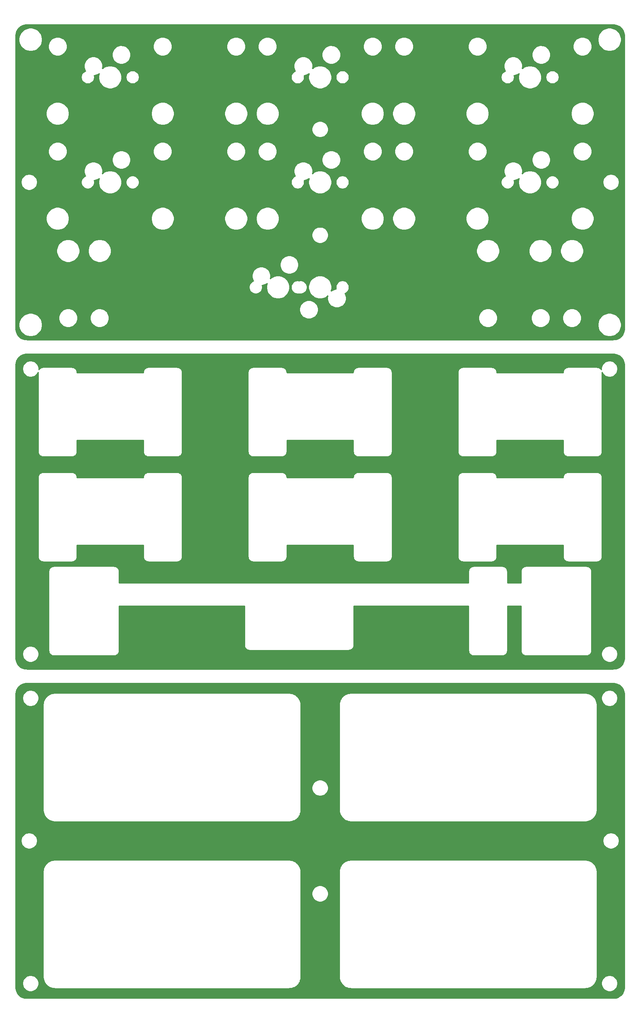
<source format=gtl>
G04 #@! TF.GenerationSoftware,KiCad,Pcbnew,(5.1.10)-1*
G04 #@! TF.CreationDate,2021-07-13T16:41:47+02:00*
G04 #@! TF.ProjectId,stab_tester,73746162-5f74-4657-9374-65722e6b6963,rev?*
G04 #@! TF.SameCoordinates,Original*
G04 #@! TF.FileFunction,Copper,L1,Top*
G04 #@! TF.FilePolarity,Positive*
%FSLAX46Y46*%
G04 Gerber Fmt 4.6, Leading zero omitted, Abs format (unit mm)*
G04 Created by KiCad (PCBNEW (5.1.10)-1) date 2021-07-13 16:41:47*
%MOMM*%
%LPD*%
G01*
G04 APERTURE LIST*
G04 #@! TA.AperFunction,NonConductor*
%ADD10C,0.254000*%
G04 #@! TD*
G04 #@! TA.AperFunction,NonConductor*
%ADD11C,0.100000*%
G04 #@! TD*
G04 APERTURE END LIST*
D10*
X173595197Y-187118844D02*
X173604362Y-187119807D01*
X173798595Y-187138852D01*
X173798596Y-187138852D01*
X174316894Y-187189672D01*
X174753499Y-187321491D01*
X175156186Y-187535602D01*
X175509613Y-187823850D01*
X175800328Y-188175263D01*
X176017243Y-188576441D01*
X176152107Y-189012115D01*
X176203001Y-189496346D01*
X176203002Y-256124722D01*
X176155332Y-256610895D01*
X176023513Y-257047502D01*
X175809404Y-257450183D01*
X175521149Y-257803618D01*
X175169743Y-258094327D01*
X174768565Y-258311242D01*
X174332887Y-258446108D01*
X173848665Y-258497002D01*
X40545290Y-258497002D01*
X40059107Y-258449331D01*
X39622500Y-258317511D01*
X39219820Y-258103403D01*
X38866386Y-257815149D01*
X38575678Y-257463744D01*
X38358760Y-257062563D01*
X38223895Y-256626885D01*
X38173002Y-256142666D01*
X38173002Y-254972730D01*
X39642055Y-254972730D01*
X39642055Y-255341274D01*
X39713954Y-255702737D01*
X39854990Y-256043227D01*
X40059742Y-256349661D01*
X40320342Y-256610261D01*
X40626776Y-256815013D01*
X40967266Y-256956049D01*
X41328729Y-257027948D01*
X41697273Y-257027948D01*
X42058736Y-256956049D01*
X42399226Y-256815013D01*
X42705660Y-256610261D01*
X42966260Y-256349661D01*
X43171012Y-256043227D01*
X43312048Y-255702737D01*
X43383947Y-255341274D01*
X43383947Y-254972730D01*
X43312048Y-254611267D01*
X43171012Y-254270777D01*
X42966260Y-253964343D01*
X42705660Y-253703743D01*
X42399226Y-253498991D01*
X42058736Y-253357955D01*
X41697273Y-253286056D01*
X41328729Y-253286056D01*
X40967266Y-253357955D01*
X40626776Y-253498991D01*
X40320342Y-253703743D01*
X40059742Y-253964343D01*
X39854990Y-254270777D01*
X39713954Y-254611267D01*
X39642055Y-254972730D01*
X38173002Y-254972730D01*
X38173002Y-229787083D01*
X44353000Y-229787083D01*
X44353001Y-253689420D01*
X44355852Y-253718365D01*
X44355765Y-253730780D01*
X44356664Y-253739952D01*
X44397464Y-254128144D01*
X44409494Y-254186750D01*
X44420701Y-254245502D01*
X44423365Y-254254324D01*
X44538789Y-254627199D01*
X44561974Y-254682354D01*
X44584378Y-254737807D01*
X44588705Y-254745944D01*
X44774356Y-255089299D01*
X44807801Y-255138883D01*
X44840561Y-255188946D01*
X44846385Y-255196087D01*
X45095192Y-255496843D01*
X45137647Y-255539002D01*
X45179491Y-255581732D01*
X45186591Y-255587606D01*
X45489076Y-255834307D01*
X45538903Y-255867411D01*
X45588258Y-255901206D01*
X45596364Y-255905589D01*
X45941006Y-256088839D01*
X45996310Y-256111633D01*
X46051294Y-256135200D01*
X46060097Y-256137925D01*
X46433769Y-256250743D01*
X46492457Y-256262363D01*
X46550960Y-256274799D01*
X46560125Y-256275762D01*
X46948594Y-256313852D01*
X46948608Y-256313852D01*
X46980581Y-256317001D01*
X100220419Y-256317001D01*
X100249373Y-256314149D01*
X100261781Y-256314236D01*
X100270952Y-256313336D01*
X100659145Y-256272535D01*
X100717708Y-256260514D01*
X100776501Y-256249299D01*
X100785323Y-256246635D01*
X101158198Y-256131211D01*
X101213353Y-256108026D01*
X101268806Y-256085622D01*
X101276943Y-256081295D01*
X101620298Y-255895644D01*
X101669849Y-255862221D01*
X101719946Y-255829439D01*
X101727087Y-255823614D01*
X102027841Y-255574807D01*
X102069981Y-255532372D01*
X102112730Y-255490509D01*
X102118604Y-255483409D01*
X102365305Y-255180924D01*
X102398409Y-255131097D01*
X102432204Y-255081742D01*
X102436587Y-255073636D01*
X102619837Y-254728994D01*
X102642631Y-254673690D01*
X102666198Y-254618706D01*
X102668923Y-254609903D01*
X102781741Y-254236231D01*
X102793361Y-254177543D01*
X102805797Y-254119040D01*
X102806760Y-254109875D01*
X102844850Y-253721406D01*
X102844850Y-253721403D01*
X102848000Y-253689420D01*
X102848000Y-234635229D01*
X105317053Y-234635229D01*
X105317053Y-235003773D01*
X105388952Y-235365236D01*
X105529988Y-235705727D01*
X105734740Y-236012160D01*
X105995341Y-236272761D01*
X106301774Y-236477513D01*
X106642265Y-236618549D01*
X107003728Y-236690448D01*
X107372272Y-236690448D01*
X107733735Y-236618549D01*
X108074226Y-236477513D01*
X108380659Y-236272761D01*
X108641260Y-236012160D01*
X108846012Y-235705727D01*
X108987048Y-235365236D01*
X109058947Y-235003773D01*
X109058947Y-234635229D01*
X108987048Y-234273766D01*
X108846012Y-233933275D01*
X108641260Y-233626842D01*
X108380659Y-233366241D01*
X108074226Y-233161489D01*
X107733735Y-233020453D01*
X107372272Y-232948554D01*
X107003728Y-232948554D01*
X106642265Y-233020453D01*
X106301774Y-233161489D01*
X105995341Y-233366241D01*
X105734740Y-233626842D01*
X105529988Y-233933275D01*
X105388952Y-234273766D01*
X105317053Y-234635229D01*
X102848000Y-234635229D01*
X102848000Y-229787084D01*
X111528000Y-229787084D01*
X111528001Y-253689421D01*
X111530852Y-253718366D01*
X111530765Y-253730781D01*
X111531664Y-253739953D01*
X111572464Y-254128145D01*
X111584494Y-254186751D01*
X111595701Y-254245503D01*
X111598365Y-254254325D01*
X111713789Y-254627200D01*
X111736974Y-254682355D01*
X111759378Y-254737808D01*
X111763705Y-254745945D01*
X111949356Y-255089300D01*
X111982801Y-255138884D01*
X112015561Y-255188947D01*
X112021385Y-255196088D01*
X112270192Y-255496844D01*
X112312647Y-255539003D01*
X112354491Y-255581733D01*
X112361591Y-255587607D01*
X112664076Y-255834308D01*
X112713903Y-255867412D01*
X112763258Y-255901207D01*
X112771364Y-255905590D01*
X113116006Y-256088840D01*
X113171310Y-256111634D01*
X113226294Y-256135201D01*
X113235097Y-256137926D01*
X113608769Y-256250744D01*
X113667457Y-256262364D01*
X113725960Y-256274800D01*
X113735125Y-256275763D01*
X114123594Y-256313853D01*
X114123608Y-256313853D01*
X114155581Y-256317002D01*
X167395419Y-256317002D01*
X167424373Y-256314150D01*
X167436781Y-256314237D01*
X167445952Y-256313337D01*
X167834145Y-256272536D01*
X167892708Y-256260515D01*
X167951501Y-256249300D01*
X167960323Y-256246636D01*
X168333198Y-256131212D01*
X168388353Y-256108027D01*
X168443806Y-256085623D01*
X168451943Y-256081296D01*
X168795298Y-255895645D01*
X168844849Y-255862222D01*
X168894946Y-255829440D01*
X168902087Y-255823615D01*
X169202841Y-255574808D01*
X169244981Y-255532373D01*
X169287730Y-255490510D01*
X169293604Y-255483410D01*
X169540305Y-255180925D01*
X169573409Y-255131098D01*
X169607204Y-255081743D01*
X169611587Y-255073637D01*
X169665240Y-254972730D01*
X170992054Y-254972730D01*
X170992054Y-255341274D01*
X171063953Y-255702737D01*
X171204989Y-256043228D01*
X171409741Y-256349661D01*
X171670342Y-256610262D01*
X171976775Y-256815014D01*
X172317266Y-256956050D01*
X172678729Y-257027949D01*
X173047273Y-257027949D01*
X173408736Y-256956050D01*
X173749227Y-256815014D01*
X174055660Y-256610262D01*
X174316261Y-256349661D01*
X174521013Y-256043228D01*
X174662049Y-255702737D01*
X174733948Y-255341274D01*
X174733948Y-254972730D01*
X174662049Y-254611267D01*
X174521013Y-254270776D01*
X174316261Y-253964343D01*
X174055660Y-253703742D01*
X173749227Y-253498990D01*
X173408736Y-253357954D01*
X173047273Y-253286055D01*
X172678729Y-253286055D01*
X172317266Y-253357954D01*
X171976775Y-253498990D01*
X171670342Y-253703742D01*
X171409741Y-253964343D01*
X171204989Y-254270776D01*
X171063953Y-254611267D01*
X170992054Y-254972730D01*
X169665240Y-254972730D01*
X169794837Y-254728995D01*
X169817631Y-254673691D01*
X169841198Y-254618707D01*
X169843923Y-254609904D01*
X169956741Y-254236232D01*
X169968361Y-254177544D01*
X169980797Y-254119041D01*
X169981760Y-254109876D01*
X170019850Y-253721407D01*
X170019850Y-253721404D01*
X170023000Y-253689421D01*
X170023000Y-229787083D01*
X170020148Y-229758129D01*
X170020235Y-229745721D01*
X170019335Y-229736549D01*
X169978534Y-229348357D01*
X169966514Y-229289801D01*
X169955298Y-229231000D01*
X169952634Y-229222179D01*
X169837210Y-228849304D01*
X169814025Y-228794149D01*
X169791621Y-228738696D01*
X169787294Y-228730560D01*
X169787294Y-228730559D01*
X169787291Y-228730555D01*
X169601643Y-228387204D01*
X169568187Y-228337603D01*
X169535437Y-228287556D01*
X169529613Y-228280415D01*
X169280806Y-227979660D01*
X169238371Y-227937521D01*
X169196508Y-227894771D01*
X169189407Y-227888898D01*
X168886923Y-227642197D01*
X168837107Y-227609100D01*
X168787741Y-227575297D01*
X168779635Y-227570915D01*
X168434993Y-227387665D01*
X168379687Y-227364870D01*
X168324704Y-227341304D01*
X168315901Y-227338579D01*
X167942230Y-227225761D01*
X167883542Y-227214141D01*
X167825039Y-227201705D01*
X167815874Y-227200742D01*
X167427405Y-227162652D01*
X167427402Y-227162652D01*
X167395419Y-227159502D01*
X114155581Y-227159502D01*
X114126627Y-227162354D01*
X114114219Y-227162267D01*
X114105047Y-227163167D01*
X113716855Y-227203968D01*
X113658299Y-227215988D01*
X113599498Y-227227204D01*
X113590677Y-227229868D01*
X113217802Y-227345292D01*
X113162647Y-227368477D01*
X113107194Y-227390881D01*
X113099062Y-227395206D01*
X113099057Y-227395208D01*
X113099053Y-227395211D01*
X112755702Y-227580859D01*
X112706101Y-227614315D01*
X112656054Y-227647065D01*
X112648913Y-227652889D01*
X112348158Y-227901696D01*
X112306019Y-227944131D01*
X112263269Y-227985994D01*
X112257396Y-227993095D01*
X112010695Y-228295579D01*
X111977598Y-228345395D01*
X111943795Y-228394761D01*
X111939413Y-228402867D01*
X111756163Y-228747509D01*
X111733368Y-228802815D01*
X111709802Y-228857798D01*
X111707077Y-228866601D01*
X111594259Y-229240272D01*
X111582639Y-229298960D01*
X111570203Y-229357463D01*
X111569240Y-229366628D01*
X111531150Y-229755097D01*
X111528000Y-229787084D01*
X102848000Y-229787084D01*
X102848000Y-229787082D01*
X102845148Y-229758128D01*
X102845235Y-229745720D01*
X102844335Y-229736548D01*
X102803534Y-229348356D01*
X102791514Y-229289800D01*
X102780298Y-229230999D01*
X102777634Y-229222178D01*
X102662210Y-228849303D01*
X102639025Y-228794148D01*
X102616621Y-228738695D01*
X102612294Y-228730559D01*
X102612294Y-228730558D01*
X102612291Y-228730554D01*
X102426643Y-228387203D01*
X102393187Y-228337602D01*
X102360437Y-228287555D01*
X102354613Y-228280414D01*
X102105806Y-227979659D01*
X102063371Y-227937520D01*
X102021508Y-227894770D01*
X102014407Y-227888897D01*
X101711923Y-227642196D01*
X101662107Y-227609099D01*
X101612741Y-227575296D01*
X101604635Y-227570914D01*
X101259993Y-227387664D01*
X101204687Y-227364869D01*
X101149704Y-227341303D01*
X101140901Y-227338578D01*
X100767230Y-227225760D01*
X100708542Y-227214140D01*
X100650039Y-227201704D01*
X100640874Y-227200741D01*
X100252405Y-227162651D01*
X100252402Y-227162651D01*
X100220419Y-227159501D01*
X46980581Y-227159501D01*
X46951627Y-227162353D01*
X46939219Y-227162266D01*
X46930047Y-227163166D01*
X46541855Y-227203967D01*
X46483299Y-227215987D01*
X46424498Y-227227203D01*
X46415677Y-227229867D01*
X46042802Y-227345291D01*
X45987647Y-227368476D01*
X45932194Y-227390880D01*
X45924062Y-227395205D01*
X45924057Y-227395207D01*
X45924056Y-227395208D01*
X45580702Y-227580858D01*
X45531101Y-227614314D01*
X45481054Y-227647064D01*
X45473913Y-227652888D01*
X45173158Y-227901695D01*
X45131019Y-227944130D01*
X45088269Y-227985993D01*
X45082396Y-227993094D01*
X44835695Y-228295578D01*
X44802598Y-228345394D01*
X44768795Y-228394760D01*
X44764413Y-228402866D01*
X44581163Y-228747508D01*
X44558368Y-228802814D01*
X44534802Y-228857797D01*
X44532077Y-228866600D01*
X44419259Y-229240271D01*
X44407639Y-229298959D01*
X44395203Y-229357462D01*
X44394240Y-229366627D01*
X44356150Y-229755096D01*
X44353000Y-229787083D01*
X38173002Y-229787083D01*
X38173001Y-222635229D01*
X39317053Y-222635229D01*
X39317053Y-223003773D01*
X39388952Y-223365236D01*
X39529988Y-223705727D01*
X39734740Y-224012160D01*
X39995341Y-224272761D01*
X40301774Y-224477513D01*
X40642265Y-224618549D01*
X41003728Y-224690448D01*
X41372272Y-224690448D01*
X41733735Y-224618549D01*
X42074226Y-224477513D01*
X42380659Y-224272761D01*
X42641260Y-224012160D01*
X42846012Y-223705727D01*
X42987048Y-223365236D01*
X43058947Y-223003773D01*
X43058947Y-222635230D01*
X171317053Y-222635230D01*
X171317053Y-223003774D01*
X171388952Y-223365237D01*
X171529988Y-223705728D01*
X171734740Y-224012161D01*
X171995341Y-224272762D01*
X172301774Y-224477514D01*
X172642265Y-224618550D01*
X173003728Y-224690449D01*
X173372272Y-224690449D01*
X173733735Y-224618550D01*
X174074226Y-224477514D01*
X174380659Y-224272762D01*
X174641260Y-224012161D01*
X174846012Y-223705728D01*
X174987048Y-223365237D01*
X175058947Y-223003774D01*
X175058947Y-222635230D01*
X174987048Y-222273767D01*
X174846012Y-221933276D01*
X174641260Y-221626843D01*
X174380659Y-221366242D01*
X174074226Y-221161490D01*
X173733735Y-221020454D01*
X173372272Y-220948555D01*
X173003728Y-220948555D01*
X172642265Y-221020454D01*
X172301774Y-221161490D01*
X171995341Y-221366242D01*
X171734740Y-221626843D01*
X171529988Y-221933276D01*
X171388952Y-222273767D01*
X171317053Y-222635230D01*
X43058947Y-222635230D01*
X43058947Y-222635229D01*
X42987048Y-222273766D01*
X42846012Y-221933275D01*
X42641260Y-221626842D01*
X42380659Y-221366241D01*
X42074226Y-221161489D01*
X41733735Y-221020453D01*
X41372272Y-220948554D01*
X41003728Y-220948554D01*
X40642265Y-221020453D01*
X40301774Y-221161489D01*
X39995341Y-221366241D01*
X39734740Y-221626842D01*
X39529988Y-221933275D01*
X39388952Y-222273766D01*
X39317053Y-222635229D01*
X38173001Y-222635229D01*
X38173001Y-190297729D01*
X39642054Y-190297729D01*
X39642054Y-190666273D01*
X39713953Y-191027736D01*
X39854989Y-191368226D01*
X40059741Y-191674660D01*
X40320341Y-191935260D01*
X40626775Y-192140012D01*
X40967265Y-192281048D01*
X41328728Y-192352947D01*
X41697272Y-192352947D01*
X42058735Y-192281048D01*
X42399225Y-192140012D01*
X42684223Y-191949583D01*
X44353000Y-191949583D01*
X44353001Y-215851920D01*
X44355852Y-215880865D01*
X44355765Y-215893280D01*
X44356664Y-215902452D01*
X44397464Y-216290644D01*
X44409494Y-216349250D01*
X44420701Y-216408002D01*
X44423365Y-216416824D01*
X44538789Y-216789699D01*
X44561974Y-216844854D01*
X44584378Y-216900307D01*
X44588705Y-216908444D01*
X44774356Y-217251799D01*
X44807801Y-217301383D01*
X44840561Y-217351446D01*
X44846385Y-217358587D01*
X45095192Y-217659343D01*
X45137647Y-217701502D01*
X45179491Y-217744232D01*
X45186591Y-217750106D01*
X45489076Y-217996807D01*
X45538903Y-218029911D01*
X45588258Y-218063706D01*
X45596364Y-218068089D01*
X45941006Y-218251339D01*
X45996310Y-218274133D01*
X46051294Y-218297700D01*
X46060097Y-218300425D01*
X46433769Y-218413243D01*
X46492457Y-218424863D01*
X46550960Y-218437299D01*
X46560125Y-218438262D01*
X46948594Y-218476352D01*
X46948608Y-218476352D01*
X46980581Y-218479501D01*
X100220419Y-218479501D01*
X100249373Y-218476649D01*
X100261781Y-218476736D01*
X100270952Y-218475836D01*
X100659145Y-218435035D01*
X100717708Y-218423014D01*
X100776501Y-218411799D01*
X100785323Y-218409135D01*
X101158198Y-218293711D01*
X101213353Y-218270526D01*
X101268806Y-218248122D01*
X101276943Y-218243795D01*
X101620298Y-218058144D01*
X101669849Y-218024721D01*
X101719946Y-217991939D01*
X101727087Y-217986114D01*
X102027841Y-217737307D01*
X102069981Y-217694872D01*
X102112730Y-217653009D01*
X102118604Y-217645909D01*
X102365305Y-217343424D01*
X102398409Y-217293597D01*
X102432204Y-217244242D01*
X102436587Y-217236136D01*
X102619837Y-216891494D01*
X102642631Y-216836190D01*
X102666198Y-216781206D01*
X102668923Y-216772403D01*
X102781741Y-216398731D01*
X102793361Y-216340043D01*
X102805797Y-216281540D01*
X102806760Y-216272375D01*
X102844850Y-215883906D01*
X102844850Y-215883903D01*
X102848000Y-215851920D01*
X102848000Y-210635229D01*
X105317053Y-210635229D01*
X105317053Y-211003773D01*
X105388952Y-211365236D01*
X105529988Y-211705727D01*
X105734740Y-212012160D01*
X105995341Y-212272761D01*
X106301774Y-212477513D01*
X106642265Y-212618549D01*
X107003728Y-212690448D01*
X107372272Y-212690448D01*
X107733735Y-212618549D01*
X108074226Y-212477513D01*
X108380659Y-212272761D01*
X108641260Y-212012160D01*
X108846012Y-211705727D01*
X108987048Y-211365236D01*
X109058947Y-211003773D01*
X109058947Y-210635229D01*
X108987048Y-210273766D01*
X108846012Y-209933275D01*
X108641260Y-209626842D01*
X108380659Y-209366241D01*
X108074226Y-209161489D01*
X107733735Y-209020453D01*
X107372272Y-208948554D01*
X107003728Y-208948554D01*
X106642265Y-209020453D01*
X106301774Y-209161489D01*
X105995341Y-209366241D01*
X105734740Y-209626842D01*
X105529988Y-209933275D01*
X105388952Y-210273766D01*
X105317053Y-210635229D01*
X102848000Y-210635229D01*
X102848000Y-191949583D01*
X111528000Y-191949583D01*
X111528001Y-215851920D01*
X111530852Y-215880865D01*
X111530765Y-215893280D01*
X111531664Y-215902452D01*
X111572464Y-216290644D01*
X111584494Y-216349250D01*
X111595701Y-216408002D01*
X111598365Y-216416824D01*
X111713789Y-216789699D01*
X111736974Y-216844854D01*
X111759378Y-216900307D01*
X111763705Y-216908444D01*
X111949356Y-217251799D01*
X111982801Y-217301383D01*
X112015561Y-217351446D01*
X112021385Y-217358587D01*
X112270192Y-217659343D01*
X112312647Y-217701502D01*
X112354491Y-217744232D01*
X112361591Y-217750106D01*
X112664076Y-217996807D01*
X112713903Y-218029911D01*
X112763258Y-218063706D01*
X112771364Y-218068089D01*
X113116006Y-218251339D01*
X113171310Y-218274133D01*
X113226294Y-218297700D01*
X113235097Y-218300425D01*
X113608769Y-218413243D01*
X113667457Y-218424863D01*
X113725960Y-218437299D01*
X113735125Y-218438262D01*
X114123594Y-218476352D01*
X114123608Y-218476352D01*
X114155581Y-218479501D01*
X167395419Y-218479501D01*
X167424373Y-218476649D01*
X167436781Y-218476736D01*
X167445952Y-218475836D01*
X167834145Y-218435035D01*
X167892708Y-218423014D01*
X167951501Y-218411799D01*
X167960323Y-218409135D01*
X168333198Y-218293711D01*
X168388353Y-218270526D01*
X168443806Y-218248122D01*
X168451943Y-218243795D01*
X168795298Y-218058144D01*
X168844849Y-218024721D01*
X168894946Y-217991939D01*
X168902087Y-217986114D01*
X169202841Y-217737307D01*
X169244981Y-217694872D01*
X169287730Y-217653009D01*
X169293604Y-217645909D01*
X169540305Y-217343424D01*
X169573409Y-217293597D01*
X169607204Y-217244242D01*
X169611587Y-217236136D01*
X169794837Y-216891494D01*
X169817631Y-216836190D01*
X169841198Y-216781206D01*
X169843923Y-216772403D01*
X169956741Y-216398731D01*
X169968361Y-216340043D01*
X169980797Y-216281540D01*
X169981760Y-216272375D01*
X170019850Y-215883906D01*
X170019850Y-215883903D01*
X170023000Y-215851920D01*
X170023000Y-191949582D01*
X170020148Y-191920628D01*
X170020235Y-191908220D01*
X170019335Y-191899048D01*
X169978534Y-191510856D01*
X169966514Y-191452300D01*
X169955298Y-191393499D01*
X169952634Y-191384678D01*
X169837210Y-191011803D01*
X169814025Y-190956648D01*
X169791621Y-190901195D01*
X169787294Y-190893059D01*
X169787294Y-190893058D01*
X169787291Y-190893054D01*
X169601643Y-190549703D01*
X169568187Y-190500102D01*
X169535437Y-190450055D01*
X169529613Y-190442914D01*
X169409506Y-190297729D01*
X170992054Y-190297729D01*
X170992054Y-190666273D01*
X171063953Y-191027736D01*
X171204989Y-191368227D01*
X171409741Y-191674660D01*
X171670342Y-191935261D01*
X171976775Y-192140013D01*
X172317266Y-192281049D01*
X172678729Y-192352948D01*
X173047273Y-192352948D01*
X173408736Y-192281049D01*
X173749227Y-192140013D01*
X174055660Y-191935261D01*
X174316261Y-191674660D01*
X174521013Y-191368227D01*
X174662049Y-191027736D01*
X174733948Y-190666273D01*
X174733948Y-190297729D01*
X174662049Y-189936266D01*
X174521013Y-189595775D01*
X174316261Y-189289342D01*
X174055660Y-189028741D01*
X173749227Y-188823989D01*
X173408736Y-188682953D01*
X173047273Y-188611054D01*
X172678729Y-188611054D01*
X172317266Y-188682953D01*
X171976775Y-188823989D01*
X171670342Y-189028741D01*
X171409741Y-189289342D01*
X171204989Y-189595775D01*
X171063953Y-189936266D01*
X170992054Y-190297729D01*
X169409506Y-190297729D01*
X169280806Y-190142159D01*
X169238371Y-190100020D01*
X169196508Y-190057270D01*
X169189407Y-190051397D01*
X168886923Y-189804696D01*
X168837107Y-189771599D01*
X168787741Y-189737796D01*
X168779635Y-189733414D01*
X168434993Y-189550164D01*
X168379687Y-189527369D01*
X168324704Y-189503803D01*
X168315901Y-189501078D01*
X167942230Y-189388260D01*
X167883542Y-189376640D01*
X167825039Y-189364204D01*
X167815874Y-189363241D01*
X167427405Y-189325151D01*
X167427402Y-189325151D01*
X167395419Y-189322001D01*
X114155581Y-189322001D01*
X114126627Y-189324853D01*
X114114219Y-189324766D01*
X114105047Y-189325666D01*
X113716855Y-189366467D01*
X113658299Y-189378487D01*
X113599498Y-189389703D01*
X113590677Y-189392367D01*
X113217802Y-189507791D01*
X113162647Y-189530976D01*
X113107194Y-189553380D01*
X113099062Y-189557705D01*
X113099057Y-189557707D01*
X113099053Y-189557710D01*
X112755702Y-189743358D01*
X112706101Y-189776814D01*
X112656054Y-189809564D01*
X112648913Y-189815388D01*
X112348158Y-190064195D01*
X112306019Y-190106630D01*
X112263269Y-190148493D01*
X112257396Y-190155594D01*
X112010695Y-190458078D01*
X111977598Y-190507894D01*
X111943795Y-190557260D01*
X111939413Y-190565366D01*
X111756163Y-190910008D01*
X111733368Y-190965314D01*
X111709802Y-191020297D01*
X111707077Y-191029100D01*
X111594259Y-191402771D01*
X111582639Y-191461459D01*
X111570203Y-191519962D01*
X111569240Y-191529127D01*
X111531150Y-191917596D01*
X111528000Y-191949583D01*
X102848000Y-191949583D01*
X102848000Y-191949582D01*
X102845148Y-191920628D01*
X102845235Y-191908220D01*
X102844335Y-191899048D01*
X102803534Y-191510856D01*
X102791514Y-191452300D01*
X102780298Y-191393499D01*
X102777634Y-191384678D01*
X102662210Y-191011803D01*
X102639025Y-190956648D01*
X102616621Y-190901195D01*
X102612294Y-190893059D01*
X102612294Y-190893058D01*
X102612291Y-190893054D01*
X102426643Y-190549703D01*
X102393187Y-190500102D01*
X102360437Y-190450055D01*
X102354613Y-190442914D01*
X102105806Y-190142159D01*
X102063371Y-190100020D01*
X102021508Y-190057270D01*
X102014407Y-190051397D01*
X101711923Y-189804696D01*
X101662107Y-189771599D01*
X101612741Y-189737796D01*
X101604635Y-189733414D01*
X101259993Y-189550164D01*
X101204687Y-189527369D01*
X101149704Y-189503803D01*
X101140901Y-189501078D01*
X100767230Y-189388260D01*
X100708542Y-189376640D01*
X100650039Y-189364204D01*
X100640874Y-189363241D01*
X100252405Y-189325151D01*
X100252402Y-189325151D01*
X100220419Y-189322001D01*
X46980581Y-189322001D01*
X46951627Y-189324853D01*
X46939219Y-189324766D01*
X46930047Y-189325666D01*
X46541855Y-189366467D01*
X46483299Y-189378487D01*
X46424498Y-189389703D01*
X46415677Y-189392367D01*
X46042802Y-189507791D01*
X45987647Y-189530976D01*
X45932194Y-189553380D01*
X45924062Y-189557705D01*
X45924057Y-189557707D01*
X45924053Y-189557710D01*
X45580702Y-189743358D01*
X45531101Y-189776814D01*
X45481054Y-189809564D01*
X45473913Y-189815388D01*
X45173158Y-190064195D01*
X45131019Y-190106630D01*
X45088269Y-190148493D01*
X45082396Y-190155594D01*
X44835695Y-190458078D01*
X44802598Y-190507894D01*
X44768795Y-190557260D01*
X44764413Y-190565366D01*
X44581163Y-190910008D01*
X44558368Y-190965314D01*
X44534802Y-191020297D01*
X44532077Y-191029100D01*
X44419259Y-191402771D01*
X44407639Y-191461459D01*
X44395203Y-191519962D01*
X44394240Y-191529127D01*
X44356150Y-191917596D01*
X44353000Y-191949583D01*
X42684223Y-191949583D01*
X42705659Y-191935260D01*
X42966259Y-191674660D01*
X43171011Y-191368226D01*
X43312047Y-191027736D01*
X43383946Y-190666273D01*
X43383946Y-190297729D01*
X43312047Y-189936266D01*
X43171011Y-189595776D01*
X42966259Y-189289342D01*
X42705659Y-189028742D01*
X42399225Y-188823990D01*
X42058735Y-188682954D01*
X41697272Y-188611055D01*
X41328728Y-188611055D01*
X40967265Y-188682954D01*
X40626775Y-188823990D01*
X40320341Y-189028742D01*
X40059741Y-189289342D01*
X39854989Y-189595776D01*
X39713953Y-189936266D01*
X39642054Y-190297729D01*
X38173001Y-190297729D01*
X38173000Y-189514291D01*
X38220671Y-189028109D01*
X38352490Y-188591504D01*
X38566601Y-188188817D01*
X38854849Y-187835390D01*
X39206262Y-187544675D01*
X39607440Y-187327760D01*
X40043114Y-187192896D01*
X40528198Y-187141912D01*
X40531548Y-187141889D01*
X40561375Y-187138755D01*
X40591368Y-187138755D01*
X40600533Y-187137792D01*
X40794482Y-187116037D01*
X40827577Y-187109002D01*
X173548895Y-187109002D01*
X173595197Y-187118844D01*
G04 #@! TA.AperFunction,NonConductor*
D11*
G36*
X173595197Y-187118844D02*
G01*
X173604362Y-187119807D01*
X173798595Y-187138852D01*
X173798596Y-187138852D01*
X174316894Y-187189672D01*
X174753499Y-187321491D01*
X175156186Y-187535602D01*
X175509613Y-187823850D01*
X175800328Y-188175263D01*
X176017243Y-188576441D01*
X176152107Y-189012115D01*
X176203001Y-189496346D01*
X176203002Y-256124722D01*
X176155332Y-256610895D01*
X176023513Y-257047502D01*
X175809404Y-257450183D01*
X175521149Y-257803618D01*
X175169743Y-258094327D01*
X174768565Y-258311242D01*
X174332887Y-258446108D01*
X173848665Y-258497002D01*
X40545290Y-258497002D01*
X40059107Y-258449331D01*
X39622500Y-258317511D01*
X39219820Y-258103403D01*
X38866386Y-257815149D01*
X38575678Y-257463744D01*
X38358760Y-257062563D01*
X38223895Y-256626885D01*
X38173002Y-256142666D01*
X38173002Y-254972730D01*
X39642055Y-254972730D01*
X39642055Y-255341274D01*
X39713954Y-255702737D01*
X39854990Y-256043227D01*
X40059742Y-256349661D01*
X40320342Y-256610261D01*
X40626776Y-256815013D01*
X40967266Y-256956049D01*
X41328729Y-257027948D01*
X41697273Y-257027948D01*
X42058736Y-256956049D01*
X42399226Y-256815013D01*
X42705660Y-256610261D01*
X42966260Y-256349661D01*
X43171012Y-256043227D01*
X43312048Y-255702737D01*
X43383947Y-255341274D01*
X43383947Y-254972730D01*
X43312048Y-254611267D01*
X43171012Y-254270777D01*
X42966260Y-253964343D01*
X42705660Y-253703743D01*
X42399226Y-253498991D01*
X42058736Y-253357955D01*
X41697273Y-253286056D01*
X41328729Y-253286056D01*
X40967266Y-253357955D01*
X40626776Y-253498991D01*
X40320342Y-253703743D01*
X40059742Y-253964343D01*
X39854990Y-254270777D01*
X39713954Y-254611267D01*
X39642055Y-254972730D01*
X38173002Y-254972730D01*
X38173002Y-229787083D01*
X44353000Y-229787083D01*
X44353001Y-253689420D01*
X44355852Y-253718365D01*
X44355765Y-253730780D01*
X44356664Y-253739952D01*
X44397464Y-254128144D01*
X44409494Y-254186750D01*
X44420701Y-254245502D01*
X44423365Y-254254324D01*
X44538789Y-254627199D01*
X44561974Y-254682354D01*
X44584378Y-254737807D01*
X44588705Y-254745944D01*
X44774356Y-255089299D01*
X44807801Y-255138883D01*
X44840561Y-255188946D01*
X44846385Y-255196087D01*
X45095192Y-255496843D01*
X45137647Y-255539002D01*
X45179491Y-255581732D01*
X45186591Y-255587606D01*
X45489076Y-255834307D01*
X45538903Y-255867411D01*
X45588258Y-255901206D01*
X45596364Y-255905589D01*
X45941006Y-256088839D01*
X45996310Y-256111633D01*
X46051294Y-256135200D01*
X46060097Y-256137925D01*
X46433769Y-256250743D01*
X46492457Y-256262363D01*
X46550960Y-256274799D01*
X46560125Y-256275762D01*
X46948594Y-256313852D01*
X46948608Y-256313852D01*
X46980581Y-256317001D01*
X100220419Y-256317001D01*
X100249373Y-256314149D01*
X100261781Y-256314236D01*
X100270952Y-256313336D01*
X100659145Y-256272535D01*
X100717708Y-256260514D01*
X100776501Y-256249299D01*
X100785323Y-256246635D01*
X101158198Y-256131211D01*
X101213353Y-256108026D01*
X101268806Y-256085622D01*
X101276943Y-256081295D01*
X101620298Y-255895644D01*
X101669849Y-255862221D01*
X101719946Y-255829439D01*
X101727087Y-255823614D01*
X102027841Y-255574807D01*
X102069981Y-255532372D01*
X102112730Y-255490509D01*
X102118604Y-255483409D01*
X102365305Y-255180924D01*
X102398409Y-255131097D01*
X102432204Y-255081742D01*
X102436587Y-255073636D01*
X102619837Y-254728994D01*
X102642631Y-254673690D01*
X102666198Y-254618706D01*
X102668923Y-254609903D01*
X102781741Y-254236231D01*
X102793361Y-254177543D01*
X102805797Y-254119040D01*
X102806760Y-254109875D01*
X102844850Y-253721406D01*
X102844850Y-253721403D01*
X102848000Y-253689420D01*
X102848000Y-234635229D01*
X105317053Y-234635229D01*
X105317053Y-235003773D01*
X105388952Y-235365236D01*
X105529988Y-235705727D01*
X105734740Y-236012160D01*
X105995341Y-236272761D01*
X106301774Y-236477513D01*
X106642265Y-236618549D01*
X107003728Y-236690448D01*
X107372272Y-236690448D01*
X107733735Y-236618549D01*
X108074226Y-236477513D01*
X108380659Y-236272761D01*
X108641260Y-236012160D01*
X108846012Y-235705727D01*
X108987048Y-235365236D01*
X109058947Y-235003773D01*
X109058947Y-234635229D01*
X108987048Y-234273766D01*
X108846012Y-233933275D01*
X108641260Y-233626842D01*
X108380659Y-233366241D01*
X108074226Y-233161489D01*
X107733735Y-233020453D01*
X107372272Y-232948554D01*
X107003728Y-232948554D01*
X106642265Y-233020453D01*
X106301774Y-233161489D01*
X105995341Y-233366241D01*
X105734740Y-233626842D01*
X105529988Y-233933275D01*
X105388952Y-234273766D01*
X105317053Y-234635229D01*
X102848000Y-234635229D01*
X102848000Y-229787084D01*
X111528000Y-229787084D01*
X111528001Y-253689421D01*
X111530852Y-253718366D01*
X111530765Y-253730781D01*
X111531664Y-253739953D01*
X111572464Y-254128145D01*
X111584494Y-254186751D01*
X111595701Y-254245503D01*
X111598365Y-254254325D01*
X111713789Y-254627200D01*
X111736974Y-254682355D01*
X111759378Y-254737808D01*
X111763705Y-254745945D01*
X111949356Y-255089300D01*
X111982801Y-255138884D01*
X112015561Y-255188947D01*
X112021385Y-255196088D01*
X112270192Y-255496844D01*
X112312647Y-255539003D01*
X112354491Y-255581733D01*
X112361591Y-255587607D01*
X112664076Y-255834308D01*
X112713903Y-255867412D01*
X112763258Y-255901207D01*
X112771364Y-255905590D01*
X113116006Y-256088840D01*
X113171310Y-256111634D01*
X113226294Y-256135201D01*
X113235097Y-256137926D01*
X113608769Y-256250744D01*
X113667457Y-256262364D01*
X113725960Y-256274800D01*
X113735125Y-256275763D01*
X114123594Y-256313853D01*
X114123608Y-256313853D01*
X114155581Y-256317002D01*
X167395419Y-256317002D01*
X167424373Y-256314150D01*
X167436781Y-256314237D01*
X167445952Y-256313337D01*
X167834145Y-256272536D01*
X167892708Y-256260515D01*
X167951501Y-256249300D01*
X167960323Y-256246636D01*
X168333198Y-256131212D01*
X168388353Y-256108027D01*
X168443806Y-256085623D01*
X168451943Y-256081296D01*
X168795298Y-255895645D01*
X168844849Y-255862222D01*
X168894946Y-255829440D01*
X168902087Y-255823615D01*
X169202841Y-255574808D01*
X169244981Y-255532373D01*
X169287730Y-255490510D01*
X169293604Y-255483410D01*
X169540305Y-255180925D01*
X169573409Y-255131098D01*
X169607204Y-255081743D01*
X169611587Y-255073637D01*
X169665240Y-254972730D01*
X170992054Y-254972730D01*
X170992054Y-255341274D01*
X171063953Y-255702737D01*
X171204989Y-256043228D01*
X171409741Y-256349661D01*
X171670342Y-256610262D01*
X171976775Y-256815014D01*
X172317266Y-256956050D01*
X172678729Y-257027949D01*
X173047273Y-257027949D01*
X173408736Y-256956050D01*
X173749227Y-256815014D01*
X174055660Y-256610262D01*
X174316261Y-256349661D01*
X174521013Y-256043228D01*
X174662049Y-255702737D01*
X174733948Y-255341274D01*
X174733948Y-254972730D01*
X174662049Y-254611267D01*
X174521013Y-254270776D01*
X174316261Y-253964343D01*
X174055660Y-253703742D01*
X173749227Y-253498990D01*
X173408736Y-253357954D01*
X173047273Y-253286055D01*
X172678729Y-253286055D01*
X172317266Y-253357954D01*
X171976775Y-253498990D01*
X171670342Y-253703742D01*
X171409741Y-253964343D01*
X171204989Y-254270776D01*
X171063953Y-254611267D01*
X170992054Y-254972730D01*
X169665240Y-254972730D01*
X169794837Y-254728995D01*
X169817631Y-254673691D01*
X169841198Y-254618707D01*
X169843923Y-254609904D01*
X169956741Y-254236232D01*
X169968361Y-254177544D01*
X169980797Y-254119041D01*
X169981760Y-254109876D01*
X170019850Y-253721407D01*
X170019850Y-253721404D01*
X170023000Y-253689421D01*
X170023000Y-229787083D01*
X170020148Y-229758129D01*
X170020235Y-229745721D01*
X170019335Y-229736549D01*
X169978534Y-229348357D01*
X169966514Y-229289801D01*
X169955298Y-229231000D01*
X169952634Y-229222179D01*
X169837210Y-228849304D01*
X169814025Y-228794149D01*
X169791621Y-228738696D01*
X169787294Y-228730560D01*
X169787294Y-228730559D01*
X169787291Y-228730555D01*
X169601643Y-228387204D01*
X169568187Y-228337603D01*
X169535437Y-228287556D01*
X169529613Y-228280415D01*
X169280806Y-227979660D01*
X169238371Y-227937521D01*
X169196508Y-227894771D01*
X169189407Y-227888898D01*
X168886923Y-227642197D01*
X168837107Y-227609100D01*
X168787741Y-227575297D01*
X168779635Y-227570915D01*
X168434993Y-227387665D01*
X168379687Y-227364870D01*
X168324704Y-227341304D01*
X168315901Y-227338579D01*
X167942230Y-227225761D01*
X167883542Y-227214141D01*
X167825039Y-227201705D01*
X167815874Y-227200742D01*
X167427405Y-227162652D01*
X167427402Y-227162652D01*
X167395419Y-227159502D01*
X114155581Y-227159502D01*
X114126627Y-227162354D01*
X114114219Y-227162267D01*
X114105047Y-227163167D01*
X113716855Y-227203968D01*
X113658299Y-227215988D01*
X113599498Y-227227204D01*
X113590677Y-227229868D01*
X113217802Y-227345292D01*
X113162647Y-227368477D01*
X113107194Y-227390881D01*
X113099062Y-227395206D01*
X113099057Y-227395208D01*
X113099053Y-227395211D01*
X112755702Y-227580859D01*
X112706101Y-227614315D01*
X112656054Y-227647065D01*
X112648913Y-227652889D01*
X112348158Y-227901696D01*
X112306019Y-227944131D01*
X112263269Y-227985994D01*
X112257396Y-227993095D01*
X112010695Y-228295579D01*
X111977598Y-228345395D01*
X111943795Y-228394761D01*
X111939413Y-228402867D01*
X111756163Y-228747509D01*
X111733368Y-228802815D01*
X111709802Y-228857798D01*
X111707077Y-228866601D01*
X111594259Y-229240272D01*
X111582639Y-229298960D01*
X111570203Y-229357463D01*
X111569240Y-229366628D01*
X111531150Y-229755097D01*
X111528000Y-229787084D01*
X102848000Y-229787084D01*
X102848000Y-229787082D01*
X102845148Y-229758128D01*
X102845235Y-229745720D01*
X102844335Y-229736548D01*
X102803534Y-229348356D01*
X102791514Y-229289800D01*
X102780298Y-229230999D01*
X102777634Y-229222178D01*
X102662210Y-228849303D01*
X102639025Y-228794148D01*
X102616621Y-228738695D01*
X102612294Y-228730559D01*
X102612294Y-228730558D01*
X102612291Y-228730554D01*
X102426643Y-228387203D01*
X102393187Y-228337602D01*
X102360437Y-228287555D01*
X102354613Y-228280414D01*
X102105806Y-227979659D01*
X102063371Y-227937520D01*
X102021508Y-227894770D01*
X102014407Y-227888897D01*
X101711923Y-227642196D01*
X101662107Y-227609099D01*
X101612741Y-227575296D01*
X101604635Y-227570914D01*
X101259993Y-227387664D01*
X101204687Y-227364869D01*
X101149704Y-227341303D01*
X101140901Y-227338578D01*
X100767230Y-227225760D01*
X100708542Y-227214140D01*
X100650039Y-227201704D01*
X100640874Y-227200741D01*
X100252405Y-227162651D01*
X100252402Y-227162651D01*
X100220419Y-227159501D01*
X46980581Y-227159501D01*
X46951627Y-227162353D01*
X46939219Y-227162266D01*
X46930047Y-227163166D01*
X46541855Y-227203967D01*
X46483299Y-227215987D01*
X46424498Y-227227203D01*
X46415677Y-227229867D01*
X46042802Y-227345291D01*
X45987647Y-227368476D01*
X45932194Y-227390880D01*
X45924062Y-227395205D01*
X45924057Y-227395207D01*
X45924056Y-227395208D01*
X45580702Y-227580858D01*
X45531101Y-227614314D01*
X45481054Y-227647064D01*
X45473913Y-227652888D01*
X45173158Y-227901695D01*
X45131019Y-227944130D01*
X45088269Y-227985993D01*
X45082396Y-227993094D01*
X44835695Y-228295578D01*
X44802598Y-228345394D01*
X44768795Y-228394760D01*
X44764413Y-228402866D01*
X44581163Y-228747508D01*
X44558368Y-228802814D01*
X44534802Y-228857797D01*
X44532077Y-228866600D01*
X44419259Y-229240271D01*
X44407639Y-229298959D01*
X44395203Y-229357462D01*
X44394240Y-229366627D01*
X44356150Y-229755096D01*
X44353000Y-229787083D01*
X38173002Y-229787083D01*
X38173001Y-222635229D01*
X39317053Y-222635229D01*
X39317053Y-223003773D01*
X39388952Y-223365236D01*
X39529988Y-223705727D01*
X39734740Y-224012160D01*
X39995341Y-224272761D01*
X40301774Y-224477513D01*
X40642265Y-224618549D01*
X41003728Y-224690448D01*
X41372272Y-224690448D01*
X41733735Y-224618549D01*
X42074226Y-224477513D01*
X42380659Y-224272761D01*
X42641260Y-224012160D01*
X42846012Y-223705727D01*
X42987048Y-223365236D01*
X43058947Y-223003773D01*
X43058947Y-222635230D01*
X171317053Y-222635230D01*
X171317053Y-223003774D01*
X171388952Y-223365237D01*
X171529988Y-223705728D01*
X171734740Y-224012161D01*
X171995341Y-224272762D01*
X172301774Y-224477514D01*
X172642265Y-224618550D01*
X173003728Y-224690449D01*
X173372272Y-224690449D01*
X173733735Y-224618550D01*
X174074226Y-224477514D01*
X174380659Y-224272762D01*
X174641260Y-224012161D01*
X174846012Y-223705728D01*
X174987048Y-223365237D01*
X175058947Y-223003774D01*
X175058947Y-222635230D01*
X174987048Y-222273767D01*
X174846012Y-221933276D01*
X174641260Y-221626843D01*
X174380659Y-221366242D01*
X174074226Y-221161490D01*
X173733735Y-221020454D01*
X173372272Y-220948555D01*
X173003728Y-220948555D01*
X172642265Y-221020454D01*
X172301774Y-221161490D01*
X171995341Y-221366242D01*
X171734740Y-221626843D01*
X171529988Y-221933276D01*
X171388952Y-222273767D01*
X171317053Y-222635230D01*
X43058947Y-222635230D01*
X43058947Y-222635229D01*
X42987048Y-222273766D01*
X42846012Y-221933275D01*
X42641260Y-221626842D01*
X42380659Y-221366241D01*
X42074226Y-221161489D01*
X41733735Y-221020453D01*
X41372272Y-220948554D01*
X41003728Y-220948554D01*
X40642265Y-221020453D01*
X40301774Y-221161489D01*
X39995341Y-221366241D01*
X39734740Y-221626842D01*
X39529988Y-221933275D01*
X39388952Y-222273766D01*
X39317053Y-222635229D01*
X38173001Y-222635229D01*
X38173001Y-190297729D01*
X39642054Y-190297729D01*
X39642054Y-190666273D01*
X39713953Y-191027736D01*
X39854989Y-191368226D01*
X40059741Y-191674660D01*
X40320341Y-191935260D01*
X40626775Y-192140012D01*
X40967265Y-192281048D01*
X41328728Y-192352947D01*
X41697272Y-192352947D01*
X42058735Y-192281048D01*
X42399225Y-192140012D01*
X42684223Y-191949583D01*
X44353000Y-191949583D01*
X44353001Y-215851920D01*
X44355852Y-215880865D01*
X44355765Y-215893280D01*
X44356664Y-215902452D01*
X44397464Y-216290644D01*
X44409494Y-216349250D01*
X44420701Y-216408002D01*
X44423365Y-216416824D01*
X44538789Y-216789699D01*
X44561974Y-216844854D01*
X44584378Y-216900307D01*
X44588705Y-216908444D01*
X44774356Y-217251799D01*
X44807801Y-217301383D01*
X44840561Y-217351446D01*
X44846385Y-217358587D01*
X45095192Y-217659343D01*
X45137647Y-217701502D01*
X45179491Y-217744232D01*
X45186591Y-217750106D01*
X45489076Y-217996807D01*
X45538903Y-218029911D01*
X45588258Y-218063706D01*
X45596364Y-218068089D01*
X45941006Y-218251339D01*
X45996310Y-218274133D01*
X46051294Y-218297700D01*
X46060097Y-218300425D01*
X46433769Y-218413243D01*
X46492457Y-218424863D01*
X46550960Y-218437299D01*
X46560125Y-218438262D01*
X46948594Y-218476352D01*
X46948608Y-218476352D01*
X46980581Y-218479501D01*
X100220419Y-218479501D01*
X100249373Y-218476649D01*
X100261781Y-218476736D01*
X100270952Y-218475836D01*
X100659145Y-218435035D01*
X100717708Y-218423014D01*
X100776501Y-218411799D01*
X100785323Y-218409135D01*
X101158198Y-218293711D01*
X101213353Y-218270526D01*
X101268806Y-218248122D01*
X101276943Y-218243795D01*
X101620298Y-218058144D01*
X101669849Y-218024721D01*
X101719946Y-217991939D01*
X101727087Y-217986114D01*
X102027841Y-217737307D01*
X102069981Y-217694872D01*
X102112730Y-217653009D01*
X102118604Y-217645909D01*
X102365305Y-217343424D01*
X102398409Y-217293597D01*
X102432204Y-217244242D01*
X102436587Y-217236136D01*
X102619837Y-216891494D01*
X102642631Y-216836190D01*
X102666198Y-216781206D01*
X102668923Y-216772403D01*
X102781741Y-216398731D01*
X102793361Y-216340043D01*
X102805797Y-216281540D01*
X102806760Y-216272375D01*
X102844850Y-215883906D01*
X102844850Y-215883903D01*
X102848000Y-215851920D01*
X102848000Y-210635229D01*
X105317053Y-210635229D01*
X105317053Y-211003773D01*
X105388952Y-211365236D01*
X105529988Y-211705727D01*
X105734740Y-212012160D01*
X105995341Y-212272761D01*
X106301774Y-212477513D01*
X106642265Y-212618549D01*
X107003728Y-212690448D01*
X107372272Y-212690448D01*
X107733735Y-212618549D01*
X108074226Y-212477513D01*
X108380659Y-212272761D01*
X108641260Y-212012160D01*
X108846012Y-211705727D01*
X108987048Y-211365236D01*
X109058947Y-211003773D01*
X109058947Y-210635229D01*
X108987048Y-210273766D01*
X108846012Y-209933275D01*
X108641260Y-209626842D01*
X108380659Y-209366241D01*
X108074226Y-209161489D01*
X107733735Y-209020453D01*
X107372272Y-208948554D01*
X107003728Y-208948554D01*
X106642265Y-209020453D01*
X106301774Y-209161489D01*
X105995341Y-209366241D01*
X105734740Y-209626842D01*
X105529988Y-209933275D01*
X105388952Y-210273766D01*
X105317053Y-210635229D01*
X102848000Y-210635229D01*
X102848000Y-191949583D01*
X111528000Y-191949583D01*
X111528001Y-215851920D01*
X111530852Y-215880865D01*
X111530765Y-215893280D01*
X111531664Y-215902452D01*
X111572464Y-216290644D01*
X111584494Y-216349250D01*
X111595701Y-216408002D01*
X111598365Y-216416824D01*
X111713789Y-216789699D01*
X111736974Y-216844854D01*
X111759378Y-216900307D01*
X111763705Y-216908444D01*
X111949356Y-217251799D01*
X111982801Y-217301383D01*
X112015561Y-217351446D01*
X112021385Y-217358587D01*
X112270192Y-217659343D01*
X112312647Y-217701502D01*
X112354491Y-217744232D01*
X112361591Y-217750106D01*
X112664076Y-217996807D01*
X112713903Y-218029911D01*
X112763258Y-218063706D01*
X112771364Y-218068089D01*
X113116006Y-218251339D01*
X113171310Y-218274133D01*
X113226294Y-218297700D01*
X113235097Y-218300425D01*
X113608769Y-218413243D01*
X113667457Y-218424863D01*
X113725960Y-218437299D01*
X113735125Y-218438262D01*
X114123594Y-218476352D01*
X114123608Y-218476352D01*
X114155581Y-218479501D01*
X167395419Y-218479501D01*
X167424373Y-218476649D01*
X167436781Y-218476736D01*
X167445952Y-218475836D01*
X167834145Y-218435035D01*
X167892708Y-218423014D01*
X167951501Y-218411799D01*
X167960323Y-218409135D01*
X168333198Y-218293711D01*
X168388353Y-218270526D01*
X168443806Y-218248122D01*
X168451943Y-218243795D01*
X168795298Y-218058144D01*
X168844849Y-218024721D01*
X168894946Y-217991939D01*
X168902087Y-217986114D01*
X169202841Y-217737307D01*
X169244981Y-217694872D01*
X169287730Y-217653009D01*
X169293604Y-217645909D01*
X169540305Y-217343424D01*
X169573409Y-217293597D01*
X169607204Y-217244242D01*
X169611587Y-217236136D01*
X169794837Y-216891494D01*
X169817631Y-216836190D01*
X169841198Y-216781206D01*
X169843923Y-216772403D01*
X169956741Y-216398731D01*
X169968361Y-216340043D01*
X169980797Y-216281540D01*
X169981760Y-216272375D01*
X170019850Y-215883906D01*
X170019850Y-215883903D01*
X170023000Y-215851920D01*
X170023000Y-191949582D01*
X170020148Y-191920628D01*
X170020235Y-191908220D01*
X170019335Y-191899048D01*
X169978534Y-191510856D01*
X169966514Y-191452300D01*
X169955298Y-191393499D01*
X169952634Y-191384678D01*
X169837210Y-191011803D01*
X169814025Y-190956648D01*
X169791621Y-190901195D01*
X169787294Y-190893059D01*
X169787294Y-190893058D01*
X169787291Y-190893054D01*
X169601643Y-190549703D01*
X169568187Y-190500102D01*
X169535437Y-190450055D01*
X169529613Y-190442914D01*
X169409506Y-190297729D01*
X170992054Y-190297729D01*
X170992054Y-190666273D01*
X171063953Y-191027736D01*
X171204989Y-191368227D01*
X171409741Y-191674660D01*
X171670342Y-191935261D01*
X171976775Y-192140013D01*
X172317266Y-192281049D01*
X172678729Y-192352948D01*
X173047273Y-192352948D01*
X173408736Y-192281049D01*
X173749227Y-192140013D01*
X174055660Y-191935261D01*
X174316261Y-191674660D01*
X174521013Y-191368227D01*
X174662049Y-191027736D01*
X174733948Y-190666273D01*
X174733948Y-190297729D01*
X174662049Y-189936266D01*
X174521013Y-189595775D01*
X174316261Y-189289342D01*
X174055660Y-189028741D01*
X173749227Y-188823989D01*
X173408736Y-188682953D01*
X173047273Y-188611054D01*
X172678729Y-188611054D01*
X172317266Y-188682953D01*
X171976775Y-188823989D01*
X171670342Y-189028741D01*
X171409741Y-189289342D01*
X171204989Y-189595775D01*
X171063953Y-189936266D01*
X170992054Y-190297729D01*
X169409506Y-190297729D01*
X169280806Y-190142159D01*
X169238371Y-190100020D01*
X169196508Y-190057270D01*
X169189407Y-190051397D01*
X168886923Y-189804696D01*
X168837107Y-189771599D01*
X168787741Y-189737796D01*
X168779635Y-189733414D01*
X168434993Y-189550164D01*
X168379687Y-189527369D01*
X168324704Y-189503803D01*
X168315901Y-189501078D01*
X167942230Y-189388260D01*
X167883542Y-189376640D01*
X167825039Y-189364204D01*
X167815874Y-189363241D01*
X167427405Y-189325151D01*
X167427402Y-189325151D01*
X167395419Y-189322001D01*
X114155581Y-189322001D01*
X114126627Y-189324853D01*
X114114219Y-189324766D01*
X114105047Y-189325666D01*
X113716855Y-189366467D01*
X113658299Y-189378487D01*
X113599498Y-189389703D01*
X113590677Y-189392367D01*
X113217802Y-189507791D01*
X113162647Y-189530976D01*
X113107194Y-189553380D01*
X113099062Y-189557705D01*
X113099057Y-189557707D01*
X113099053Y-189557710D01*
X112755702Y-189743358D01*
X112706101Y-189776814D01*
X112656054Y-189809564D01*
X112648913Y-189815388D01*
X112348158Y-190064195D01*
X112306019Y-190106630D01*
X112263269Y-190148493D01*
X112257396Y-190155594D01*
X112010695Y-190458078D01*
X111977598Y-190507894D01*
X111943795Y-190557260D01*
X111939413Y-190565366D01*
X111756163Y-190910008D01*
X111733368Y-190965314D01*
X111709802Y-191020297D01*
X111707077Y-191029100D01*
X111594259Y-191402771D01*
X111582639Y-191461459D01*
X111570203Y-191519962D01*
X111569240Y-191529127D01*
X111531150Y-191917596D01*
X111528000Y-191949583D01*
X102848000Y-191949583D01*
X102848000Y-191949582D01*
X102845148Y-191920628D01*
X102845235Y-191908220D01*
X102844335Y-191899048D01*
X102803534Y-191510856D01*
X102791514Y-191452300D01*
X102780298Y-191393499D01*
X102777634Y-191384678D01*
X102662210Y-191011803D01*
X102639025Y-190956648D01*
X102616621Y-190901195D01*
X102612294Y-190893059D01*
X102612294Y-190893058D01*
X102612291Y-190893054D01*
X102426643Y-190549703D01*
X102393187Y-190500102D01*
X102360437Y-190450055D01*
X102354613Y-190442914D01*
X102105806Y-190142159D01*
X102063371Y-190100020D01*
X102021508Y-190057270D01*
X102014407Y-190051397D01*
X101711923Y-189804696D01*
X101662107Y-189771599D01*
X101612741Y-189737796D01*
X101604635Y-189733414D01*
X101259993Y-189550164D01*
X101204687Y-189527369D01*
X101149704Y-189503803D01*
X101140901Y-189501078D01*
X100767230Y-189388260D01*
X100708542Y-189376640D01*
X100650039Y-189364204D01*
X100640874Y-189363241D01*
X100252405Y-189325151D01*
X100252402Y-189325151D01*
X100220419Y-189322001D01*
X46980581Y-189322001D01*
X46951627Y-189324853D01*
X46939219Y-189324766D01*
X46930047Y-189325666D01*
X46541855Y-189366467D01*
X46483299Y-189378487D01*
X46424498Y-189389703D01*
X46415677Y-189392367D01*
X46042802Y-189507791D01*
X45987647Y-189530976D01*
X45932194Y-189553380D01*
X45924062Y-189557705D01*
X45924057Y-189557707D01*
X45924053Y-189557710D01*
X45580702Y-189743358D01*
X45531101Y-189776814D01*
X45481054Y-189809564D01*
X45473913Y-189815388D01*
X45173158Y-190064195D01*
X45131019Y-190106630D01*
X45088269Y-190148493D01*
X45082396Y-190155594D01*
X44835695Y-190458078D01*
X44802598Y-190507894D01*
X44768795Y-190557260D01*
X44764413Y-190565366D01*
X44581163Y-190910008D01*
X44558368Y-190965314D01*
X44534802Y-191020297D01*
X44532077Y-191029100D01*
X44419259Y-191402771D01*
X44407639Y-191461459D01*
X44395203Y-191519962D01*
X44394240Y-191529127D01*
X44356150Y-191917596D01*
X44353000Y-191949583D01*
X42684223Y-191949583D01*
X42705659Y-191935260D01*
X42966259Y-191674660D01*
X43171011Y-191368226D01*
X43312047Y-191027736D01*
X43383946Y-190666273D01*
X43383946Y-190297729D01*
X43312047Y-189936266D01*
X43171011Y-189595776D01*
X42966259Y-189289342D01*
X42705659Y-189028742D01*
X42399225Y-188823990D01*
X42058735Y-188682954D01*
X41697272Y-188611055D01*
X41328728Y-188611055D01*
X40967265Y-188682954D01*
X40626775Y-188823990D01*
X40320341Y-189028742D01*
X40059741Y-189289342D01*
X39854989Y-189595776D01*
X39713953Y-189936266D01*
X39642054Y-190297729D01*
X38173001Y-190297729D01*
X38173000Y-189514291D01*
X38220671Y-189028109D01*
X38352490Y-188591504D01*
X38566601Y-188188817D01*
X38854849Y-187835390D01*
X39206262Y-187544675D01*
X39607440Y-187327760D01*
X40043114Y-187192896D01*
X40528198Y-187141912D01*
X40531548Y-187141889D01*
X40561375Y-187138755D01*
X40591368Y-187138755D01*
X40600533Y-187137792D01*
X40794482Y-187116037D01*
X40827577Y-187109002D01*
X173548895Y-187109002D01*
X173595197Y-187118844D01*
G37*
G04 #@! TD.AperFunction*
D10*
X173595196Y-112443843D02*
X173604361Y-112444806D01*
X173798482Y-112463840D01*
X173798596Y-112463852D01*
X174316894Y-112514672D01*
X174753499Y-112646491D01*
X175156186Y-112860602D01*
X175509613Y-113148850D01*
X175800328Y-113500263D01*
X176017243Y-113901441D01*
X176152107Y-114337115D01*
X176203001Y-114821346D01*
X176203002Y-181449722D01*
X176155332Y-181935895D01*
X176023513Y-182372502D01*
X175809404Y-182775183D01*
X175521149Y-183128618D01*
X175169743Y-183419327D01*
X174768565Y-183636242D01*
X174332887Y-183771108D01*
X173847812Y-183822092D01*
X173844454Y-183822115D01*
X173814626Y-183825249D01*
X173784634Y-183825249D01*
X173775469Y-183826212D01*
X173581519Y-183847967D01*
X173548424Y-183855002D01*
X40827105Y-183855002D01*
X40780805Y-183845160D01*
X40771640Y-183844197D01*
X40577548Y-183825166D01*
X40577406Y-183825151D01*
X40059107Y-183774331D01*
X39622500Y-183642511D01*
X39219820Y-183428403D01*
X38866386Y-183140149D01*
X38575678Y-182788744D01*
X38358760Y-182387563D01*
X38223895Y-181951885D01*
X38173002Y-181467666D01*
X38173002Y-180297730D01*
X39642055Y-180297730D01*
X39642055Y-180666274D01*
X39713954Y-181027737D01*
X39854990Y-181368227D01*
X40059742Y-181674661D01*
X40320342Y-181935261D01*
X40626776Y-182140013D01*
X40967266Y-182281049D01*
X41328729Y-182352948D01*
X41697273Y-182352948D01*
X42058736Y-182281049D01*
X42399226Y-182140013D01*
X42705660Y-181935261D01*
X42966260Y-181674661D01*
X43171012Y-181368227D01*
X43312048Y-181027737D01*
X43383947Y-180666274D01*
X43383947Y-180297730D01*
X43312048Y-179936267D01*
X43171012Y-179595777D01*
X42966260Y-179289343D01*
X42705660Y-179028743D01*
X42399226Y-178823991D01*
X42058736Y-178682955D01*
X41697273Y-178611056D01*
X41328729Y-178611056D01*
X40967266Y-178682955D01*
X40626776Y-178823991D01*
X40320342Y-179028743D01*
X40059742Y-179289343D01*
X39854990Y-179595777D01*
X39713954Y-179936267D01*
X39642055Y-180297730D01*
X38173002Y-180297730D01*
X38173002Y-161674584D01*
X45628000Y-161674584D01*
X45628001Y-179739420D01*
X45630749Y-179767320D01*
X45630728Y-179770309D01*
X45631627Y-179779480D01*
X45636706Y-179827800D01*
X45637551Y-179836384D01*
X45637638Y-179836670D01*
X45641827Y-179876528D01*
X45653861Y-179935153D01*
X45665064Y-179993885D01*
X45667728Y-180002707D01*
X45696584Y-180095926D01*
X45719767Y-180151076D01*
X45742175Y-180206538D01*
X45746502Y-180214674D01*
X45792914Y-180300512D01*
X45826362Y-180350099D01*
X45859119Y-180400157D01*
X45864943Y-180407298D01*
X45927145Y-180482487D01*
X45969594Y-180524640D01*
X46011439Y-180567372D01*
X46018540Y-180573246D01*
X46094160Y-180634922D01*
X46144025Y-180668053D01*
X46193350Y-180701826D01*
X46201445Y-180706203D01*
X46201448Y-180706205D01*
X46201451Y-180706206D01*
X46201456Y-180706209D01*
X46287617Y-180752021D01*
X46342909Y-180774810D01*
X46397898Y-180798379D01*
X46406701Y-180801104D01*
X46500119Y-180829309D01*
X46558826Y-180840934D01*
X46617316Y-180853366D01*
X46626470Y-180854328D01*
X46626476Y-180854329D01*
X46626481Y-180854329D01*
X46723598Y-180863851D01*
X46723608Y-180863851D01*
X46755581Y-180867000D01*
X60470419Y-180867002D01*
X60498329Y-180864253D01*
X60501309Y-180864274D01*
X60510480Y-180863375D01*
X60558664Y-180858311D01*
X60567383Y-180857452D01*
X60567674Y-180857364D01*
X60607528Y-180853175D01*
X60666142Y-180841143D01*
X60724891Y-180829936D01*
X60733705Y-180827274D01*
X60733707Y-180827274D01*
X60733709Y-180827273D01*
X60733713Y-180827272D01*
X60826932Y-180798415D01*
X60882074Y-180775235D01*
X60937529Y-180752830D01*
X60945666Y-180748504D01*
X61031505Y-180702092D01*
X61081108Y-180668635D01*
X61131158Y-180635883D01*
X61138299Y-180630059D01*
X61213488Y-180567857D01*
X61255649Y-180525401D01*
X61298379Y-180483556D01*
X61304253Y-180476455D01*
X61365928Y-180400833D01*
X61399027Y-180351014D01*
X61432822Y-180301659D01*
X61437205Y-180293553D01*
X61483018Y-180207393D01*
X61505813Y-180152088D01*
X61529381Y-180097102D01*
X61532106Y-180088299D01*
X61560311Y-179994880D01*
X61571937Y-179936165D01*
X61584367Y-179877685D01*
X61585329Y-179868526D01*
X61585330Y-179868523D01*
X61585330Y-179868520D01*
X61594852Y-179771403D01*
X61594852Y-179771394D01*
X61598001Y-179739421D01*
X61598001Y-169617002D01*
X90003000Y-169617002D01*
X90003002Y-178489421D01*
X90005750Y-178517321D01*
X90005729Y-178520310D01*
X90006628Y-178529481D01*
X90011707Y-178577801D01*
X90012552Y-178586385D01*
X90012639Y-178586671D01*
X90016828Y-178626529D01*
X90028864Y-178685164D01*
X90040066Y-178743888D01*
X90042730Y-178752710D01*
X90071586Y-178845928D01*
X90094751Y-178901034D01*
X90117174Y-178956535D01*
X90121501Y-178964671D01*
X90167914Y-179050510D01*
X90201355Y-179100088D01*
X90234120Y-179150158D01*
X90239944Y-179157299D01*
X90302146Y-179232488D01*
X90344581Y-179274627D01*
X90386444Y-179317377D01*
X90393545Y-179323250D01*
X90469165Y-179384925D01*
X90518992Y-179418030D01*
X90568348Y-179451825D01*
X90576454Y-179456208D01*
X90662614Y-179502020D01*
X90717923Y-179524817D01*
X90772898Y-179548379D01*
X90781701Y-179551104D01*
X90875119Y-179579309D01*
X90933826Y-179590934D01*
X90992316Y-179603366D01*
X91001470Y-179604328D01*
X91001476Y-179604329D01*
X91001481Y-179604329D01*
X91096368Y-179613632D01*
X91130581Y-179617002D01*
X113720420Y-179617002D01*
X113748330Y-179614253D01*
X113751309Y-179614274D01*
X113760480Y-179613375D01*
X113808649Y-179608312D01*
X113817384Y-179607452D01*
X113817675Y-179607364D01*
X113857528Y-179603175D01*
X113916153Y-179591141D01*
X113974885Y-179579938D01*
X113983707Y-179577274D01*
X114076926Y-179548418D01*
X114132076Y-179525235D01*
X114187538Y-179502827D01*
X114195667Y-179498504D01*
X114195671Y-179498502D01*
X114195674Y-179498500D01*
X114281512Y-179452088D01*
X114331099Y-179418640D01*
X114381157Y-179385883D01*
X114388298Y-179380059D01*
X114463487Y-179317857D01*
X114505640Y-179275408D01*
X114548372Y-179233563D01*
X114554246Y-179226462D01*
X114615922Y-179150842D01*
X114649053Y-179100977D01*
X114682826Y-179051652D01*
X114687209Y-179043546D01*
X114733021Y-178957385D01*
X114755810Y-178902093D01*
X114779379Y-178847104D01*
X114782104Y-178838301D01*
X114810309Y-178744883D01*
X114821934Y-178686176D01*
X114834366Y-178627686D01*
X114835328Y-178618532D01*
X114835329Y-178618526D01*
X114835329Y-178618521D01*
X114844851Y-178521404D01*
X114848001Y-178489421D01*
X114848001Y-169617001D01*
X140878000Y-169617001D01*
X140878001Y-179739420D01*
X140880749Y-179767320D01*
X140880728Y-179770309D01*
X140881627Y-179779480D01*
X140886706Y-179827800D01*
X140887551Y-179836384D01*
X140887638Y-179836670D01*
X140891827Y-179876528D01*
X140903859Y-179935142D01*
X140915066Y-179993891D01*
X140917730Y-180002713D01*
X140946587Y-180095932D01*
X140969767Y-180151074D01*
X140992172Y-180206529D01*
X140996498Y-180214666D01*
X141042910Y-180300505D01*
X141076367Y-180350108D01*
X141109119Y-180400158D01*
X141114943Y-180407299D01*
X141177145Y-180482488D01*
X141219601Y-180524649D01*
X141261446Y-180567379D01*
X141268547Y-180573253D01*
X141344169Y-180634928D01*
X141393988Y-180668027D01*
X141443343Y-180701822D01*
X141451449Y-180706205D01*
X141537609Y-180752018D01*
X141592914Y-180774813D01*
X141647900Y-180798381D01*
X141656703Y-180801106D01*
X141750122Y-180829311D01*
X141808837Y-180840937D01*
X141867317Y-180853367D01*
X141876476Y-180854329D01*
X141876479Y-180854330D01*
X141876482Y-180854330D01*
X141973401Y-180863833D01*
X142005581Y-180867002D01*
X148570419Y-180867002D01*
X148598329Y-180864253D01*
X148601308Y-180864274D01*
X148610479Y-180863375D01*
X148658648Y-180858312D01*
X148667383Y-180857452D01*
X148667674Y-180857364D01*
X148707527Y-180853175D01*
X148766141Y-180841143D01*
X148824890Y-180829936D01*
X148833704Y-180827274D01*
X148833706Y-180827274D01*
X148833708Y-180827273D01*
X148833712Y-180827272D01*
X148926931Y-180798415D01*
X148982073Y-180775235D01*
X149037528Y-180752830D01*
X149045665Y-180748504D01*
X149131504Y-180702092D01*
X149181107Y-180668635D01*
X149231157Y-180635883D01*
X149238298Y-180630059D01*
X149313487Y-180567857D01*
X149355648Y-180525401D01*
X149398378Y-180483556D01*
X149404252Y-180476455D01*
X149465927Y-180400833D01*
X149499026Y-180351014D01*
X149532821Y-180301659D01*
X149537204Y-180293553D01*
X149583017Y-180207393D01*
X149605812Y-180152088D01*
X149629380Y-180097102D01*
X149632105Y-180088299D01*
X149660310Y-179994880D01*
X149671936Y-179936165D01*
X149684366Y-179877685D01*
X149685328Y-179868526D01*
X149685329Y-179868523D01*
X149685329Y-179868520D01*
X149694851Y-179771403D01*
X149694851Y-179771394D01*
X149698000Y-179739421D01*
X149698000Y-169617001D01*
X152778000Y-169617001D01*
X152778001Y-179739421D01*
X152780749Y-179767321D01*
X152780728Y-179770316D01*
X152781628Y-179779487D01*
X152786693Y-179827678D01*
X152787551Y-179836385D01*
X152787639Y-179836676D01*
X152791829Y-179876536D01*
X152803860Y-179935145D01*
X152815065Y-179993886D01*
X152817729Y-180002708D01*
X152846585Y-180095927D01*
X152869768Y-180151077D01*
X152892176Y-180206539D01*
X152896503Y-180214675D01*
X152942915Y-180300513D01*
X152976363Y-180350100D01*
X153009120Y-180400158D01*
X153014944Y-180407299D01*
X153077146Y-180482488D01*
X153119581Y-180524627D01*
X153161444Y-180567377D01*
X153168545Y-180573250D01*
X153244165Y-180634925D01*
X153294005Y-180668038D01*
X153343351Y-180701826D01*
X153351457Y-180706209D01*
X153437618Y-180752021D01*
X153492910Y-180774810D01*
X153547899Y-180798379D01*
X153556702Y-180801104D01*
X153650120Y-180829309D01*
X153708827Y-180840934D01*
X153767317Y-180853366D01*
X153776471Y-180854328D01*
X153776477Y-180854329D01*
X153776482Y-180854329D01*
X153871369Y-180863632D01*
X153905582Y-180867002D01*
X167658419Y-180867000D01*
X167686319Y-180864252D01*
X167689308Y-180864273D01*
X167698479Y-180863374D01*
X167746799Y-180858295D01*
X167755383Y-180857450D01*
X167755669Y-180857363D01*
X167795527Y-180853174D01*
X167854152Y-180841140D01*
X167912884Y-180829937D01*
X167921706Y-180827273D01*
X168014925Y-180798417D01*
X168070075Y-180775234D01*
X168125537Y-180752826D01*
X168133666Y-180748503D01*
X168133670Y-180748501D01*
X168133673Y-180748499D01*
X168219511Y-180702087D01*
X168269098Y-180668639D01*
X168319156Y-180635882D01*
X168326297Y-180630058D01*
X168401486Y-180567856D01*
X168443639Y-180525407D01*
X168486371Y-180483562D01*
X168492245Y-180476461D01*
X168553921Y-180400841D01*
X168587052Y-180350976D01*
X168620825Y-180301651D01*
X168622945Y-180297730D01*
X170992054Y-180297730D01*
X170992054Y-180666274D01*
X171063953Y-181027737D01*
X171204989Y-181368228D01*
X171409741Y-181674661D01*
X171670342Y-181935262D01*
X171976775Y-182140014D01*
X172317266Y-182281050D01*
X172678729Y-182352949D01*
X173047273Y-182352949D01*
X173408736Y-182281050D01*
X173749227Y-182140014D01*
X174055660Y-181935262D01*
X174316261Y-181674661D01*
X174521013Y-181368228D01*
X174662049Y-181027737D01*
X174733948Y-180666274D01*
X174733948Y-180297730D01*
X174662049Y-179936267D01*
X174521013Y-179595776D01*
X174316261Y-179289343D01*
X174055660Y-179028742D01*
X173749227Y-178823990D01*
X173408736Y-178682954D01*
X173047273Y-178611055D01*
X172678729Y-178611055D01*
X172317266Y-178682954D01*
X171976775Y-178823990D01*
X171670342Y-179028742D01*
X171409741Y-179289343D01*
X171204989Y-179595776D01*
X171063953Y-179936267D01*
X170992054Y-180297730D01*
X168622945Y-180297730D01*
X168625208Y-180293545D01*
X168671020Y-180207384D01*
X168693809Y-180152092D01*
X168717378Y-180097103D01*
X168720103Y-180088300D01*
X168748308Y-179994882D01*
X168759933Y-179936175D01*
X168772365Y-179877685D01*
X168773327Y-179868531D01*
X168773328Y-179868525D01*
X168773328Y-179868520D01*
X168782850Y-179771403D01*
X168786000Y-179739420D01*
X168786000Y-161674583D01*
X168783251Y-161646673D01*
X168783272Y-161643695D01*
X168782373Y-161634524D01*
X168777311Y-161586362D01*
X168776450Y-161577619D01*
X168776362Y-161577327D01*
X168772173Y-161537475D01*
X168760140Y-161478856D01*
X168748936Y-161420118D01*
X168746272Y-161411296D01*
X168717416Y-161318077D01*
X168694238Y-161262939D01*
X168671825Y-161207465D01*
X168667498Y-161199329D01*
X168621085Y-161113491D01*
X168587645Y-161063915D01*
X168554881Y-161013846D01*
X168549057Y-161006705D01*
X168486855Y-160931516D01*
X168444406Y-160889363D01*
X168402561Y-160846631D01*
X168395460Y-160840757D01*
X168319839Y-160779081D01*
X168270034Y-160745990D01*
X168220650Y-160712176D01*
X168212544Y-160707794D01*
X168126383Y-160661982D01*
X168071091Y-160639193D01*
X168016102Y-160615624D01*
X168007299Y-160612899D01*
X167913881Y-160584694D01*
X167855174Y-160573069D01*
X167796684Y-160560637D01*
X167787530Y-160559675D01*
X167787524Y-160559674D01*
X167787519Y-160559674D01*
X167690402Y-160550152D01*
X167658419Y-160547002D01*
X153905581Y-160547002D01*
X153877671Y-160549751D01*
X153874693Y-160549730D01*
X153865522Y-160550629D01*
X153817360Y-160555691D01*
X153808617Y-160556552D01*
X153808325Y-160556640D01*
X153768473Y-160560829D01*
X153709854Y-160572862D01*
X153651116Y-160584066D01*
X153642294Y-160586730D01*
X153549075Y-160615586D01*
X153493937Y-160638764D01*
X153438463Y-160661177D01*
X153430334Y-160665500D01*
X153430330Y-160665502D01*
X153430329Y-160665503D01*
X153430327Y-160665504D01*
X153344489Y-160711917D01*
X153294913Y-160745357D01*
X153244844Y-160778121D01*
X153237703Y-160783945D01*
X153162514Y-160846147D01*
X153120361Y-160888596D01*
X153077629Y-160930441D01*
X153071755Y-160937542D01*
X153010079Y-161013163D01*
X152976988Y-161062968D01*
X152943174Y-161112352D01*
X152938792Y-161120458D01*
X152892980Y-161206619D01*
X152870191Y-161261911D01*
X152846622Y-161316900D01*
X152843897Y-161325703D01*
X152815692Y-161419121D01*
X152804067Y-161477828D01*
X152791635Y-161536318D01*
X152790673Y-161545472D01*
X152790672Y-161545478D01*
X152790672Y-161545483D01*
X152781150Y-161642599D01*
X152778000Y-161674584D01*
X152778001Y-164297001D01*
X149698000Y-164297001D01*
X149698000Y-161674583D01*
X149695251Y-161646673D01*
X149695272Y-161643695D01*
X149694373Y-161634524D01*
X149689311Y-161586362D01*
X149688450Y-161577619D01*
X149688362Y-161577327D01*
X149684173Y-161537475D01*
X149672140Y-161478856D01*
X149660936Y-161420118D01*
X149658272Y-161411296D01*
X149629416Y-161318077D01*
X149606238Y-161262939D01*
X149583825Y-161207465D01*
X149579498Y-161199329D01*
X149533085Y-161113491D01*
X149499645Y-161063915D01*
X149466881Y-161013846D01*
X149461057Y-161006705D01*
X149398855Y-160931516D01*
X149356406Y-160889363D01*
X149314561Y-160846631D01*
X149307460Y-160840757D01*
X149231839Y-160779081D01*
X149182034Y-160745990D01*
X149132650Y-160712176D01*
X149124544Y-160707794D01*
X149038383Y-160661982D01*
X148983091Y-160639193D01*
X148928102Y-160615624D01*
X148919299Y-160612899D01*
X148825881Y-160584694D01*
X148767174Y-160573069D01*
X148708684Y-160560637D01*
X148699530Y-160559675D01*
X148699524Y-160559674D01*
X148699519Y-160559674D01*
X148602402Y-160550152D01*
X148570419Y-160547002D01*
X142005581Y-160547002D01*
X141977671Y-160549751D01*
X141974693Y-160549730D01*
X141965522Y-160550629D01*
X141917360Y-160555691D01*
X141908617Y-160556552D01*
X141908325Y-160556640D01*
X141868473Y-160560829D01*
X141809854Y-160572862D01*
X141751116Y-160584066D01*
X141742294Y-160586730D01*
X141649075Y-160615586D01*
X141593937Y-160638764D01*
X141538463Y-160661177D01*
X141530334Y-160665500D01*
X141530330Y-160665502D01*
X141530329Y-160665503D01*
X141530327Y-160665504D01*
X141444489Y-160711917D01*
X141394913Y-160745357D01*
X141344844Y-160778121D01*
X141337703Y-160783945D01*
X141262514Y-160846147D01*
X141220361Y-160888596D01*
X141177629Y-160930441D01*
X141171755Y-160937542D01*
X141110079Y-161013163D01*
X141076988Y-161062968D01*
X141043174Y-161112352D01*
X141038792Y-161120458D01*
X140992980Y-161206619D01*
X140970191Y-161261911D01*
X140946622Y-161316900D01*
X140943897Y-161325703D01*
X140915692Y-161419121D01*
X140904067Y-161477828D01*
X140891635Y-161536318D01*
X140890673Y-161545472D01*
X140890672Y-161545478D01*
X140890672Y-161545483D01*
X140881150Y-161642599D01*
X140878000Y-161674584D01*
X140878001Y-164297001D01*
X61598001Y-164297003D01*
X61598001Y-161674583D01*
X61595252Y-161646673D01*
X61595273Y-161643695D01*
X61594374Y-161634524D01*
X61589312Y-161586362D01*
X61588451Y-161577619D01*
X61588363Y-161577327D01*
X61584174Y-161537475D01*
X61572141Y-161478856D01*
X61560937Y-161420118D01*
X61558273Y-161411296D01*
X61529417Y-161318077D01*
X61506239Y-161262939D01*
X61483826Y-161207465D01*
X61479499Y-161199329D01*
X61433086Y-161113491D01*
X61399646Y-161063915D01*
X61366882Y-161013846D01*
X61361058Y-161006705D01*
X61298856Y-160931516D01*
X61256407Y-160889363D01*
X61214562Y-160846631D01*
X61207461Y-160840757D01*
X61131840Y-160779081D01*
X61082035Y-160745990D01*
X61032651Y-160712176D01*
X61024545Y-160707794D01*
X60938384Y-160661982D01*
X60883092Y-160639193D01*
X60828103Y-160615624D01*
X60819300Y-160612899D01*
X60725882Y-160584694D01*
X60667175Y-160573069D01*
X60608685Y-160560637D01*
X60599531Y-160559675D01*
X60599525Y-160559674D01*
X60599520Y-160559674D01*
X60502403Y-160550152D01*
X60470420Y-160547002D01*
X46755581Y-160547002D01*
X46727671Y-160549751D01*
X46724693Y-160549730D01*
X46715522Y-160550629D01*
X46667360Y-160555691D01*
X46658617Y-160556552D01*
X46658325Y-160556640D01*
X46618473Y-160560829D01*
X46559844Y-160572864D01*
X46501114Y-160584067D01*
X46492298Y-160586729D01*
X46492294Y-160586730D01*
X46492291Y-160586731D01*
X46492292Y-160586731D01*
X46399074Y-160615587D01*
X46343935Y-160638766D01*
X46288467Y-160661176D01*
X46280331Y-160665502D01*
X46194492Y-160711915D01*
X46144914Y-160745356D01*
X46094844Y-160778121D01*
X46087703Y-160783945D01*
X46012514Y-160846147D01*
X45970375Y-160888582D01*
X45927625Y-160930445D01*
X45921751Y-160937546D01*
X45860077Y-161013167D01*
X45826984Y-161062975D01*
X45793177Y-161112349D01*
X45788794Y-161120455D01*
X45742982Y-161206615D01*
X45720185Y-161261924D01*
X45696623Y-161316899D01*
X45693898Y-161325702D01*
X45665693Y-161419120D01*
X45654068Y-161477827D01*
X45641636Y-161536317D01*
X45640674Y-161545471D01*
X45640673Y-161545477D01*
X45640673Y-161545482D01*
X45631326Y-161640813D01*
X45628000Y-161674584D01*
X38173002Y-161674584D01*
X38173002Y-140362084D01*
X43215001Y-140362084D01*
X43215002Y-158426921D01*
X43217750Y-158454821D01*
X43217729Y-158457810D01*
X43218628Y-158466981D01*
X43223707Y-158515301D01*
X43224552Y-158523885D01*
X43224639Y-158524171D01*
X43228828Y-158564029D01*
X43240862Y-158622654D01*
X43252065Y-158681386D01*
X43254729Y-158690208D01*
X43283585Y-158783427D01*
X43306768Y-158838577D01*
X43329176Y-158894039D01*
X43333503Y-158902175D01*
X43379915Y-158988013D01*
X43413363Y-159037600D01*
X43446120Y-159087658D01*
X43451944Y-159094799D01*
X43514146Y-159169988D01*
X43556595Y-159212141D01*
X43598440Y-159254873D01*
X43605541Y-159260747D01*
X43681161Y-159322423D01*
X43731026Y-159355554D01*
X43780351Y-159389327D01*
X43788446Y-159393704D01*
X43788449Y-159393706D01*
X43788452Y-159393707D01*
X43788457Y-159393710D01*
X43874618Y-159439522D01*
X43929910Y-159462311D01*
X43984899Y-159485880D01*
X43993702Y-159488605D01*
X44087120Y-159516810D01*
X44145827Y-159528435D01*
X44204317Y-159540867D01*
X44213471Y-159541829D01*
X44213477Y-159541830D01*
X44213482Y-159541830D01*
X44310599Y-159551352D01*
X44342582Y-159554502D01*
X50907421Y-159554502D01*
X50935331Y-159551753D01*
X50938310Y-159551774D01*
X50947481Y-159550875D01*
X50995650Y-159545812D01*
X51004385Y-159544952D01*
X51004676Y-159544864D01*
X51044529Y-159540675D01*
X51103154Y-159528641D01*
X51161886Y-159517438D01*
X51170708Y-159514774D01*
X51263927Y-159485918D01*
X51319077Y-159462735D01*
X51374539Y-159440327D01*
X51382668Y-159436004D01*
X51382672Y-159436002D01*
X51382675Y-159436000D01*
X51468513Y-159389588D01*
X51518100Y-159356140D01*
X51568158Y-159323383D01*
X51575299Y-159317559D01*
X51650488Y-159255357D01*
X51692641Y-159212908D01*
X51735373Y-159171063D01*
X51741247Y-159163962D01*
X51802923Y-159088342D01*
X51836054Y-159038477D01*
X51869827Y-158989152D01*
X51874210Y-158981046D01*
X51920022Y-158894885D01*
X51942811Y-158839593D01*
X51966380Y-158784604D01*
X51969105Y-158775801D01*
X51997310Y-158682383D01*
X52008935Y-158623676D01*
X52021367Y-158565186D01*
X52022329Y-158556032D01*
X52022330Y-158556026D01*
X52022330Y-158556021D01*
X52031852Y-158458904D01*
X52031852Y-158458884D01*
X52035000Y-158426921D01*
X52035002Y-155804502D01*
X67091002Y-155804502D01*
X67091003Y-158426921D01*
X67093751Y-158454821D01*
X67093730Y-158457810D01*
X67094629Y-158466981D01*
X67099708Y-158515301D01*
X67100553Y-158523885D01*
X67100640Y-158524171D01*
X67104829Y-158564029D01*
X67116863Y-158622654D01*
X67128066Y-158681386D01*
X67130730Y-158690208D01*
X67159586Y-158783427D01*
X67182769Y-158838577D01*
X67205177Y-158894039D01*
X67209504Y-158902175D01*
X67255916Y-158988013D01*
X67289364Y-159037600D01*
X67322121Y-159087658D01*
X67327945Y-159094799D01*
X67390147Y-159169988D01*
X67432596Y-159212141D01*
X67474441Y-159254873D01*
X67481542Y-159260747D01*
X67557162Y-159322423D01*
X67607027Y-159355554D01*
X67656352Y-159389327D01*
X67664447Y-159393704D01*
X67664450Y-159393706D01*
X67664453Y-159393707D01*
X67664458Y-159393710D01*
X67750619Y-159439522D01*
X67805911Y-159462311D01*
X67860900Y-159485880D01*
X67869703Y-159488605D01*
X67963121Y-159516810D01*
X68021828Y-159528435D01*
X68080318Y-159540867D01*
X68089472Y-159541829D01*
X68089478Y-159541830D01*
X68089483Y-159541830D01*
X68186600Y-159551352D01*
X68218583Y-159554502D01*
X74783421Y-159554502D01*
X74811331Y-159551753D01*
X74814310Y-159551774D01*
X74823481Y-159550875D01*
X74871650Y-159545812D01*
X74880385Y-159544952D01*
X74880676Y-159544864D01*
X74920529Y-159540675D01*
X74979154Y-159528641D01*
X75037886Y-159517438D01*
X75046708Y-159514774D01*
X75139927Y-159485918D01*
X75195077Y-159462735D01*
X75250539Y-159440327D01*
X75258668Y-159436004D01*
X75258672Y-159436002D01*
X75258675Y-159436000D01*
X75344513Y-159389588D01*
X75394100Y-159356140D01*
X75444158Y-159323383D01*
X75451299Y-159317559D01*
X75526488Y-159255357D01*
X75568641Y-159212908D01*
X75611373Y-159171063D01*
X75617247Y-159163962D01*
X75678923Y-159088342D01*
X75712054Y-159038477D01*
X75745827Y-158989152D01*
X75750210Y-158981046D01*
X75796022Y-158894885D01*
X75818811Y-158839593D01*
X75842380Y-158784604D01*
X75845105Y-158775801D01*
X75873310Y-158682383D01*
X75884935Y-158623676D01*
X75897367Y-158565186D01*
X75898329Y-158556032D01*
X75898330Y-158556026D01*
X75898330Y-158556021D01*
X75907852Y-158458904D01*
X75911002Y-158426921D01*
X75911002Y-140362084D01*
X90840002Y-140362084D01*
X90840003Y-158426921D01*
X90842751Y-158454821D01*
X90842730Y-158457810D01*
X90843629Y-158466981D01*
X90848708Y-158515301D01*
X90849553Y-158523885D01*
X90849640Y-158524171D01*
X90853829Y-158564029D01*
X90865863Y-158622654D01*
X90877066Y-158681386D01*
X90879730Y-158690208D01*
X90908586Y-158783427D01*
X90931769Y-158838577D01*
X90954177Y-158894039D01*
X90958504Y-158902175D01*
X91004916Y-158988013D01*
X91038364Y-159037600D01*
X91071121Y-159087658D01*
X91076945Y-159094799D01*
X91139147Y-159169988D01*
X91181596Y-159212141D01*
X91223441Y-159254873D01*
X91230542Y-159260747D01*
X91306162Y-159322423D01*
X91356027Y-159355554D01*
X91405352Y-159389327D01*
X91413447Y-159393704D01*
X91413450Y-159393706D01*
X91413453Y-159393707D01*
X91413458Y-159393710D01*
X91499619Y-159439522D01*
X91554911Y-159462311D01*
X91609900Y-159485880D01*
X91618703Y-159488605D01*
X91712121Y-159516810D01*
X91770828Y-159528435D01*
X91829318Y-159540867D01*
X91838472Y-159541829D01*
X91838478Y-159541830D01*
X91838483Y-159541830D01*
X91935600Y-159551352D01*
X91967583Y-159554502D01*
X98532422Y-159554502D01*
X98560332Y-159551753D01*
X98563311Y-159551774D01*
X98572482Y-159550875D01*
X98620651Y-159545812D01*
X98629386Y-159544952D01*
X98629677Y-159544864D01*
X98669530Y-159540675D01*
X98728155Y-159528641D01*
X98786887Y-159517438D01*
X98795709Y-159514774D01*
X98888928Y-159485918D01*
X98944078Y-159462735D01*
X98999540Y-159440327D01*
X99007669Y-159436004D01*
X99007673Y-159436002D01*
X99007676Y-159436000D01*
X99093514Y-159389588D01*
X99143101Y-159356140D01*
X99193159Y-159323383D01*
X99200300Y-159317559D01*
X99275489Y-159255357D01*
X99317642Y-159212908D01*
X99360374Y-159171063D01*
X99366248Y-159163962D01*
X99427924Y-159088342D01*
X99461055Y-159038477D01*
X99494828Y-158989152D01*
X99499211Y-158981046D01*
X99545023Y-158894885D01*
X99567812Y-158839593D01*
X99591381Y-158784604D01*
X99594106Y-158775801D01*
X99622311Y-158682383D01*
X99633936Y-158623676D01*
X99646368Y-158565186D01*
X99647330Y-158556032D01*
X99647331Y-158556026D01*
X99647331Y-158556021D01*
X99656853Y-158458904D01*
X99656853Y-158458884D01*
X99660001Y-158426921D01*
X99660003Y-155804502D01*
X114716003Y-155804502D01*
X114716004Y-158426921D01*
X114718752Y-158454821D01*
X114718731Y-158457810D01*
X114719630Y-158466981D01*
X114724709Y-158515301D01*
X114725554Y-158523885D01*
X114725641Y-158524171D01*
X114729830Y-158564029D01*
X114741864Y-158622654D01*
X114753067Y-158681386D01*
X114755731Y-158690208D01*
X114784587Y-158783427D01*
X114807770Y-158838577D01*
X114830178Y-158894039D01*
X114834505Y-158902175D01*
X114880917Y-158988013D01*
X114914365Y-159037600D01*
X114947122Y-159087658D01*
X114952946Y-159094799D01*
X115015148Y-159169988D01*
X115057597Y-159212141D01*
X115099442Y-159254873D01*
X115106543Y-159260747D01*
X115182163Y-159322423D01*
X115232028Y-159355554D01*
X115281353Y-159389327D01*
X115289448Y-159393704D01*
X115289451Y-159393706D01*
X115289454Y-159393707D01*
X115289459Y-159393710D01*
X115375620Y-159439522D01*
X115430912Y-159462311D01*
X115485901Y-159485880D01*
X115494704Y-159488605D01*
X115588122Y-159516810D01*
X115646829Y-159528435D01*
X115705319Y-159540867D01*
X115714473Y-159541829D01*
X115714479Y-159541830D01*
X115714484Y-159541830D01*
X115811601Y-159551352D01*
X115843584Y-159554502D01*
X122408422Y-159554502D01*
X122436332Y-159551753D01*
X122439311Y-159551774D01*
X122448482Y-159550875D01*
X122496651Y-159545812D01*
X122505386Y-159544952D01*
X122505677Y-159544864D01*
X122545530Y-159540675D01*
X122604155Y-159528641D01*
X122662887Y-159517438D01*
X122671709Y-159514774D01*
X122764928Y-159485918D01*
X122820078Y-159462735D01*
X122875540Y-159440327D01*
X122883669Y-159436004D01*
X122883673Y-159436002D01*
X122883676Y-159436000D01*
X122969514Y-159389588D01*
X123019101Y-159356140D01*
X123069159Y-159323383D01*
X123076300Y-159317559D01*
X123151489Y-159255357D01*
X123193642Y-159212908D01*
X123236374Y-159171063D01*
X123242248Y-159163962D01*
X123303924Y-159088342D01*
X123337055Y-159038477D01*
X123370828Y-158989152D01*
X123375211Y-158981046D01*
X123421023Y-158894885D01*
X123443812Y-158839593D01*
X123467381Y-158784604D01*
X123470106Y-158775801D01*
X123498311Y-158682383D01*
X123509936Y-158623676D01*
X123522368Y-158565186D01*
X123523330Y-158556032D01*
X123523331Y-158556026D01*
X123523331Y-158556021D01*
X123532853Y-158458904D01*
X123536003Y-158426921D01*
X123536003Y-140362084D01*
X138465002Y-140362084D01*
X138465003Y-158426921D01*
X138467751Y-158454821D01*
X138467730Y-158457810D01*
X138468629Y-158466981D01*
X138473708Y-158515301D01*
X138474553Y-158523885D01*
X138474640Y-158524171D01*
X138478829Y-158564029D01*
X138490863Y-158622654D01*
X138502066Y-158681386D01*
X138504730Y-158690208D01*
X138533586Y-158783427D01*
X138556769Y-158838577D01*
X138579177Y-158894039D01*
X138583504Y-158902175D01*
X138629916Y-158988013D01*
X138663364Y-159037600D01*
X138696121Y-159087658D01*
X138701945Y-159094799D01*
X138764147Y-159169988D01*
X138806596Y-159212141D01*
X138848441Y-159254873D01*
X138855542Y-159260747D01*
X138931162Y-159322423D01*
X138981027Y-159355554D01*
X139030352Y-159389327D01*
X139038447Y-159393704D01*
X139038450Y-159393706D01*
X139038453Y-159393707D01*
X139038458Y-159393710D01*
X139124619Y-159439522D01*
X139179911Y-159462311D01*
X139234900Y-159485880D01*
X139243703Y-159488605D01*
X139337121Y-159516810D01*
X139395828Y-159528435D01*
X139454318Y-159540867D01*
X139463472Y-159541829D01*
X139463478Y-159541830D01*
X139463483Y-159541830D01*
X139560600Y-159551352D01*
X139592583Y-159554502D01*
X146157422Y-159554502D01*
X146185332Y-159551753D01*
X146188311Y-159551774D01*
X146197482Y-159550875D01*
X146245651Y-159545812D01*
X146254386Y-159544952D01*
X146254677Y-159544864D01*
X146294530Y-159540675D01*
X146353155Y-159528641D01*
X146411887Y-159517438D01*
X146420709Y-159514774D01*
X146513928Y-159485918D01*
X146569078Y-159462735D01*
X146624540Y-159440327D01*
X146632669Y-159436004D01*
X146632673Y-159436002D01*
X146632676Y-159436000D01*
X146718514Y-159389588D01*
X146768101Y-159356140D01*
X146818159Y-159323383D01*
X146825300Y-159317559D01*
X146900489Y-159255357D01*
X146942642Y-159212908D01*
X146985374Y-159171063D01*
X146991248Y-159163962D01*
X147052924Y-159088342D01*
X147086055Y-159038477D01*
X147119828Y-158989152D01*
X147124211Y-158981046D01*
X147170023Y-158894885D01*
X147192812Y-158839593D01*
X147216381Y-158784604D01*
X147219106Y-158775801D01*
X147247311Y-158682383D01*
X147258936Y-158623676D01*
X147271368Y-158565186D01*
X147272330Y-158556032D01*
X147272331Y-158556026D01*
X147272331Y-158556021D01*
X147281853Y-158458904D01*
X147281853Y-158458884D01*
X147285001Y-158426921D01*
X147285003Y-155804502D01*
X162341003Y-155804502D01*
X162341004Y-158426921D01*
X162343752Y-158454821D01*
X162343731Y-158457810D01*
X162344630Y-158466981D01*
X162349709Y-158515301D01*
X162350554Y-158523885D01*
X162350641Y-158524171D01*
X162354830Y-158564029D01*
X162366864Y-158622654D01*
X162378067Y-158681386D01*
X162380731Y-158690208D01*
X162409587Y-158783427D01*
X162432770Y-158838577D01*
X162455178Y-158894039D01*
X162459505Y-158902175D01*
X162505917Y-158988013D01*
X162539365Y-159037600D01*
X162572122Y-159087658D01*
X162577946Y-159094799D01*
X162640148Y-159169988D01*
X162682597Y-159212141D01*
X162724442Y-159254873D01*
X162731543Y-159260747D01*
X162807163Y-159322423D01*
X162857028Y-159355554D01*
X162906353Y-159389327D01*
X162914448Y-159393704D01*
X162914451Y-159393706D01*
X162914454Y-159393707D01*
X162914459Y-159393710D01*
X163000620Y-159439522D01*
X163055912Y-159462311D01*
X163110901Y-159485880D01*
X163119704Y-159488605D01*
X163213122Y-159516810D01*
X163271829Y-159528435D01*
X163330319Y-159540867D01*
X163339473Y-159541829D01*
X163339479Y-159541830D01*
X163339484Y-159541830D01*
X163436601Y-159551352D01*
X163468584Y-159554502D01*
X170033422Y-159554502D01*
X170061332Y-159551753D01*
X170064311Y-159551774D01*
X170073482Y-159550875D01*
X170121651Y-159545812D01*
X170130386Y-159544952D01*
X170130677Y-159544864D01*
X170170530Y-159540675D01*
X170229155Y-159528641D01*
X170287887Y-159517438D01*
X170296709Y-159514774D01*
X170389928Y-159485918D01*
X170445078Y-159462735D01*
X170500540Y-159440327D01*
X170508669Y-159436004D01*
X170508673Y-159436002D01*
X170508676Y-159436000D01*
X170594514Y-159389588D01*
X170644101Y-159356140D01*
X170694159Y-159323383D01*
X170701300Y-159317559D01*
X170776489Y-159255357D01*
X170818642Y-159212908D01*
X170861374Y-159171063D01*
X170867248Y-159163962D01*
X170928924Y-159088342D01*
X170962055Y-159038477D01*
X170995828Y-158989152D01*
X171000211Y-158981046D01*
X171046023Y-158894885D01*
X171068812Y-158839593D01*
X171092381Y-158784604D01*
X171095106Y-158775801D01*
X171123311Y-158682383D01*
X171134936Y-158623676D01*
X171147368Y-158565186D01*
X171148330Y-158556032D01*
X171148331Y-158556026D01*
X171148331Y-158556021D01*
X171157853Y-158458904D01*
X171161003Y-158426921D01*
X171161003Y-140362082D01*
X171158254Y-140334172D01*
X171158275Y-140331194D01*
X171157376Y-140322023D01*
X171152314Y-140273861D01*
X171151453Y-140265118D01*
X171151365Y-140264826D01*
X171147176Y-140224974D01*
X171135143Y-140166355D01*
X171123939Y-140107617D01*
X171121275Y-140098795D01*
X171092419Y-140005576D01*
X171069241Y-139950438D01*
X171046828Y-139894964D01*
X171042501Y-139886828D01*
X170996088Y-139800990D01*
X170962648Y-139751414D01*
X170929884Y-139701345D01*
X170924060Y-139694204D01*
X170861858Y-139619015D01*
X170819409Y-139576862D01*
X170777564Y-139534130D01*
X170770463Y-139528256D01*
X170694842Y-139466580D01*
X170645037Y-139433489D01*
X170595653Y-139399675D01*
X170587547Y-139395293D01*
X170501386Y-139349481D01*
X170446094Y-139326692D01*
X170391105Y-139303123D01*
X170382302Y-139300398D01*
X170288884Y-139272193D01*
X170230177Y-139260568D01*
X170171687Y-139248136D01*
X170162533Y-139247174D01*
X170162527Y-139247173D01*
X170162522Y-139247173D01*
X170065405Y-139237651D01*
X170033422Y-139234501D01*
X163468584Y-139234501D01*
X163440674Y-139237250D01*
X163437696Y-139237229D01*
X163428525Y-139238128D01*
X163380363Y-139243190D01*
X163371620Y-139244051D01*
X163371328Y-139244139D01*
X163331476Y-139248328D01*
X163272857Y-139260361D01*
X163214119Y-139271565D01*
X163205297Y-139274229D01*
X163112078Y-139303085D01*
X163056940Y-139326263D01*
X163001466Y-139348676D01*
X162993337Y-139352999D01*
X162993333Y-139353001D01*
X162993332Y-139353002D01*
X162993330Y-139353003D01*
X162907492Y-139399416D01*
X162857916Y-139432856D01*
X162807847Y-139465620D01*
X162800706Y-139471444D01*
X162725517Y-139533646D01*
X162683364Y-139576095D01*
X162640632Y-139617940D01*
X162634758Y-139625041D01*
X162573082Y-139700662D01*
X162539991Y-139750467D01*
X162506177Y-139799851D01*
X162501795Y-139807957D01*
X162455983Y-139894118D01*
X162433194Y-139949410D01*
X162409625Y-140004399D01*
X162406900Y-140013202D01*
X162378695Y-140106620D01*
X162367070Y-140165327D01*
X162354638Y-140223817D01*
X162353676Y-140232971D01*
X162353675Y-140232977D01*
X162353675Y-140232982D01*
X162344153Y-140330099D01*
X162341003Y-140362083D01*
X162341003Y-140484501D01*
X147285003Y-140484503D01*
X147285003Y-140362084D01*
X147282254Y-140334174D01*
X147282275Y-140331195D01*
X147281376Y-140322024D01*
X147276313Y-140273847D01*
X147275453Y-140265120D01*
X147275365Y-140264829D01*
X147271176Y-140224975D01*
X147259144Y-140166361D01*
X147247937Y-140107612D01*
X147245273Y-140098790D01*
X147216416Y-140005571D01*
X147193236Y-139950429D01*
X147170831Y-139894974D01*
X147166505Y-139886837D01*
X147120093Y-139800998D01*
X147086646Y-139751411D01*
X147053884Y-139701345D01*
X147048060Y-139694204D01*
X146985858Y-139619015D01*
X146943402Y-139576854D01*
X146901557Y-139534124D01*
X146894456Y-139528250D01*
X146818834Y-139466575D01*
X146769033Y-139433488D01*
X146719661Y-139399681D01*
X146711554Y-139395298D01*
X146625394Y-139349485D01*
X146570077Y-139326685D01*
X146515103Y-139303122D01*
X146506300Y-139300397D01*
X146412881Y-139272192D01*
X146354166Y-139260566D01*
X146295686Y-139248136D01*
X146286527Y-139247174D01*
X146286524Y-139247173D01*
X146286521Y-139247173D01*
X146189404Y-139237651D01*
X146157421Y-139234501D01*
X139592583Y-139234503D01*
X139564683Y-139237251D01*
X139561695Y-139237230D01*
X139552524Y-139238129D01*
X139504211Y-139243207D01*
X139495619Y-139244053D01*
X139495332Y-139244140D01*
X139455475Y-139248329D01*
X139396856Y-139260362D01*
X139338118Y-139271566D01*
X139329296Y-139274230D01*
X139236077Y-139303086D01*
X139180939Y-139326264D01*
X139125465Y-139348677D01*
X139117336Y-139353000D01*
X139117332Y-139353002D01*
X139117331Y-139353003D01*
X139117329Y-139353004D01*
X139031491Y-139399417D01*
X138981915Y-139432857D01*
X138931846Y-139465621D01*
X138924705Y-139471445D01*
X138849516Y-139533647D01*
X138807363Y-139576096D01*
X138764631Y-139617941D01*
X138758757Y-139625042D01*
X138697081Y-139700663D01*
X138663990Y-139750468D01*
X138630176Y-139799852D01*
X138625794Y-139807958D01*
X138579982Y-139894119D01*
X138557193Y-139949411D01*
X138533624Y-140004400D01*
X138530899Y-140013203D01*
X138502694Y-140106621D01*
X138491069Y-140165328D01*
X138478637Y-140223818D01*
X138477675Y-140232972D01*
X138477674Y-140232978D01*
X138477674Y-140232983D01*
X138468152Y-140330099D01*
X138465002Y-140362084D01*
X123536003Y-140362084D01*
X123536003Y-140362082D01*
X123533254Y-140334172D01*
X123533275Y-140331194D01*
X123532376Y-140322023D01*
X123527314Y-140273861D01*
X123526453Y-140265118D01*
X123526365Y-140264826D01*
X123522176Y-140224974D01*
X123510143Y-140166355D01*
X123498939Y-140107617D01*
X123496275Y-140098795D01*
X123467419Y-140005576D01*
X123444241Y-139950438D01*
X123421828Y-139894964D01*
X123417501Y-139886828D01*
X123371088Y-139800990D01*
X123337648Y-139751414D01*
X123304884Y-139701345D01*
X123299060Y-139694204D01*
X123236858Y-139619015D01*
X123194409Y-139576862D01*
X123152564Y-139534130D01*
X123145463Y-139528256D01*
X123069842Y-139466580D01*
X123020037Y-139433489D01*
X122970653Y-139399675D01*
X122962547Y-139395293D01*
X122876386Y-139349481D01*
X122821094Y-139326692D01*
X122766105Y-139303123D01*
X122757302Y-139300398D01*
X122663884Y-139272193D01*
X122605177Y-139260568D01*
X122546687Y-139248136D01*
X122537533Y-139247174D01*
X122537527Y-139247173D01*
X122537522Y-139247173D01*
X122440405Y-139237651D01*
X122408422Y-139234501D01*
X115843584Y-139234501D01*
X115815674Y-139237250D01*
X115812696Y-139237229D01*
X115803525Y-139238128D01*
X115755363Y-139243190D01*
X115746620Y-139244051D01*
X115746328Y-139244139D01*
X115706476Y-139248328D01*
X115647857Y-139260361D01*
X115589119Y-139271565D01*
X115580297Y-139274229D01*
X115487078Y-139303085D01*
X115431940Y-139326263D01*
X115376466Y-139348676D01*
X115368337Y-139352999D01*
X115368333Y-139353001D01*
X115368332Y-139353002D01*
X115368330Y-139353003D01*
X115282492Y-139399416D01*
X115232916Y-139432856D01*
X115182847Y-139465620D01*
X115175706Y-139471444D01*
X115100517Y-139533646D01*
X115058364Y-139576095D01*
X115015632Y-139617940D01*
X115009758Y-139625041D01*
X114948082Y-139700662D01*
X114914991Y-139750467D01*
X114881177Y-139799851D01*
X114876795Y-139807957D01*
X114830983Y-139894118D01*
X114808194Y-139949410D01*
X114784625Y-140004399D01*
X114781900Y-140013202D01*
X114753695Y-140106620D01*
X114742070Y-140165327D01*
X114729638Y-140223817D01*
X114728676Y-140232971D01*
X114728675Y-140232977D01*
X114728675Y-140232982D01*
X114719153Y-140330099D01*
X114716003Y-140362083D01*
X114716003Y-140484501D01*
X99660003Y-140484503D01*
X99660003Y-140362084D01*
X99657254Y-140334174D01*
X99657275Y-140331195D01*
X99656376Y-140322024D01*
X99651313Y-140273847D01*
X99650453Y-140265120D01*
X99650365Y-140264829D01*
X99646176Y-140224975D01*
X99634144Y-140166361D01*
X99622937Y-140107612D01*
X99620273Y-140098790D01*
X99591416Y-140005571D01*
X99568236Y-139950429D01*
X99545831Y-139894974D01*
X99541505Y-139886837D01*
X99495093Y-139800998D01*
X99461646Y-139751411D01*
X99428884Y-139701345D01*
X99423060Y-139694204D01*
X99360858Y-139619015D01*
X99318402Y-139576854D01*
X99276557Y-139534124D01*
X99269456Y-139528250D01*
X99193834Y-139466575D01*
X99144033Y-139433488D01*
X99094661Y-139399681D01*
X99086554Y-139395298D01*
X99000394Y-139349485D01*
X98945077Y-139326685D01*
X98890103Y-139303122D01*
X98881300Y-139300397D01*
X98787881Y-139272192D01*
X98729166Y-139260566D01*
X98670686Y-139248136D01*
X98661527Y-139247174D01*
X98661524Y-139247173D01*
X98661521Y-139247173D01*
X98564404Y-139237651D01*
X98532421Y-139234501D01*
X91967583Y-139234503D01*
X91939683Y-139237251D01*
X91936695Y-139237230D01*
X91927524Y-139238129D01*
X91879211Y-139243207D01*
X91870619Y-139244053D01*
X91870332Y-139244140D01*
X91830475Y-139248329D01*
X91771856Y-139260362D01*
X91713118Y-139271566D01*
X91704296Y-139274230D01*
X91611077Y-139303086D01*
X91555939Y-139326264D01*
X91500465Y-139348677D01*
X91492336Y-139353000D01*
X91492332Y-139353002D01*
X91492331Y-139353003D01*
X91492329Y-139353004D01*
X91406491Y-139399417D01*
X91356915Y-139432857D01*
X91306846Y-139465621D01*
X91299705Y-139471445D01*
X91224516Y-139533647D01*
X91182363Y-139576096D01*
X91139631Y-139617941D01*
X91133757Y-139625042D01*
X91072081Y-139700663D01*
X91038990Y-139750468D01*
X91005176Y-139799852D01*
X91000794Y-139807958D01*
X90954982Y-139894119D01*
X90932193Y-139949411D01*
X90908624Y-140004400D01*
X90905899Y-140013203D01*
X90877694Y-140106621D01*
X90866069Y-140165328D01*
X90853637Y-140223818D01*
X90852675Y-140232972D01*
X90852674Y-140232978D01*
X90852674Y-140232983D01*
X90843152Y-140330099D01*
X90840002Y-140362084D01*
X75911002Y-140362084D01*
X75911002Y-140362082D01*
X75908253Y-140334172D01*
X75908274Y-140331194D01*
X75907375Y-140322023D01*
X75902313Y-140273861D01*
X75901452Y-140265118D01*
X75901364Y-140264826D01*
X75897175Y-140224974D01*
X75885142Y-140166355D01*
X75873938Y-140107617D01*
X75871274Y-140098795D01*
X75842418Y-140005576D01*
X75819240Y-139950438D01*
X75796827Y-139894964D01*
X75792500Y-139886828D01*
X75746087Y-139800990D01*
X75712647Y-139751414D01*
X75679883Y-139701345D01*
X75674059Y-139694204D01*
X75611857Y-139619015D01*
X75569408Y-139576862D01*
X75527563Y-139534130D01*
X75520462Y-139528256D01*
X75444841Y-139466580D01*
X75395036Y-139433489D01*
X75345652Y-139399675D01*
X75337546Y-139395293D01*
X75251385Y-139349481D01*
X75196093Y-139326692D01*
X75141104Y-139303123D01*
X75132301Y-139300398D01*
X75038883Y-139272193D01*
X74980176Y-139260568D01*
X74921686Y-139248136D01*
X74912532Y-139247174D01*
X74912526Y-139247173D01*
X74912521Y-139247173D01*
X74815404Y-139237651D01*
X74783421Y-139234501D01*
X68218583Y-139234501D01*
X68190673Y-139237250D01*
X68187695Y-139237229D01*
X68178524Y-139238128D01*
X68130362Y-139243190D01*
X68121619Y-139244051D01*
X68121327Y-139244139D01*
X68081475Y-139248328D01*
X68022856Y-139260361D01*
X67964118Y-139271565D01*
X67955296Y-139274229D01*
X67862077Y-139303085D01*
X67806939Y-139326263D01*
X67751465Y-139348676D01*
X67743336Y-139352999D01*
X67743332Y-139353001D01*
X67743331Y-139353002D01*
X67743329Y-139353003D01*
X67657491Y-139399416D01*
X67607915Y-139432856D01*
X67557846Y-139465620D01*
X67550705Y-139471444D01*
X67475516Y-139533646D01*
X67433363Y-139576095D01*
X67390631Y-139617940D01*
X67384757Y-139625041D01*
X67323081Y-139700662D01*
X67289990Y-139750467D01*
X67256176Y-139799851D01*
X67251794Y-139807957D01*
X67205982Y-139894118D01*
X67183193Y-139949410D01*
X67159624Y-140004399D01*
X67156899Y-140013202D01*
X67128694Y-140106620D01*
X67117069Y-140165327D01*
X67104637Y-140223817D01*
X67103675Y-140232971D01*
X67103674Y-140232977D01*
X67103674Y-140232982D01*
X67094152Y-140330099D01*
X67091002Y-140362083D01*
X67091002Y-140484501D01*
X52035002Y-140484503D01*
X52035002Y-140362084D01*
X52032253Y-140334174D01*
X52032274Y-140331195D01*
X52031375Y-140322024D01*
X52026312Y-140273847D01*
X52025452Y-140265120D01*
X52025364Y-140264829D01*
X52021175Y-140224975D01*
X52009143Y-140166361D01*
X51997936Y-140107612D01*
X51995272Y-140098790D01*
X51966415Y-140005571D01*
X51943235Y-139950429D01*
X51920830Y-139894974D01*
X51916504Y-139886837D01*
X51870092Y-139800998D01*
X51836645Y-139751411D01*
X51803883Y-139701345D01*
X51798059Y-139694204D01*
X51735857Y-139619015D01*
X51693401Y-139576854D01*
X51651556Y-139534124D01*
X51644455Y-139528250D01*
X51568833Y-139466575D01*
X51519032Y-139433488D01*
X51469660Y-139399681D01*
X51461553Y-139395298D01*
X51375393Y-139349485D01*
X51320076Y-139326685D01*
X51265102Y-139303122D01*
X51256299Y-139300397D01*
X51162880Y-139272192D01*
X51104165Y-139260566D01*
X51045685Y-139248136D01*
X51036526Y-139247174D01*
X51036523Y-139247173D01*
X51036520Y-139247173D01*
X50939403Y-139237651D01*
X50907420Y-139234501D01*
X44342582Y-139234503D01*
X44314682Y-139237251D01*
X44311694Y-139237230D01*
X44302523Y-139238129D01*
X44254210Y-139243207D01*
X44245618Y-139244053D01*
X44245331Y-139244140D01*
X44205474Y-139248329D01*
X44146855Y-139260362D01*
X44088117Y-139271566D01*
X44079295Y-139274230D01*
X43986076Y-139303086D01*
X43930938Y-139326264D01*
X43875464Y-139348677D01*
X43867335Y-139353000D01*
X43867331Y-139353002D01*
X43867330Y-139353003D01*
X43867328Y-139353004D01*
X43781490Y-139399417D01*
X43731914Y-139432857D01*
X43681845Y-139465621D01*
X43674704Y-139471445D01*
X43599515Y-139533647D01*
X43557362Y-139576096D01*
X43514630Y-139617941D01*
X43508756Y-139625042D01*
X43447080Y-139700663D01*
X43413989Y-139750468D01*
X43380175Y-139799852D01*
X43375793Y-139807958D01*
X43329981Y-139894119D01*
X43307192Y-139949411D01*
X43283623Y-140004400D01*
X43280898Y-140013203D01*
X43252693Y-140106621D01*
X43241068Y-140165328D01*
X43228636Y-140223818D01*
X43227674Y-140232972D01*
X43227673Y-140232978D01*
X43227673Y-140232983D01*
X43218151Y-140330099D01*
X43215001Y-140362084D01*
X38173002Y-140362084D01*
X38173001Y-115622729D01*
X39642054Y-115622729D01*
X39642054Y-115991273D01*
X39713953Y-116352736D01*
X39854989Y-116693226D01*
X40059741Y-116999660D01*
X40320341Y-117260260D01*
X40626775Y-117465012D01*
X40967265Y-117606048D01*
X41328728Y-117677947D01*
X41697272Y-117677947D01*
X42058735Y-117606048D01*
X42399225Y-117465012D01*
X42705659Y-117260260D01*
X42966259Y-116999660D01*
X43171011Y-116693226D01*
X43215000Y-116587027D01*
X43215001Y-134614421D01*
X43217749Y-134642321D01*
X43217728Y-134645310D01*
X43218627Y-134654481D01*
X43223706Y-134702801D01*
X43224551Y-134711385D01*
X43224638Y-134711671D01*
X43228827Y-134751529D01*
X43240861Y-134810154D01*
X43252064Y-134868886D01*
X43254728Y-134877708D01*
X43283584Y-134970927D01*
X43306767Y-135026077D01*
X43329175Y-135081539D01*
X43333502Y-135089675D01*
X43379914Y-135175513D01*
X43413362Y-135225100D01*
X43446119Y-135275158D01*
X43451943Y-135282299D01*
X43514145Y-135357488D01*
X43556594Y-135399641D01*
X43598439Y-135442373D01*
X43605540Y-135448247D01*
X43681160Y-135509923D01*
X43731025Y-135543054D01*
X43780350Y-135576827D01*
X43788445Y-135581204D01*
X43788448Y-135581206D01*
X43788451Y-135581207D01*
X43788456Y-135581210D01*
X43874617Y-135627022D01*
X43929909Y-135649811D01*
X43984898Y-135673380D01*
X43993701Y-135676105D01*
X44087119Y-135704310D01*
X44145826Y-135715935D01*
X44204316Y-135728367D01*
X44213470Y-135729329D01*
X44213476Y-135729330D01*
X44213481Y-135729330D01*
X44310598Y-135738852D01*
X44342581Y-135742002D01*
X50907420Y-135742002D01*
X50935330Y-135739253D01*
X50938309Y-135739274D01*
X50947480Y-135738375D01*
X50995649Y-135733312D01*
X51004384Y-135732452D01*
X51004675Y-135732364D01*
X51044528Y-135728175D01*
X51103153Y-135716141D01*
X51161885Y-135704938D01*
X51170707Y-135702274D01*
X51263926Y-135673418D01*
X51319076Y-135650235D01*
X51374538Y-135627827D01*
X51382667Y-135623504D01*
X51382671Y-135623502D01*
X51382674Y-135623500D01*
X51468512Y-135577088D01*
X51518099Y-135543640D01*
X51568157Y-135510883D01*
X51575298Y-135505059D01*
X51650487Y-135442857D01*
X51692640Y-135400408D01*
X51735372Y-135358563D01*
X51741246Y-135351462D01*
X51802922Y-135275842D01*
X51836053Y-135225977D01*
X51869826Y-135176652D01*
X51874209Y-135168546D01*
X51920021Y-135082385D01*
X51942810Y-135027093D01*
X51966379Y-134972104D01*
X51969104Y-134963301D01*
X51997309Y-134869883D01*
X52008934Y-134811176D01*
X52021366Y-134752686D01*
X52022328Y-134743532D01*
X52022329Y-134743526D01*
X52022329Y-134743521D01*
X52031851Y-134646404D01*
X52031851Y-134646384D01*
X52034999Y-134614421D01*
X52035001Y-131992002D01*
X67091001Y-131992002D01*
X67091002Y-134614421D01*
X67093750Y-134642321D01*
X67093729Y-134645310D01*
X67094628Y-134654481D01*
X67099707Y-134702801D01*
X67100552Y-134711385D01*
X67100639Y-134711671D01*
X67104828Y-134751529D01*
X67116862Y-134810154D01*
X67128065Y-134868886D01*
X67130729Y-134877708D01*
X67159585Y-134970927D01*
X67182768Y-135026077D01*
X67205176Y-135081539D01*
X67209503Y-135089675D01*
X67255915Y-135175513D01*
X67289363Y-135225100D01*
X67322120Y-135275158D01*
X67327944Y-135282299D01*
X67390146Y-135357488D01*
X67432595Y-135399641D01*
X67474440Y-135442373D01*
X67481541Y-135448247D01*
X67557161Y-135509923D01*
X67607026Y-135543054D01*
X67656351Y-135576827D01*
X67664446Y-135581204D01*
X67664449Y-135581206D01*
X67664452Y-135581207D01*
X67664457Y-135581210D01*
X67750618Y-135627022D01*
X67805910Y-135649811D01*
X67860899Y-135673380D01*
X67869702Y-135676105D01*
X67963120Y-135704310D01*
X68021827Y-135715935D01*
X68080317Y-135728367D01*
X68089471Y-135729329D01*
X68089477Y-135729330D01*
X68089482Y-135729330D01*
X68186599Y-135738852D01*
X68218582Y-135742002D01*
X74783420Y-135742002D01*
X74811330Y-135739253D01*
X74814309Y-135739274D01*
X74823480Y-135738375D01*
X74871649Y-135733312D01*
X74880384Y-135732452D01*
X74880675Y-135732364D01*
X74920528Y-135728175D01*
X74979153Y-135716141D01*
X75037885Y-135704938D01*
X75046707Y-135702274D01*
X75139926Y-135673418D01*
X75195076Y-135650235D01*
X75250538Y-135627827D01*
X75258667Y-135623504D01*
X75258671Y-135623502D01*
X75258674Y-135623500D01*
X75344512Y-135577088D01*
X75394099Y-135543640D01*
X75444157Y-135510883D01*
X75451298Y-135505059D01*
X75526487Y-135442857D01*
X75568640Y-135400408D01*
X75611372Y-135358563D01*
X75617246Y-135351462D01*
X75678922Y-135275842D01*
X75712053Y-135225977D01*
X75745826Y-135176652D01*
X75750209Y-135168546D01*
X75796021Y-135082385D01*
X75818810Y-135027093D01*
X75842379Y-134972104D01*
X75845104Y-134963301D01*
X75873309Y-134869883D01*
X75884934Y-134811176D01*
X75897366Y-134752686D01*
X75898328Y-134743532D01*
X75898329Y-134743526D01*
X75898329Y-134743521D01*
X75907851Y-134646404D01*
X75911001Y-134614421D01*
X75911001Y-116549584D01*
X90840001Y-116549584D01*
X90840002Y-134614421D01*
X90842750Y-134642321D01*
X90842729Y-134645310D01*
X90843628Y-134654481D01*
X90848707Y-134702801D01*
X90849552Y-134711385D01*
X90849639Y-134711671D01*
X90853828Y-134751529D01*
X90865862Y-134810154D01*
X90877065Y-134868886D01*
X90879729Y-134877708D01*
X90908585Y-134970927D01*
X90931768Y-135026077D01*
X90954176Y-135081539D01*
X90958503Y-135089675D01*
X91004915Y-135175513D01*
X91038363Y-135225100D01*
X91071120Y-135275158D01*
X91076944Y-135282299D01*
X91139146Y-135357488D01*
X91181595Y-135399641D01*
X91223440Y-135442373D01*
X91230541Y-135448247D01*
X91306161Y-135509923D01*
X91356026Y-135543054D01*
X91405351Y-135576827D01*
X91413446Y-135581204D01*
X91413449Y-135581206D01*
X91413452Y-135581207D01*
X91413457Y-135581210D01*
X91499618Y-135627022D01*
X91554910Y-135649811D01*
X91609899Y-135673380D01*
X91618702Y-135676105D01*
X91712120Y-135704310D01*
X91770827Y-135715935D01*
X91829317Y-135728367D01*
X91838471Y-135729329D01*
X91838477Y-135729330D01*
X91838482Y-135729330D01*
X91935599Y-135738852D01*
X91967582Y-135742002D01*
X98532421Y-135742002D01*
X98560331Y-135739253D01*
X98563310Y-135739274D01*
X98572481Y-135738375D01*
X98620650Y-135733312D01*
X98629385Y-135732452D01*
X98629676Y-135732364D01*
X98669529Y-135728175D01*
X98728154Y-135716141D01*
X98786886Y-135704938D01*
X98795708Y-135702274D01*
X98888927Y-135673418D01*
X98944077Y-135650235D01*
X98999539Y-135627827D01*
X99007668Y-135623504D01*
X99007672Y-135623502D01*
X99007675Y-135623500D01*
X99093513Y-135577088D01*
X99143100Y-135543640D01*
X99193158Y-135510883D01*
X99200299Y-135505059D01*
X99275488Y-135442857D01*
X99317641Y-135400408D01*
X99360373Y-135358563D01*
X99366247Y-135351462D01*
X99427923Y-135275842D01*
X99461054Y-135225977D01*
X99494827Y-135176652D01*
X99499210Y-135168546D01*
X99545022Y-135082385D01*
X99567811Y-135027093D01*
X99591380Y-134972104D01*
X99594105Y-134963301D01*
X99622310Y-134869883D01*
X99633935Y-134811176D01*
X99646367Y-134752686D01*
X99647329Y-134743532D01*
X99647330Y-134743526D01*
X99647330Y-134743521D01*
X99656852Y-134646404D01*
X99656852Y-134646384D01*
X99660000Y-134614421D01*
X99660002Y-131992002D01*
X114716002Y-131992002D01*
X114716003Y-134614421D01*
X114718751Y-134642321D01*
X114718730Y-134645310D01*
X114719629Y-134654481D01*
X114724708Y-134702801D01*
X114725553Y-134711385D01*
X114725640Y-134711671D01*
X114729829Y-134751529D01*
X114741863Y-134810154D01*
X114753066Y-134868886D01*
X114755730Y-134877708D01*
X114784586Y-134970927D01*
X114807769Y-135026077D01*
X114830177Y-135081539D01*
X114834504Y-135089675D01*
X114880916Y-135175513D01*
X114914364Y-135225100D01*
X114947121Y-135275158D01*
X114952945Y-135282299D01*
X115015147Y-135357488D01*
X115057596Y-135399641D01*
X115099441Y-135442373D01*
X115106542Y-135448247D01*
X115182162Y-135509923D01*
X115232027Y-135543054D01*
X115281352Y-135576827D01*
X115289447Y-135581204D01*
X115289450Y-135581206D01*
X115289453Y-135581207D01*
X115289458Y-135581210D01*
X115375619Y-135627022D01*
X115430911Y-135649811D01*
X115485900Y-135673380D01*
X115494703Y-135676105D01*
X115588121Y-135704310D01*
X115646828Y-135715935D01*
X115705318Y-135728367D01*
X115714472Y-135729329D01*
X115714478Y-135729330D01*
X115714483Y-135729330D01*
X115811600Y-135738852D01*
X115843583Y-135742002D01*
X122408421Y-135742002D01*
X122436331Y-135739253D01*
X122439310Y-135739274D01*
X122448481Y-135738375D01*
X122496650Y-135733312D01*
X122505385Y-135732452D01*
X122505676Y-135732364D01*
X122545529Y-135728175D01*
X122604154Y-135716141D01*
X122662886Y-135704938D01*
X122671708Y-135702274D01*
X122764927Y-135673418D01*
X122820077Y-135650235D01*
X122875539Y-135627827D01*
X122883668Y-135623504D01*
X122883672Y-135623502D01*
X122883675Y-135623500D01*
X122969513Y-135577088D01*
X123019100Y-135543640D01*
X123069158Y-135510883D01*
X123076299Y-135505059D01*
X123151488Y-135442857D01*
X123193641Y-135400408D01*
X123236373Y-135358563D01*
X123242247Y-135351462D01*
X123303923Y-135275842D01*
X123337054Y-135225977D01*
X123370827Y-135176652D01*
X123375210Y-135168546D01*
X123421022Y-135082385D01*
X123443811Y-135027093D01*
X123467380Y-134972104D01*
X123470105Y-134963301D01*
X123498310Y-134869883D01*
X123509935Y-134811176D01*
X123522367Y-134752686D01*
X123523329Y-134743532D01*
X123523330Y-134743526D01*
X123523330Y-134743521D01*
X123532852Y-134646404D01*
X123536002Y-134614421D01*
X123536002Y-116549584D01*
X138465001Y-116549584D01*
X138465002Y-134614421D01*
X138467750Y-134642321D01*
X138467729Y-134645310D01*
X138468628Y-134654481D01*
X138473707Y-134702801D01*
X138474552Y-134711385D01*
X138474639Y-134711671D01*
X138478828Y-134751529D01*
X138490862Y-134810154D01*
X138502065Y-134868886D01*
X138504729Y-134877708D01*
X138533585Y-134970927D01*
X138556768Y-135026077D01*
X138579176Y-135081539D01*
X138583503Y-135089675D01*
X138629915Y-135175513D01*
X138663363Y-135225100D01*
X138696120Y-135275158D01*
X138701944Y-135282299D01*
X138764146Y-135357488D01*
X138806595Y-135399641D01*
X138848440Y-135442373D01*
X138855541Y-135448247D01*
X138931161Y-135509923D01*
X138981026Y-135543054D01*
X139030351Y-135576827D01*
X139038446Y-135581204D01*
X139038449Y-135581206D01*
X139038452Y-135581207D01*
X139038457Y-135581210D01*
X139124618Y-135627022D01*
X139179910Y-135649811D01*
X139234899Y-135673380D01*
X139243702Y-135676105D01*
X139337120Y-135704310D01*
X139395827Y-135715935D01*
X139454317Y-135728367D01*
X139463471Y-135729329D01*
X139463477Y-135729330D01*
X139463482Y-135729330D01*
X139560599Y-135738852D01*
X139592582Y-135742002D01*
X146157421Y-135742002D01*
X146185331Y-135739253D01*
X146188310Y-135739274D01*
X146197481Y-135738375D01*
X146245650Y-135733312D01*
X146254385Y-135732452D01*
X146254676Y-135732364D01*
X146294529Y-135728175D01*
X146353154Y-135716141D01*
X146411886Y-135704938D01*
X146420708Y-135702274D01*
X146513927Y-135673418D01*
X146569077Y-135650235D01*
X146624539Y-135627827D01*
X146632668Y-135623504D01*
X146632672Y-135623502D01*
X146632675Y-135623500D01*
X146718513Y-135577088D01*
X146768100Y-135543640D01*
X146818158Y-135510883D01*
X146825299Y-135505059D01*
X146900488Y-135442857D01*
X146942641Y-135400408D01*
X146985373Y-135358563D01*
X146991247Y-135351462D01*
X147052923Y-135275842D01*
X147086054Y-135225977D01*
X147119827Y-135176652D01*
X147124210Y-135168546D01*
X147170022Y-135082385D01*
X147192811Y-135027093D01*
X147216380Y-134972104D01*
X147219105Y-134963301D01*
X147247310Y-134869883D01*
X147258935Y-134811176D01*
X147271367Y-134752686D01*
X147272329Y-134743532D01*
X147272330Y-134743526D01*
X147272330Y-134743521D01*
X147281852Y-134646404D01*
X147281852Y-134646384D01*
X147285000Y-134614421D01*
X147285002Y-131992002D01*
X162341002Y-131992002D01*
X162341003Y-134614421D01*
X162343751Y-134642321D01*
X162343730Y-134645310D01*
X162344629Y-134654481D01*
X162349708Y-134702801D01*
X162350553Y-134711385D01*
X162350640Y-134711671D01*
X162354829Y-134751529D01*
X162366863Y-134810154D01*
X162378066Y-134868886D01*
X162380730Y-134877708D01*
X162409586Y-134970927D01*
X162432769Y-135026077D01*
X162455177Y-135081539D01*
X162459504Y-135089675D01*
X162505916Y-135175513D01*
X162539364Y-135225100D01*
X162572121Y-135275158D01*
X162577945Y-135282299D01*
X162640147Y-135357488D01*
X162682596Y-135399641D01*
X162724441Y-135442373D01*
X162731542Y-135448247D01*
X162807162Y-135509923D01*
X162857027Y-135543054D01*
X162906352Y-135576827D01*
X162914447Y-135581204D01*
X162914450Y-135581206D01*
X162914453Y-135581207D01*
X162914458Y-135581210D01*
X163000619Y-135627022D01*
X163055911Y-135649811D01*
X163110900Y-135673380D01*
X163119703Y-135676105D01*
X163213121Y-135704310D01*
X163271828Y-135715935D01*
X163330318Y-135728367D01*
X163339472Y-135729329D01*
X163339478Y-135729330D01*
X163339483Y-135729330D01*
X163436600Y-135738852D01*
X163468583Y-135742002D01*
X170033421Y-135742002D01*
X170061331Y-135739253D01*
X170064310Y-135739274D01*
X170073481Y-135738375D01*
X170121650Y-135733312D01*
X170130385Y-135732452D01*
X170130676Y-135732364D01*
X170170529Y-135728175D01*
X170229154Y-135716141D01*
X170287886Y-135704938D01*
X170296708Y-135702274D01*
X170389927Y-135673418D01*
X170445077Y-135650235D01*
X170500539Y-135627827D01*
X170508668Y-135623504D01*
X170508672Y-135623502D01*
X170508675Y-135623500D01*
X170594513Y-135577088D01*
X170644100Y-135543640D01*
X170694158Y-135510883D01*
X170701299Y-135505059D01*
X170776488Y-135442857D01*
X170818641Y-135400408D01*
X170861373Y-135358563D01*
X170867247Y-135351462D01*
X170928923Y-135275842D01*
X170962054Y-135225977D01*
X170995827Y-135176652D01*
X171000210Y-135168546D01*
X171046022Y-135082385D01*
X171068811Y-135027093D01*
X171092380Y-134972104D01*
X171095105Y-134963301D01*
X171123310Y-134869883D01*
X171134935Y-134811176D01*
X171147367Y-134752686D01*
X171148329Y-134743532D01*
X171148330Y-134743526D01*
X171148330Y-134743521D01*
X171157852Y-134646404D01*
X171161002Y-134614421D01*
X171161002Y-116587033D01*
X171204989Y-116693227D01*
X171409741Y-116999660D01*
X171670342Y-117260261D01*
X171976775Y-117465013D01*
X172317266Y-117606049D01*
X172678729Y-117677948D01*
X173047273Y-117677948D01*
X173408736Y-117606049D01*
X173749227Y-117465013D01*
X174055660Y-117260261D01*
X174316261Y-116999660D01*
X174521013Y-116693227D01*
X174662049Y-116352736D01*
X174733948Y-115991273D01*
X174733948Y-115622729D01*
X174662049Y-115261266D01*
X174521013Y-114920775D01*
X174316261Y-114614342D01*
X174055660Y-114353741D01*
X173749227Y-114148989D01*
X173408736Y-114007953D01*
X173047273Y-113936054D01*
X172678729Y-113936054D01*
X172317266Y-114007953D01*
X171976775Y-114148989D01*
X171670342Y-114353741D01*
X171409741Y-114614342D01*
X171204989Y-114920775D01*
X171063953Y-115261266D01*
X170992054Y-115622729D01*
X170992054Y-115982511D01*
X170962647Y-115938914D01*
X170929883Y-115888845D01*
X170924059Y-115881704D01*
X170861857Y-115806515D01*
X170819408Y-115764362D01*
X170777563Y-115721630D01*
X170770462Y-115715756D01*
X170694841Y-115654080D01*
X170645036Y-115620989D01*
X170595652Y-115587175D01*
X170587546Y-115582793D01*
X170501385Y-115536981D01*
X170446093Y-115514192D01*
X170391104Y-115490623D01*
X170382301Y-115487898D01*
X170288883Y-115459693D01*
X170230176Y-115448068D01*
X170171686Y-115435636D01*
X170162532Y-115434674D01*
X170162526Y-115434673D01*
X170162521Y-115434673D01*
X170065404Y-115425151D01*
X170033421Y-115422001D01*
X163468583Y-115422001D01*
X163440673Y-115424750D01*
X163437695Y-115424729D01*
X163428524Y-115425628D01*
X163380362Y-115430690D01*
X163371619Y-115431551D01*
X163371327Y-115431639D01*
X163331475Y-115435828D01*
X163272856Y-115447861D01*
X163214118Y-115459065D01*
X163205296Y-115461729D01*
X163112077Y-115490585D01*
X163056939Y-115513763D01*
X163001465Y-115536176D01*
X162993336Y-115540499D01*
X162993332Y-115540501D01*
X162993331Y-115540502D01*
X162993329Y-115540503D01*
X162907491Y-115586916D01*
X162857915Y-115620356D01*
X162807846Y-115653120D01*
X162800705Y-115658944D01*
X162725516Y-115721146D01*
X162683363Y-115763595D01*
X162640631Y-115805440D01*
X162634757Y-115812541D01*
X162573081Y-115888162D01*
X162539990Y-115937967D01*
X162506176Y-115987351D01*
X162501794Y-115995457D01*
X162455982Y-116081618D01*
X162433193Y-116136910D01*
X162409624Y-116191899D01*
X162406899Y-116200702D01*
X162378694Y-116294120D01*
X162367069Y-116352827D01*
X162354637Y-116411317D01*
X162353675Y-116420471D01*
X162353674Y-116420477D01*
X162353674Y-116420482D01*
X162344152Y-116517599D01*
X162341002Y-116549583D01*
X162341002Y-116672001D01*
X147285002Y-116672003D01*
X147285002Y-116549584D01*
X147282253Y-116521674D01*
X147282274Y-116518695D01*
X147281375Y-116509524D01*
X147276312Y-116461347D01*
X147275452Y-116452620D01*
X147275364Y-116452329D01*
X147271175Y-116412475D01*
X147259143Y-116353861D01*
X147247936Y-116295112D01*
X147245272Y-116286290D01*
X147216415Y-116193071D01*
X147193235Y-116137929D01*
X147170830Y-116082474D01*
X147166504Y-116074337D01*
X147120092Y-115988498D01*
X147086645Y-115938911D01*
X147053883Y-115888845D01*
X147048059Y-115881704D01*
X146985857Y-115806515D01*
X146943401Y-115764354D01*
X146901556Y-115721624D01*
X146894455Y-115715750D01*
X146818833Y-115654075D01*
X146769032Y-115620988D01*
X146719660Y-115587181D01*
X146711553Y-115582798D01*
X146625393Y-115536985D01*
X146570076Y-115514185D01*
X146515102Y-115490622D01*
X146506299Y-115487897D01*
X146412880Y-115459692D01*
X146354165Y-115448066D01*
X146295685Y-115435636D01*
X146286526Y-115434674D01*
X146286523Y-115434673D01*
X146286520Y-115434673D01*
X146189403Y-115425151D01*
X146157420Y-115422001D01*
X139592582Y-115422003D01*
X139564682Y-115424751D01*
X139561694Y-115424730D01*
X139552523Y-115425629D01*
X139504210Y-115430707D01*
X139495618Y-115431553D01*
X139495331Y-115431640D01*
X139455474Y-115435829D01*
X139396855Y-115447862D01*
X139338117Y-115459066D01*
X139329295Y-115461730D01*
X139236076Y-115490586D01*
X139180938Y-115513764D01*
X139125464Y-115536177D01*
X139117335Y-115540500D01*
X139117331Y-115540502D01*
X139117330Y-115540503D01*
X139117328Y-115540504D01*
X139031490Y-115586917D01*
X138981914Y-115620357D01*
X138931845Y-115653121D01*
X138924704Y-115658945D01*
X138849515Y-115721147D01*
X138807362Y-115763596D01*
X138764630Y-115805441D01*
X138758756Y-115812542D01*
X138697080Y-115888163D01*
X138663989Y-115937968D01*
X138630175Y-115987352D01*
X138625793Y-115995458D01*
X138579981Y-116081619D01*
X138557192Y-116136911D01*
X138533623Y-116191900D01*
X138530898Y-116200703D01*
X138502693Y-116294121D01*
X138491068Y-116352828D01*
X138478636Y-116411318D01*
X138477674Y-116420472D01*
X138477673Y-116420478D01*
X138477673Y-116420483D01*
X138468151Y-116517599D01*
X138465001Y-116549584D01*
X123536002Y-116549584D01*
X123536002Y-116549582D01*
X123533253Y-116521672D01*
X123533274Y-116518694D01*
X123532375Y-116509523D01*
X123527313Y-116461361D01*
X123526452Y-116452618D01*
X123526364Y-116452326D01*
X123522175Y-116412474D01*
X123510142Y-116353855D01*
X123498938Y-116295117D01*
X123496274Y-116286295D01*
X123467418Y-116193076D01*
X123444240Y-116137938D01*
X123421827Y-116082464D01*
X123417500Y-116074328D01*
X123371087Y-115988490D01*
X123337647Y-115938914D01*
X123304883Y-115888845D01*
X123299059Y-115881704D01*
X123236857Y-115806515D01*
X123194408Y-115764362D01*
X123152563Y-115721630D01*
X123145462Y-115715756D01*
X123069841Y-115654080D01*
X123020036Y-115620989D01*
X122970652Y-115587175D01*
X122962546Y-115582793D01*
X122876385Y-115536981D01*
X122821093Y-115514192D01*
X122766104Y-115490623D01*
X122757301Y-115487898D01*
X122663883Y-115459693D01*
X122605176Y-115448068D01*
X122546686Y-115435636D01*
X122537532Y-115434674D01*
X122537526Y-115434673D01*
X122537521Y-115434673D01*
X122440404Y-115425151D01*
X122408421Y-115422001D01*
X115843583Y-115422001D01*
X115815673Y-115424750D01*
X115812695Y-115424729D01*
X115803524Y-115425628D01*
X115755362Y-115430690D01*
X115746619Y-115431551D01*
X115746327Y-115431639D01*
X115706475Y-115435828D01*
X115647856Y-115447861D01*
X115589118Y-115459065D01*
X115580296Y-115461729D01*
X115487077Y-115490585D01*
X115431939Y-115513763D01*
X115376465Y-115536176D01*
X115368336Y-115540499D01*
X115368332Y-115540501D01*
X115368331Y-115540502D01*
X115368329Y-115540503D01*
X115282491Y-115586916D01*
X115232915Y-115620356D01*
X115182846Y-115653120D01*
X115175705Y-115658944D01*
X115100516Y-115721146D01*
X115058363Y-115763595D01*
X115015631Y-115805440D01*
X115009757Y-115812541D01*
X114948081Y-115888162D01*
X114914990Y-115937967D01*
X114881176Y-115987351D01*
X114876794Y-115995457D01*
X114830982Y-116081618D01*
X114808193Y-116136910D01*
X114784624Y-116191899D01*
X114781899Y-116200702D01*
X114753694Y-116294120D01*
X114742069Y-116352827D01*
X114729637Y-116411317D01*
X114728675Y-116420471D01*
X114728674Y-116420477D01*
X114728674Y-116420482D01*
X114719152Y-116517599D01*
X114716002Y-116549583D01*
X114716002Y-116672001D01*
X99660002Y-116672003D01*
X99660002Y-116549584D01*
X99657253Y-116521674D01*
X99657274Y-116518695D01*
X99656375Y-116509524D01*
X99651312Y-116461347D01*
X99650452Y-116452620D01*
X99650364Y-116452329D01*
X99646175Y-116412475D01*
X99634143Y-116353861D01*
X99622936Y-116295112D01*
X99620272Y-116286290D01*
X99591415Y-116193071D01*
X99568235Y-116137929D01*
X99545830Y-116082474D01*
X99541504Y-116074337D01*
X99495092Y-115988498D01*
X99461645Y-115938911D01*
X99428883Y-115888845D01*
X99423059Y-115881704D01*
X99360857Y-115806515D01*
X99318401Y-115764354D01*
X99276556Y-115721624D01*
X99269455Y-115715750D01*
X99193833Y-115654075D01*
X99144032Y-115620988D01*
X99094660Y-115587181D01*
X99086553Y-115582798D01*
X99000393Y-115536985D01*
X98945076Y-115514185D01*
X98890102Y-115490622D01*
X98881299Y-115487897D01*
X98787880Y-115459692D01*
X98729165Y-115448066D01*
X98670685Y-115435636D01*
X98661526Y-115434674D01*
X98661523Y-115434673D01*
X98661520Y-115434673D01*
X98564403Y-115425151D01*
X98532420Y-115422001D01*
X91967582Y-115422003D01*
X91939682Y-115424751D01*
X91936694Y-115424730D01*
X91927523Y-115425629D01*
X91879210Y-115430707D01*
X91870618Y-115431553D01*
X91870331Y-115431640D01*
X91830474Y-115435829D01*
X91771855Y-115447862D01*
X91713117Y-115459066D01*
X91704295Y-115461730D01*
X91611076Y-115490586D01*
X91555938Y-115513764D01*
X91500464Y-115536177D01*
X91492335Y-115540500D01*
X91492331Y-115540502D01*
X91492330Y-115540503D01*
X91492328Y-115540504D01*
X91406490Y-115586917D01*
X91356914Y-115620357D01*
X91306845Y-115653121D01*
X91299704Y-115658945D01*
X91224515Y-115721147D01*
X91182362Y-115763596D01*
X91139630Y-115805441D01*
X91133756Y-115812542D01*
X91072080Y-115888163D01*
X91038989Y-115937968D01*
X91005175Y-115987352D01*
X91000793Y-115995458D01*
X90954981Y-116081619D01*
X90932192Y-116136911D01*
X90908623Y-116191900D01*
X90905898Y-116200703D01*
X90877693Y-116294121D01*
X90866068Y-116352828D01*
X90853636Y-116411318D01*
X90852674Y-116420472D01*
X90852673Y-116420478D01*
X90852673Y-116420483D01*
X90843151Y-116517599D01*
X90840001Y-116549584D01*
X75911001Y-116549584D01*
X75911001Y-116549582D01*
X75908252Y-116521672D01*
X75908273Y-116518694D01*
X75907374Y-116509523D01*
X75902312Y-116461361D01*
X75901451Y-116452618D01*
X75901363Y-116452326D01*
X75897174Y-116412474D01*
X75885141Y-116353855D01*
X75873937Y-116295117D01*
X75871273Y-116286295D01*
X75842417Y-116193076D01*
X75819239Y-116137938D01*
X75796826Y-116082464D01*
X75792499Y-116074328D01*
X75746086Y-115988490D01*
X75712646Y-115938914D01*
X75679882Y-115888845D01*
X75674058Y-115881704D01*
X75611856Y-115806515D01*
X75569407Y-115764362D01*
X75527562Y-115721630D01*
X75520461Y-115715756D01*
X75444840Y-115654080D01*
X75395035Y-115620989D01*
X75345651Y-115587175D01*
X75337545Y-115582793D01*
X75251384Y-115536981D01*
X75196092Y-115514192D01*
X75141103Y-115490623D01*
X75132300Y-115487898D01*
X75038882Y-115459693D01*
X74980175Y-115448068D01*
X74921685Y-115435636D01*
X74912531Y-115434674D01*
X74912525Y-115434673D01*
X74912520Y-115434673D01*
X74815403Y-115425151D01*
X74783420Y-115422001D01*
X68218582Y-115422001D01*
X68190672Y-115424750D01*
X68187694Y-115424729D01*
X68178523Y-115425628D01*
X68130361Y-115430690D01*
X68121618Y-115431551D01*
X68121326Y-115431639D01*
X68081474Y-115435828D01*
X68022855Y-115447861D01*
X67964117Y-115459065D01*
X67955295Y-115461729D01*
X67862076Y-115490585D01*
X67806938Y-115513763D01*
X67751464Y-115536176D01*
X67743335Y-115540499D01*
X67743331Y-115540501D01*
X67743330Y-115540502D01*
X67743328Y-115540503D01*
X67657490Y-115586916D01*
X67607914Y-115620356D01*
X67557845Y-115653120D01*
X67550704Y-115658944D01*
X67475515Y-115721146D01*
X67433362Y-115763595D01*
X67390630Y-115805440D01*
X67384756Y-115812541D01*
X67323080Y-115888162D01*
X67289989Y-115937967D01*
X67256175Y-115987351D01*
X67251793Y-115995457D01*
X67205981Y-116081618D01*
X67183192Y-116136910D01*
X67159623Y-116191899D01*
X67156898Y-116200702D01*
X67128693Y-116294120D01*
X67117068Y-116352827D01*
X67104636Y-116411317D01*
X67103674Y-116420471D01*
X67103673Y-116420477D01*
X67103673Y-116420482D01*
X67094151Y-116517599D01*
X67091001Y-116549583D01*
X67091001Y-116672001D01*
X52035001Y-116672003D01*
X52035001Y-116549584D01*
X52032252Y-116521674D01*
X52032273Y-116518695D01*
X52031374Y-116509524D01*
X52026311Y-116461347D01*
X52025451Y-116452620D01*
X52025363Y-116452329D01*
X52021174Y-116412475D01*
X52009142Y-116353861D01*
X51997935Y-116295112D01*
X51995271Y-116286290D01*
X51966414Y-116193071D01*
X51943234Y-116137929D01*
X51920829Y-116082474D01*
X51916503Y-116074337D01*
X51870091Y-115988498D01*
X51836644Y-115938911D01*
X51803882Y-115888845D01*
X51798058Y-115881704D01*
X51735856Y-115806515D01*
X51693400Y-115764354D01*
X51651555Y-115721624D01*
X51644454Y-115715750D01*
X51568832Y-115654075D01*
X51519031Y-115620988D01*
X51469659Y-115587181D01*
X51461552Y-115582798D01*
X51375392Y-115536985D01*
X51320075Y-115514185D01*
X51265101Y-115490622D01*
X51256298Y-115487897D01*
X51162879Y-115459692D01*
X51104164Y-115448066D01*
X51045684Y-115435636D01*
X51036525Y-115434674D01*
X51036522Y-115434673D01*
X51036519Y-115434673D01*
X50939402Y-115425151D01*
X50907419Y-115422001D01*
X44342581Y-115422003D01*
X44314681Y-115424751D01*
X44311693Y-115424730D01*
X44302522Y-115425629D01*
X44254209Y-115430707D01*
X44245617Y-115431553D01*
X44245330Y-115431640D01*
X44205473Y-115435829D01*
X44146854Y-115447862D01*
X44088116Y-115459066D01*
X44079294Y-115461730D01*
X43986075Y-115490586D01*
X43930937Y-115513764D01*
X43875463Y-115536177D01*
X43867334Y-115540500D01*
X43867330Y-115540502D01*
X43867329Y-115540503D01*
X43867327Y-115540504D01*
X43781489Y-115586917D01*
X43731913Y-115620357D01*
X43681844Y-115653121D01*
X43674703Y-115658945D01*
X43599514Y-115721147D01*
X43557361Y-115763596D01*
X43514629Y-115805441D01*
X43508755Y-115812542D01*
X43447079Y-115888163D01*
X43413988Y-115937968D01*
X43383946Y-115981843D01*
X43383946Y-115622729D01*
X43312047Y-115261266D01*
X43171011Y-114920776D01*
X42966259Y-114614342D01*
X42705659Y-114353742D01*
X42399225Y-114148990D01*
X42058735Y-114007954D01*
X41697272Y-113936055D01*
X41328728Y-113936055D01*
X40967265Y-114007954D01*
X40626775Y-114148990D01*
X40320341Y-114353742D01*
X40059741Y-114614342D01*
X39854989Y-114920776D01*
X39713953Y-115261266D01*
X39642054Y-115622729D01*
X38173001Y-115622729D01*
X38173000Y-114839291D01*
X38220671Y-114353109D01*
X38352490Y-113916504D01*
X38566601Y-113513817D01*
X38854849Y-113160390D01*
X39206262Y-112869675D01*
X39607440Y-112652760D01*
X40043114Y-112517896D01*
X40528208Y-112466911D01*
X40531549Y-112466888D01*
X40561376Y-112463754D01*
X40591372Y-112463754D01*
X40600537Y-112462790D01*
X40794487Y-112441034D01*
X40827574Y-112434001D01*
X173548894Y-112434001D01*
X173595196Y-112443843D01*
G04 #@! TA.AperFunction,NonConductor*
D11*
G36*
X173595196Y-112443843D02*
G01*
X173604361Y-112444806D01*
X173798482Y-112463840D01*
X173798596Y-112463852D01*
X174316894Y-112514672D01*
X174753499Y-112646491D01*
X175156186Y-112860602D01*
X175509613Y-113148850D01*
X175800328Y-113500263D01*
X176017243Y-113901441D01*
X176152107Y-114337115D01*
X176203001Y-114821346D01*
X176203002Y-181449722D01*
X176155332Y-181935895D01*
X176023513Y-182372502D01*
X175809404Y-182775183D01*
X175521149Y-183128618D01*
X175169743Y-183419327D01*
X174768565Y-183636242D01*
X174332887Y-183771108D01*
X173847812Y-183822092D01*
X173844454Y-183822115D01*
X173814626Y-183825249D01*
X173784634Y-183825249D01*
X173775469Y-183826212D01*
X173581519Y-183847967D01*
X173548424Y-183855002D01*
X40827105Y-183855002D01*
X40780805Y-183845160D01*
X40771640Y-183844197D01*
X40577548Y-183825166D01*
X40577406Y-183825151D01*
X40059107Y-183774331D01*
X39622500Y-183642511D01*
X39219820Y-183428403D01*
X38866386Y-183140149D01*
X38575678Y-182788744D01*
X38358760Y-182387563D01*
X38223895Y-181951885D01*
X38173002Y-181467666D01*
X38173002Y-180297730D01*
X39642055Y-180297730D01*
X39642055Y-180666274D01*
X39713954Y-181027737D01*
X39854990Y-181368227D01*
X40059742Y-181674661D01*
X40320342Y-181935261D01*
X40626776Y-182140013D01*
X40967266Y-182281049D01*
X41328729Y-182352948D01*
X41697273Y-182352948D01*
X42058736Y-182281049D01*
X42399226Y-182140013D01*
X42705660Y-181935261D01*
X42966260Y-181674661D01*
X43171012Y-181368227D01*
X43312048Y-181027737D01*
X43383947Y-180666274D01*
X43383947Y-180297730D01*
X43312048Y-179936267D01*
X43171012Y-179595777D01*
X42966260Y-179289343D01*
X42705660Y-179028743D01*
X42399226Y-178823991D01*
X42058736Y-178682955D01*
X41697273Y-178611056D01*
X41328729Y-178611056D01*
X40967266Y-178682955D01*
X40626776Y-178823991D01*
X40320342Y-179028743D01*
X40059742Y-179289343D01*
X39854990Y-179595777D01*
X39713954Y-179936267D01*
X39642055Y-180297730D01*
X38173002Y-180297730D01*
X38173002Y-161674584D01*
X45628000Y-161674584D01*
X45628001Y-179739420D01*
X45630749Y-179767320D01*
X45630728Y-179770309D01*
X45631627Y-179779480D01*
X45636706Y-179827800D01*
X45637551Y-179836384D01*
X45637638Y-179836670D01*
X45641827Y-179876528D01*
X45653861Y-179935153D01*
X45665064Y-179993885D01*
X45667728Y-180002707D01*
X45696584Y-180095926D01*
X45719767Y-180151076D01*
X45742175Y-180206538D01*
X45746502Y-180214674D01*
X45792914Y-180300512D01*
X45826362Y-180350099D01*
X45859119Y-180400157D01*
X45864943Y-180407298D01*
X45927145Y-180482487D01*
X45969594Y-180524640D01*
X46011439Y-180567372D01*
X46018540Y-180573246D01*
X46094160Y-180634922D01*
X46144025Y-180668053D01*
X46193350Y-180701826D01*
X46201445Y-180706203D01*
X46201448Y-180706205D01*
X46201451Y-180706206D01*
X46201456Y-180706209D01*
X46287617Y-180752021D01*
X46342909Y-180774810D01*
X46397898Y-180798379D01*
X46406701Y-180801104D01*
X46500119Y-180829309D01*
X46558826Y-180840934D01*
X46617316Y-180853366D01*
X46626470Y-180854328D01*
X46626476Y-180854329D01*
X46626481Y-180854329D01*
X46723598Y-180863851D01*
X46723608Y-180863851D01*
X46755581Y-180867000D01*
X60470419Y-180867002D01*
X60498329Y-180864253D01*
X60501309Y-180864274D01*
X60510480Y-180863375D01*
X60558664Y-180858311D01*
X60567383Y-180857452D01*
X60567674Y-180857364D01*
X60607528Y-180853175D01*
X60666142Y-180841143D01*
X60724891Y-180829936D01*
X60733705Y-180827274D01*
X60733707Y-180827274D01*
X60733709Y-180827273D01*
X60733713Y-180827272D01*
X60826932Y-180798415D01*
X60882074Y-180775235D01*
X60937529Y-180752830D01*
X60945666Y-180748504D01*
X61031505Y-180702092D01*
X61081108Y-180668635D01*
X61131158Y-180635883D01*
X61138299Y-180630059D01*
X61213488Y-180567857D01*
X61255649Y-180525401D01*
X61298379Y-180483556D01*
X61304253Y-180476455D01*
X61365928Y-180400833D01*
X61399027Y-180351014D01*
X61432822Y-180301659D01*
X61437205Y-180293553D01*
X61483018Y-180207393D01*
X61505813Y-180152088D01*
X61529381Y-180097102D01*
X61532106Y-180088299D01*
X61560311Y-179994880D01*
X61571937Y-179936165D01*
X61584367Y-179877685D01*
X61585329Y-179868526D01*
X61585330Y-179868523D01*
X61585330Y-179868520D01*
X61594852Y-179771403D01*
X61594852Y-179771394D01*
X61598001Y-179739421D01*
X61598001Y-169617002D01*
X90003000Y-169617002D01*
X90003002Y-178489421D01*
X90005750Y-178517321D01*
X90005729Y-178520310D01*
X90006628Y-178529481D01*
X90011707Y-178577801D01*
X90012552Y-178586385D01*
X90012639Y-178586671D01*
X90016828Y-178626529D01*
X90028864Y-178685164D01*
X90040066Y-178743888D01*
X90042730Y-178752710D01*
X90071586Y-178845928D01*
X90094751Y-178901034D01*
X90117174Y-178956535D01*
X90121501Y-178964671D01*
X90167914Y-179050510D01*
X90201355Y-179100088D01*
X90234120Y-179150158D01*
X90239944Y-179157299D01*
X90302146Y-179232488D01*
X90344581Y-179274627D01*
X90386444Y-179317377D01*
X90393545Y-179323250D01*
X90469165Y-179384925D01*
X90518992Y-179418030D01*
X90568348Y-179451825D01*
X90576454Y-179456208D01*
X90662614Y-179502020D01*
X90717923Y-179524817D01*
X90772898Y-179548379D01*
X90781701Y-179551104D01*
X90875119Y-179579309D01*
X90933826Y-179590934D01*
X90992316Y-179603366D01*
X91001470Y-179604328D01*
X91001476Y-179604329D01*
X91001481Y-179604329D01*
X91096368Y-179613632D01*
X91130581Y-179617002D01*
X113720420Y-179617002D01*
X113748330Y-179614253D01*
X113751309Y-179614274D01*
X113760480Y-179613375D01*
X113808649Y-179608312D01*
X113817384Y-179607452D01*
X113817675Y-179607364D01*
X113857528Y-179603175D01*
X113916153Y-179591141D01*
X113974885Y-179579938D01*
X113983707Y-179577274D01*
X114076926Y-179548418D01*
X114132076Y-179525235D01*
X114187538Y-179502827D01*
X114195667Y-179498504D01*
X114195671Y-179498502D01*
X114195674Y-179498500D01*
X114281512Y-179452088D01*
X114331099Y-179418640D01*
X114381157Y-179385883D01*
X114388298Y-179380059D01*
X114463487Y-179317857D01*
X114505640Y-179275408D01*
X114548372Y-179233563D01*
X114554246Y-179226462D01*
X114615922Y-179150842D01*
X114649053Y-179100977D01*
X114682826Y-179051652D01*
X114687209Y-179043546D01*
X114733021Y-178957385D01*
X114755810Y-178902093D01*
X114779379Y-178847104D01*
X114782104Y-178838301D01*
X114810309Y-178744883D01*
X114821934Y-178686176D01*
X114834366Y-178627686D01*
X114835328Y-178618532D01*
X114835329Y-178618526D01*
X114835329Y-178618521D01*
X114844851Y-178521404D01*
X114848001Y-178489421D01*
X114848001Y-169617001D01*
X140878000Y-169617001D01*
X140878001Y-179739420D01*
X140880749Y-179767320D01*
X140880728Y-179770309D01*
X140881627Y-179779480D01*
X140886706Y-179827800D01*
X140887551Y-179836384D01*
X140887638Y-179836670D01*
X140891827Y-179876528D01*
X140903859Y-179935142D01*
X140915066Y-179993891D01*
X140917730Y-180002713D01*
X140946587Y-180095932D01*
X140969767Y-180151074D01*
X140992172Y-180206529D01*
X140996498Y-180214666D01*
X141042910Y-180300505D01*
X141076367Y-180350108D01*
X141109119Y-180400158D01*
X141114943Y-180407299D01*
X141177145Y-180482488D01*
X141219601Y-180524649D01*
X141261446Y-180567379D01*
X141268547Y-180573253D01*
X141344169Y-180634928D01*
X141393988Y-180668027D01*
X141443343Y-180701822D01*
X141451449Y-180706205D01*
X141537609Y-180752018D01*
X141592914Y-180774813D01*
X141647900Y-180798381D01*
X141656703Y-180801106D01*
X141750122Y-180829311D01*
X141808837Y-180840937D01*
X141867317Y-180853367D01*
X141876476Y-180854329D01*
X141876479Y-180854330D01*
X141876482Y-180854330D01*
X141973401Y-180863833D01*
X142005581Y-180867002D01*
X148570419Y-180867002D01*
X148598329Y-180864253D01*
X148601308Y-180864274D01*
X148610479Y-180863375D01*
X148658648Y-180858312D01*
X148667383Y-180857452D01*
X148667674Y-180857364D01*
X148707527Y-180853175D01*
X148766141Y-180841143D01*
X148824890Y-180829936D01*
X148833704Y-180827274D01*
X148833706Y-180827274D01*
X148833708Y-180827273D01*
X148833712Y-180827272D01*
X148926931Y-180798415D01*
X148982073Y-180775235D01*
X149037528Y-180752830D01*
X149045665Y-180748504D01*
X149131504Y-180702092D01*
X149181107Y-180668635D01*
X149231157Y-180635883D01*
X149238298Y-180630059D01*
X149313487Y-180567857D01*
X149355648Y-180525401D01*
X149398378Y-180483556D01*
X149404252Y-180476455D01*
X149465927Y-180400833D01*
X149499026Y-180351014D01*
X149532821Y-180301659D01*
X149537204Y-180293553D01*
X149583017Y-180207393D01*
X149605812Y-180152088D01*
X149629380Y-180097102D01*
X149632105Y-180088299D01*
X149660310Y-179994880D01*
X149671936Y-179936165D01*
X149684366Y-179877685D01*
X149685328Y-179868526D01*
X149685329Y-179868523D01*
X149685329Y-179868520D01*
X149694851Y-179771403D01*
X149694851Y-179771394D01*
X149698000Y-179739421D01*
X149698000Y-169617001D01*
X152778000Y-169617001D01*
X152778001Y-179739421D01*
X152780749Y-179767321D01*
X152780728Y-179770316D01*
X152781628Y-179779487D01*
X152786693Y-179827678D01*
X152787551Y-179836385D01*
X152787639Y-179836676D01*
X152791829Y-179876536D01*
X152803860Y-179935145D01*
X152815065Y-179993886D01*
X152817729Y-180002708D01*
X152846585Y-180095927D01*
X152869768Y-180151077D01*
X152892176Y-180206539D01*
X152896503Y-180214675D01*
X152942915Y-180300513D01*
X152976363Y-180350100D01*
X153009120Y-180400158D01*
X153014944Y-180407299D01*
X153077146Y-180482488D01*
X153119581Y-180524627D01*
X153161444Y-180567377D01*
X153168545Y-180573250D01*
X153244165Y-180634925D01*
X153294005Y-180668038D01*
X153343351Y-180701826D01*
X153351457Y-180706209D01*
X153437618Y-180752021D01*
X153492910Y-180774810D01*
X153547899Y-180798379D01*
X153556702Y-180801104D01*
X153650120Y-180829309D01*
X153708827Y-180840934D01*
X153767317Y-180853366D01*
X153776471Y-180854328D01*
X153776477Y-180854329D01*
X153776482Y-180854329D01*
X153871369Y-180863632D01*
X153905582Y-180867002D01*
X167658419Y-180867000D01*
X167686319Y-180864252D01*
X167689308Y-180864273D01*
X167698479Y-180863374D01*
X167746799Y-180858295D01*
X167755383Y-180857450D01*
X167755669Y-180857363D01*
X167795527Y-180853174D01*
X167854152Y-180841140D01*
X167912884Y-180829937D01*
X167921706Y-180827273D01*
X168014925Y-180798417D01*
X168070075Y-180775234D01*
X168125537Y-180752826D01*
X168133666Y-180748503D01*
X168133670Y-180748501D01*
X168133673Y-180748499D01*
X168219511Y-180702087D01*
X168269098Y-180668639D01*
X168319156Y-180635882D01*
X168326297Y-180630058D01*
X168401486Y-180567856D01*
X168443639Y-180525407D01*
X168486371Y-180483562D01*
X168492245Y-180476461D01*
X168553921Y-180400841D01*
X168587052Y-180350976D01*
X168620825Y-180301651D01*
X168622945Y-180297730D01*
X170992054Y-180297730D01*
X170992054Y-180666274D01*
X171063953Y-181027737D01*
X171204989Y-181368228D01*
X171409741Y-181674661D01*
X171670342Y-181935262D01*
X171976775Y-182140014D01*
X172317266Y-182281050D01*
X172678729Y-182352949D01*
X173047273Y-182352949D01*
X173408736Y-182281050D01*
X173749227Y-182140014D01*
X174055660Y-181935262D01*
X174316261Y-181674661D01*
X174521013Y-181368228D01*
X174662049Y-181027737D01*
X174733948Y-180666274D01*
X174733948Y-180297730D01*
X174662049Y-179936267D01*
X174521013Y-179595776D01*
X174316261Y-179289343D01*
X174055660Y-179028742D01*
X173749227Y-178823990D01*
X173408736Y-178682954D01*
X173047273Y-178611055D01*
X172678729Y-178611055D01*
X172317266Y-178682954D01*
X171976775Y-178823990D01*
X171670342Y-179028742D01*
X171409741Y-179289343D01*
X171204989Y-179595776D01*
X171063953Y-179936267D01*
X170992054Y-180297730D01*
X168622945Y-180297730D01*
X168625208Y-180293545D01*
X168671020Y-180207384D01*
X168693809Y-180152092D01*
X168717378Y-180097103D01*
X168720103Y-180088300D01*
X168748308Y-179994882D01*
X168759933Y-179936175D01*
X168772365Y-179877685D01*
X168773327Y-179868531D01*
X168773328Y-179868525D01*
X168773328Y-179868520D01*
X168782850Y-179771403D01*
X168786000Y-179739420D01*
X168786000Y-161674583D01*
X168783251Y-161646673D01*
X168783272Y-161643695D01*
X168782373Y-161634524D01*
X168777311Y-161586362D01*
X168776450Y-161577619D01*
X168776362Y-161577327D01*
X168772173Y-161537475D01*
X168760140Y-161478856D01*
X168748936Y-161420118D01*
X168746272Y-161411296D01*
X168717416Y-161318077D01*
X168694238Y-161262939D01*
X168671825Y-161207465D01*
X168667498Y-161199329D01*
X168621085Y-161113491D01*
X168587645Y-161063915D01*
X168554881Y-161013846D01*
X168549057Y-161006705D01*
X168486855Y-160931516D01*
X168444406Y-160889363D01*
X168402561Y-160846631D01*
X168395460Y-160840757D01*
X168319839Y-160779081D01*
X168270034Y-160745990D01*
X168220650Y-160712176D01*
X168212544Y-160707794D01*
X168126383Y-160661982D01*
X168071091Y-160639193D01*
X168016102Y-160615624D01*
X168007299Y-160612899D01*
X167913881Y-160584694D01*
X167855174Y-160573069D01*
X167796684Y-160560637D01*
X167787530Y-160559675D01*
X167787524Y-160559674D01*
X167787519Y-160559674D01*
X167690402Y-160550152D01*
X167658419Y-160547002D01*
X153905581Y-160547002D01*
X153877671Y-160549751D01*
X153874693Y-160549730D01*
X153865522Y-160550629D01*
X153817360Y-160555691D01*
X153808617Y-160556552D01*
X153808325Y-160556640D01*
X153768473Y-160560829D01*
X153709854Y-160572862D01*
X153651116Y-160584066D01*
X153642294Y-160586730D01*
X153549075Y-160615586D01*
X153493937Y-160638764D01*
X153438463Y-160661177D01*
X153430334Y-160665500D01*
X153430330Y-160665502D01*
X153430329Y-160665503D01*
X153430327Y-160665504D01*
X153344489Y-160711917D01*
X153294913Y-160745357D01*
X153244844Y-160778121D01*
X153237703Y-160783945D01*
X153162514Y-160846147D01*
X153120361Y-160888596D01*
X153077629Y-160930441D01*
X153071755Y-160937542D01*
X153010079Y-161013163D01*
X152976988Y-161062968D01*
X152943174Y-161112352D01*
X152938792Y-161120458D01*
X152892980Y-161206619D01*
X152870191Y-161261911D01*
X152846622Y-161316900D01*
X152843897Y-161325703D01*
X152815692Y-161419121D01*
X152804067Y-161477828D01*
X152791635Y-161536318D01*
X152790673Y-161545472D01*
X152790672Y-161545478D01*
X152790672Y-161545483D01*
X152781150Y-161642599D01*
X152778000Y-161674584D01*
X152778001Y-164297001D01*
X149698000Y-164297001D01*
X149698000Y-161674583D01*
X149695251Y-161646673D01*
X149695272Y-161643695D01*
X149694373Y-161634524D01*
X149689311Y-161586362D01*
X149688450Y-161577619D01*
X149688362Y-161577327D01*
X149684173Y-161537475D01*
X149672140Y-161478856D01*
X149660936Y-161420118D01*
X149658272Y-161411296D01*
X149629416Y-161318077D01*
X149606238Y-161262939D01*
X149583825Y-161207465D01*
X149579498Y-161199329D01*
X149533085Y-161113491D01*
X149499645Y-161063915D01*
X149466881Y-161013846D01*
X149461057Y-161006705D01*
X149398855Y-160931516D01*
X149356406Y-160889363D01*
X149314561Y-160846631D01*
X149307460Y-160840757D01*
X149231839Y-160779081D01*
X149182034Y-160745990D01*
X149132650Y-160712176D01*
X149124544Y-160707794D01*
X149038383Y-160661982D01*
X148983091Y-160639193D01*
X148928102Y-160615624D01*
X148919299Y-160612899D01*
X148825881Y-160584694D01*
X148767174Y-160573069D01*
X148708684Y-160560637D01*
X148699530Y-160559675D01*
X148699524Y-160559674D01*
X148699519Y-160559674D01*
X148602402Y-160550152D01*
X148570419Y-160547002D01*
X142005581Y-160547002D01*
X141977671Y-160549751D01*
X141974693Y-160549730D01*
X141965522Y-160550629D01*
X141917360Y-160555691D01*
X141908617Y-160556552D01*
X141908325Y-160556640D01*
X141868473Y-160560829D01*
X141809854Y-160572862D01*
X141751116Y-160584066D01*
X141742294Y-160586730D01*
X141649075Y-160615586D01*
X141593937Y-160638764D01*
X141538463Y-160661177D01*
X141530334Y-160665500D01*
X141530330Y-160665502D01*
X141530329Y-160665503D01*
X141530327Y-160665504D01*
X141444489Y-160711917D01*
X141394913Y-160745357D01*
X141344844Y-160778121D01*
X141337703Y-160783945D01*
X141262514Y-160846147D01*
X141220361Y-160888596D01*
X141177629Y-160930441D01*
X141171755Y-160937542D01*
X141110079Y-161013163D01*
X141076988Y-161062968D01*
X141043174Y-161112352D01*
X141038792Y-161120458D01*
X140992980Y-161206619D01*
X140970191Y-161261911D01*
X140946622Y-161316900D01*
X140943897Y-161325703D01*
X140915692Y-161419121D01*
X140904067Y-161477828D01*
X140891635Y-161536318D01*
X140890673Y-161545472D01*
X140890672Y-161545478D01*
X140890672Y-161545483D01*
X140881150Y-161642599D01*
X140878000Y-161674584D01*
X140878001Y-164297001D01*
X61598001Y-164297003D01*
X61598001Y-161674583D01*
X61595252Y-161646673D01*
X61595273Y-161643695D01*
X61594374Y-161634524D01*
X61589312Y-161586362D01*
X61588451Y-161577619D01*
X61588363Y-161577327D01*
X61584174Y-161537475D01*
X61572141Y-161478856D01*
X61560937Y-161420118D01*
X61558273Y-161411296D01*
X61529417Y-161318077D01*
X61506239Y-161262939D01*
X61483826Y-161207465D01*
X61479499Y-161199329D01*
X61433086Y-161113491D01*
X61399646Y-161063915D01*
X61366882Y-161013846D01*
X61361058Y-161006705D01*
X61298856Y-160931516D01*
X61256407Y-160889363D01*
X61214562Y-160846631D01*
X61207461Y-160840757D01*
X61131840Y-160779081D01*
X61082035Y-160745990D01*
X61032651Y-160712176D01*
X61024545Y-160707794D01*
X60938384Y-160661982D01*
X60883092Y-160639193D01*
X60828103Y-160615624D01*
X60819300Y-160612899D01*
X60725882Y-160584694D01*
X60667175Y-160573069D01*
X60608685Y-160560637D01*
X60599531Y-160559675D01*
X60599525Y-160559674D01*
X60599520Y-160559674D01*
X60502403Y-160550152D01*
X60470420Y-160547002D01*
X46755581Y-160547002D01*
X46727671Y-160549751D01*
X46724693Y-160549730D01*
X46715522Y-160550629D01*
X46667360Y-160555691D01*
X46658617Y-160556552D01*
X46658325Y-160556640D01*
X46618473Y-160560829D01*
X46559844Y-160572864D01*
X46501114Y-160584067D01*
X46492298Y-160586729D01*
X46492294Y-160586730D01*
X46492291Y-160586731D01*
X46492292Y-160586731D01*
X46399074Y-160615587D01*
X46343935Y-160638766D01*
X46288467Y-160661176D01*
X46280331Y-160665502D01*
X46194492Y-160711915D01*
X46144914Y-160745356D01*
X46094844Y-160778121D01*
X46087703Y-160783945D01*
X46012514Y-160846147D01*
X45970375Y-160888582D01*
X45927625Y-160930445D01*
X45921751Y-160937546D01*
X45860077Y-161013167D01*
X45826984Y-161062975D01*
X45793177Y-161112349D01*
X45788794Y-161120455D01*
X45742982Y-161206615D01*
X45720185Y-161261924D01*
X45696623Y-161316899D01*
X45693898Y-161325702D01*
X45665693Y-161419120D01*
X45654068Y-161477827D01*
X45641636Y-161536317D01*
X45640674Y-161545471D01*
X45640673Y-161545477D01*
X45640673Y-161545482D01*
X45631326Y-161640813D01*
X45628000Y-161674584D01*
X38173002Y-161674584D01*
X38173002Y-140362084D01*
X43215001Y-140362084D01*
X43215002Y-158426921D01*
X43217750Y-158454821D01*
X43217729Y-158457810D01*
X43218628Y-158466981D01*
X43223707Y-158515301D01*
X43224552Y-158523885D01*
X43224639Y-158524171D01*
X43228828Y-158564029D01*
X43240862Y-158622654D01*
X43252065Y-158681386D01*
X43254729Y-158690208D01*
X43283585Y-158783427D01*
X43306768Y-158838577D01*
X43329176Y-158894039D01*
X43333503Y-158902175D01*
X43379915Y-158988013D01*
X43413363Y-159037600D01*
X43446120Y-159087658D01*
X43451944Y-159094799D01*
X43514146Y-159169988D01*
X43556595Y-159212141D01*
X43598440Y-159254873D01*
X43605541Y-159260747D01*
X43681161Y-159322423D01*
X43731026Y-159355554D01*
X43780351Y-159389327D01*
X43788446Y-159393704D01*
X43788449Y-159393706D01*
X43788452Y-159393707D01*
X43788457Y-159393710D01*
X43874618Y-159439522D01*
X43929910Y-159462311D01*
X43984899Y-159485880D01*
X43993702Y-159488605D01*
X44087120Y-159516810D01*
X44145827Y-159528435D01*
X44204317Y-159540867D01*
X44213471Y-159541829D01*
X44213477Y-159541830D01*
X44213482Y-159541830D01*
X44310599Y-159551352D01*
X44342582Y-159554502D01*
X50907421Y-159554502D01*
X50935331Y-159551753D01*
X50938310Y-159551774D01*
X50947481Y-159550875D01*
X50995650Y-159545812D01*
X51004385Y-159544952D01*
X51004676Y-159544864D01*
X51044529Y-159540675D01*
X51103154Y-159528641D01*
X51161886Y-159517438D01*
X51170708Y-159514774D01*
X51263927Y-159485918D01*
X51319077Y-159462735D01*
X51374539Y-159440327D01*
X51382668Y-159436004D01*
X51382672Y-159436002D01*
X51382675Y-159436000D01*
X51468513Y-159389588D01*
X51518100Y-159356140D01*
X51568158Y-159323383D01*
X51575299Y-159317559D01*
X51650488Y-159255357D01*
X51692641Y-159212908D01*
X51735373Y-159171063D01*
X51741247Y-159163962D01*
X51802923Y-159088342D01*
X51836054Y-159038477D01*
X51869827Y-158989152D01*
X51874210Y-158981046D01*
X51920022Y-158894885D01*
X51942811Y-158839593D01*
X51966380Y-158784604D01*
X51969105Y-158775801D01*
X51997310Y-158682383D01*
X52008935Y-158623676D01*
X52021367Y-158565186D01*
X52022329Y-158556032D01*
X52022330Y-158556026D01*
X52022330Y-158556021D01*
X52031852Y-158458904D01*
X52031852Y-158458884D01*
X52035000Y-158426921D01*
X52035002Y-155804502D01*
X67091002Y-155804502D01*
X67091003Y-158426921D01*
X67093751Y-158454821D01*
X67093730Y-158457810D01*
X67094629Y-158466981D01*
X67099708Y-158515301D01*
X67100553Y-158523885D01*
X67100640Y-158524171D01*
X67104829Y-158564029D01*
X67116863Y-158622654D01*
X67128066Y-158681386D01*
X67130730Y-158690208D01*
X67159586Y-158783427D01*
X67182769Y-158838577D01*
X67205177Y-158894039D01*
X67209504Y-158902175D01*
X67255916Y-158988013D01*
X67289364Y-159037600D01*
X67322121Y-159087658D01*
X67327945Y-159094799D01*
X67390147Y-159169988D01*
X67432596Y-159212141D01*
X67474441Y-159254873D01*
X67481542Y-159260747D01*
X67557162Y-159322423D01*
X67607027Y-159355554D01*
X67656352Y-159389327D01*
X67664447Y-159393704D01*
X67664450Y-159393706D01*
X67664453Y-159393707D01*
X67664458Y-159393710D01*
X67750619Y-159439522D01*
X67805911Y-159462311D01*
X67860900Y-159485880D01*
X67869703Y-159488605D01*
X67963121Y-159516810D01*
X68021828Y-159528435D01*
X68080318Y-159540867D01*
X68089472Y-159541829D01*
X68089478Y-159541830D01*
X68089483Y-159541830D01*
X68186600Y-159551352D01*
X68218583Y-159554502D01*
X74783421Y-159554502D01*
X74811331Y-159551753D01*
X74814310Y-159551774D01*
X74823481Y-159550875D01*
X74871650Y-159545812D01*
X74880385Y-159544952D01*
X74880676Y-159544864D01*
X74920529Y-159540675D01*
X74979154Y-159528641D01*
X75037886Y-159517438D01*
X75046708Y-159514774D01*
X75139927Y-159485918D01*
X75195077Y-159462735D01*
X75250539Y-159440327D01*
X75258668Y-159436004D01*
X75258672Y-159436002D01*
X75258675Y-159436000D01*
X75344513Y-159389588D01*
X75394100Y-159356140D01*
X75444158Y-159323383D01*
X75451299Y-159317559D01*
X75526488Y-159255357D01*
X75568641Y-159212908D01*
X75611373Y-159171063D01*
X75617247Y-159163962D01*
X75678923Y-159088342D01*
X75712054Y-159038477D01*
X75745827Y-158989152D01*
X75750210Y-158981046D01*
X75796022Y-158894885D01*
X75818811Y-158839593D01*
X75842380Y-158784604D01*
X75845105Y-158775801D01*
X75873310Y-158682383D01*
X75884935Y-158623676D01*
X75897367Y-158565186D01*
X75898329Y-158556032D01*
X75898330Y-158556026D01*
X75898330Y-158556021D01*
X75907852Y-158458904D01*
X75911002Y-158426921D01*
X75911002Y-140362084D01*
X90840002Y-140362084D01*
X90840003Y-158426921D01*
X90842751Y-158454821D01*
X90842730Y-158457810D01*
X90843629Y-158466981D01*
X90848708Y-158515301D01*
X90849553Y-158523885D01*
X90849640Y-158524171D01*
X90853829Y-158564029D01*
X90865863Y-158622654D01*
X90877066Y-158681386D01*
X90879730Y-158690208D01*
X90908586Y-158783427D01*
X90931769Y-158838577D01*
X90954177Y-158894039D01*
X90958504Y-158902175D01*
X91004916Y-158988013D01*
X91038364Y-159037600D01*
X91071121Y-159087658D01*
X91076945Y-159094799D01*
X91139147Y-159169988D01*
X91181596Y-159212141D01*
X91223441Y-159254873D01*
X91230542Y-159260747D01*
X91306162Y-159322423D01*
X91356027Y-159355554D01*
X91405352Y-159389327D01*
X91413447Y-159393704D01*
X91413450Y-159393706D01*
X91413453Y-159393707D01*
X91413458Y-159393710D01*
X91499619Y-159439522D01*
X91554911Y-159462311D01*
X91609900Y-159485880D01*
X91618703Y-159488605D01*
X91712121Y-159516810D01*
X91770828Y-159528435D01*
X91829318Y-159540867D01*
X91838472Y-159541829D01*
X91838478Y-159541830D01*
X91838483Y-159541830D01*
X91935600Y-159551352D01*
X91967583Y-159554502D01*
X98532422Y-159554502D01*
X98560332Y-159551753D01*
X98563311Y-159551774D01*
X98572482Y-159550875D01*
X98620651Y-159545812D01*
X98629386Y-159544952D01*
X98629677Y-159544864D01*
X98669530Y-159540675D01*
X98728155Y-159528641D01*
X98786887Y-159517438D01*
X98795709Y-159514774D01*
X98888928Y-159485918D01*
X98944078Y-159462735D01*
X98999540Y-159440327D01*
X99007669Y-159436004D01*
X99007673Y-159436002D01*
X99007676Y-159436000D01*
X99093514Y-159389588D01*
X99143101Y-159356140D01*
X99193159Y-159323383D01*
X99200300Y-159317559D01*
X99275489Y-159255357D01*
X99317642Y-159212908D01*
X99360374Y-159171063D01*
X99366248Y-159163962D01*
X99427924Y-159088342D01*
X99461055Y-159038477D01*
X99494828Y-158989152D01*
X99499211Y-158981046D01*
X99545023Y-158894885D01*
X99567812Y-158839593D01*
X99591381Y-158784604D01*
X99594106Y-158775801D01*
X99622311Y-158682383D01*
X99633936Y-158623676D01*
X99646368Y-158565186D01*
X99647330Y-158556032D01*
X99647331Y-158556026D01*
X99647331Y-158556021D01*
X99656853Y-158458904D01*
X99656853Y-158458884D01*
X99660001Y-158426921D01*
X99660003Y-155804502D01*
X114716003Y-155804502D01*
X114716004Y-158426921D01*
X114718752Y-158454821D01*
X114718731Y-158457810D01*
X114719630Y-158466981D01*
X114724709Y-158515301D01*
X114725554Y-158523885D01*
X114725641Y-158524171D01*
X114729830Y-158564029D01*
X114741864Y-158622654D01*
X114753067Y-158681386D01*
X114755731Y-158690208D01*
X114784587Y-158783427D01*
X114807770Y-158838577D01*
X114830178Y-158894039D01*
X114834505Y-158902175D01*
X114880917Y-158988013D01*
X114914365Y-159037600D01*
X114947122Y-159087658D01*
X114952946Y-159094799D01*
X115015148Y-159169988D01*
X115057597Y-159212141D01*
X115099442Y-159254873D01*
X115106543Y-159260747D01*
X115182163Y-159322423D01*
X115232028Y-159355554D01*
X115281353Y-159389327D01*
X115289448Y-159393704D01*
X115289451Y-159393706D01*
X115289454Y-159393707D01*
X115289459Y-159393710D01*
X115375620Y-159439522D01*
X115430912Y-159462311D01*
X115485901Y-159485880D01*
X115494704Y-159488605D01*
X115588122Y-159516810D01*
X115646829Y-159528435D01*
X115705319Y-159540867D01*
X115714473Y-159541829D01*
X115714479Y-159541830D01*
X115714484Y-159541830D01*
X115811601Y-159551352D01*
X115843584Y-159554502D01*
X122408422Y-159554502D01*
X122436332Y-159551753D01*
X122439311Y-159551774D01*
X122448482Y-159550875D01*
X122496651Y-159545812D01*
X122505386Y-159544952D01*
X122505677Y-159544864D01*
X122545530Y-159540675D01*
X122604155Y-159528641D01*
X122662887Y-159517438D01*
X122671709Y-159514774D01*
X122764928Y-159485918D01*
X122820078Y-159462735D01*
X122875540Y-159440327D01*
X122883669Y-159436004D01*
X122883673Y-159436002D01*
X122883676Y-159436000D01*
X122969514Y-159389588D01*
X123019101Y-159356140D01*
X123069159Y-159323383D01*
X123076300Y-159317559D01*
X123151489Y-159255357D01*
X123193642Y-159212908D01*
X123236374Y-159171063D01*
X123242248Y-159163962D01*
X123303924Y-159088342D01*
X123337055Y-159038477D01*
X123370828Y-158989152D01*
X123375211Y-158981046D01*
X123421023Y-158894885D01*
X123443812Y-158839593D01*
X123467381Y-158784604D01*
X123470106Y-158775801D01*
X123498311Y-158682383D01*
X123509936Y-158623676D01*
X123522368Y-158565186D01*
X123523330Y-158556032D01*
X123523331Y-158556026D01*
X123523331Y-158556021D01*
X123532853Y-158458904D01*
X123536003Y-158426921D01*
X123536003Y-140362084D01*
X138465002Y-140362084D01*
X138465003Y-158426921D01*
X138467751Y-158454821D01*
X138467730Y-158457810D01*
X138468629Y-158466981D01*
X138473708Y-158515301D01*
X138474553Y-158523885D01*
X138474640Y-158524171D01*
X138478829Y-158564029D01*
X138490863Y-158622654D01*
X138502066Y-158681386D01*
X138504730Y-158690208D01*
X138533586Y-158783427D01*
X138556769Y-158838577D01*
X138579177Y-158894039D01*
X138583504Y-158902175D01*
X138629916Y-158988013D01*
X138663364Y-159037600D01*
X138696121Y-159087658D01*
X138701945Y-159094799D01*
X138764147Y-159169988D01*
X138806596Y-159212141D01*
X138848441Y-159254873D01*
X138855542Y-159260747D01*
X138931162Y-159322423D01*
X138981027Y-159355554D01*
X139030352Y-159389327D01*
X139038447Y-159393704D01*
X139038450Y-159393706D01*
X139038453Y-159393707D01*
X139038458Y-159393710D01*
X139124619Y-159439522D01*
X139179911Y-159462311D01*
X139234900Y-159485880D01*
X139243703Y-159488605D01*
X139337121Y-159516810D01*
X139395828Y-159528435D01*
X139454318Y-159540867D01*
X139463472Y-159541829D01*
X139463478Y-159541830D01*
X139463483Y-159541830D01*
X139560600Y-159551352D01*
X139592583Y-159554502D01*
X146157422Y-159554502D01*
X146185332Y-159551753D01*
X146188311Y-159551774D01*
X146197482Y-159550875D01*
X146245651Y-159545812D01*
X146254386Y-159544952D01*
X146254677Y-159544864D01*
X146294530Y-159540675D01*
X146353155Y-159528641D01*
X146411887Y-159517438D01*
X146420709Y-159514774D01*
X146513928Y-159485918D01*
X146569078Y-159462735D01*
X146624540Y-159440327D01*
X146632669Y-159436004D01*
X146632673Y-159436002D01*
X146632676Y-159436000D01*
X146718514Y-159389588D01*
X146768101Y-159356140D01*
X146818159Y-159323383D01*
X146825300Y-159317559D01*
X146900489Y-159255357D01*
X146942642Y-159212908D01*
X146985374Y-159171063D01*
X146991248Y-159163962D01*
X147052924Y-159088342D01*
X147086055Y-159038477D01*
X147119828Y-158989152D01*
X147124211Y-158981046D01*
X147170023Y-158894885D01*
X147192812Y-158839593D01*
X147216381Y-158784604D01*
X147219106Y-158775801D01*
X147247311Y-158682383D01*
X147258936Y-158623676D01*
X147271368Y-158565186D01*
X147272330Y-158556032D01*
X147272331Y-158556026D01*
X147272331Y-158556021D01*
X147281853Y-158458904D01*
X147281853Y-158458884D01*
X147285001Y-158426921D01*
X147285003Y-155804502D01*
X162341003Y-155804502D01*
X162341004Y-158426921D01*
X162343752Y-158454821D01*
X162343731Y-158457810D01*
X162344630Y-158466981D01*
X162349709Y-158515301D01*
X162350554Y-158523885D01*
X162350641Y-158524171D01*
X162354830Y-158564029D01*
X162366864Y-158622654D01*
X162378067Y-158681386D01*
X162380731Y-158690208D01*
X162409587Y-158783427D01*
X162432770Y-158838577D01*
X162455178Y-158894039D01*
X162459505Y-158902175D01*
X162505917Y-158988013D01*
X162539365Y-159037600D01*
X162572122Y-159087658D01*
X162577946Y-159094799D01*
X162640148Y-159169988D01*
X162682597Y-159212141D01*
X162724442Y-159254873D01*
X162731543Y-159260747D01*
X162807163Y-159322423D01*
X162857028Y-159355554D01*
X162906353Y-159389327D01*
X162914448Y-159393704D01*
X162914451Y-159393706D01*
X162914454Y-159393707D01*
X162914459Y-159393710D01*
X163000620Y-159439522D01*
X163055912Y-159462311D01*
X163110901Y-159485880D01*
X163119704Y-159488605D01*
X163213122Y-159516810D01*
X163271829Y-159528435D01*
X163330319Y-159540867D01*
X163339473Y-159541829D01*
X163339479Y-159541830D01*
X163339484Y-159541830D01*
X163436601Y-159551352D01*
X163468584Y-159554502D01*
X170033422Y-159554502D01*
X170061332Y-159551753D01*
X170064311Y-159551774D01*
X170073482Y-159550875D01*
X170121651Y-159545812D01*
X170130386Y-159544952D01*
X170130677Y-159544864D01*
X170170530Y-159540675D01*
X170229155Y-159528641D01*
X170287887Y-159517438D01*
X170296709Y-159514774D01*
X170389928Y-159485918D01*
X170445078Y-159462735D01*
X170500540Y-159440327D01*
X170508669Y-159436004D01*
X170508673Y-159436002D01*
X170508676Y-159436000D01*
X170594514Y-159389588D01*
X170644101Y-159356140D01*
X170694159Y-159323383D01*
X170701300Y-159317559D01*
X170776489Y-159255357D01*
X170818642Y-159212908D01*
X170861374Y-159171063D01*
X170867248Y-159163962D01*
X170928924Y-159088342D01*
X170962055Y-159038477D01*
X170995828Y-158989152D01*
X171000211Y-158981046D01*
X171046023Y-158894885D01*
X171068812Y-158839593D01*
X171092381Y-158784604D01*
X171095106Y-158775801D01*
X171123311Y-158682383D01*
X171134936Y-158623676D01*
X171147368Y-158565186D01*
X171148330Y-158556032D01*
X171148331Y-158556026D01*
X171148331Y-158556021D01*
X171157853Y-158458904D01*
X171161003Y-158426921D01*
X171161003Y-140362082D01*
X171158254Y-140334172D01*
X171158275Y-140331194D01*
X171157376Y-140322023D01*
X171152314Y-140273861D01*
X171151453Y-140265118D01*
X171151365Y-140264826D01*
X171147176Y-140224974D01*
X171135143Y-140166355D01*
X171123939Y-140107617D01*
X171121275Y-140098795D01*
X171092419Y-140005576D01*
X171069241Y-139950438D01*
X171046828Y-139894964D01*
X171042501Y-139886828D01*
X170996088Y-139800990D01*
X170962648Y-139751414D01*
X170929884Y-139701345D01*
X170924060Y-139694204D01*
X170861858Y-139619015D01*
X170819409Y-139576862D01*
X170777564Y-139534130D01*
X170770463Y-139528256D01*
X170694842Y-139466580D01*
X170645037Y-139433489D01*
X170595653Y-139399675D01*
X170587547Y-139395293D01*
X170501386Y-139349481D01*
X170446094Y-139326692D01*
X170391105Y-139303123D01*
X170382302Y-139300398D01*
X170288884Y-139272193D01*
X170230177Y-139260568D01*
X170171687Y-139248136D01*
X170162533Y-139247174D01*
X170162527Y-139247173D01*
X170162522Y-139247173D01*
X170065405Y-139237651D01*
X170033422Y-139234501D01*
X163468584Y-139234501D01*
X163440674Y-139237250D01*
X163437696Y-139237229D01*
X163428525Y-139238128D01*
X163380363Y-139243190D01*
X163371620Y-139244051D01*
X163371328Y-139244139D01*
X163331476Y-139248328D01*
X163272857Y-139260361D01*
X163214119Y-139271565D01*
X163205297Y-139274229D01*
X163112078Y-139303085D01*
X163056940Y-139326263D01*
X163001466Y-139348676D01*
X162993337Y-139352999D01*
X162993333Y-139353001D01*
X162993332Y-139353002D01*
X162993330Y-139353003D01*
X162907492Y-139399416D01*
X162857916Y-139432856D01*
X162807847Y-139465620D01*
X162800706Y-139471444D01*
X162725517Y-139533646D01*
X162683364Y-139576095D01*
X162640632Y-139617940D01*
X162634758Y-139625041D01*
X162573082Y-139700662D01*
X162539991Y-139750467D01*
X162506177Y-139799851D01*
X162501795Y-139807957D01*
X162455983Y-139894118D01*
X162433194Y-139949410D01*
X162409625Y-140004399D01*
X162406900Y-140013202D01*
X162378695Y-140106620D01*
X162367070Y-140165327D01*
X162354638Y-140223817D01*
X162353676Y-140232971D01*
X162353675Y-140232977D01*
X162353675Y-140232982D01*
X162344153Y-140330099D01*
X162341003Y-140362083D01*
X162341003Y-140484501D01*
X147285003Y-140484503D01*
X147285003Y-140362084D01*
X147282254Y-140334174D01*
X147282275Y-140331195D01*
X147281376Y-140322024D01*
X147276313Y-140273847D01*
X147275453Y-140265120D01*
X147275365Y-140264829D01*
X147271176Y-140224975D01*
X147259144Y-140166361D01*
X147247937Y-140107612D01*
X147245273Y-140098790D01*
X147216416Y-140005571D01*
X147193236Y-139950429D01*
X147170831Y-139894974D01*
X147166505Y-139886837D01*
X147120093Y-139800998D01*
X147086646Y-139751411D01*
X147053884Y-139701345D01*
X147048060Y-139694204D01*
X146985858Y-139619015D01*
X146943402Y-139576854D01*
X146901557Y-139534124D01*
X146894456Y-139528250D01*
X146818834Y-139466575D01*
X146769033Y-139433488D01*
X146719661Y-139399681D01*
X146711554Y-139395298D01*
X146625394Y-139349485D01*
X146570077Y-139326685D01*
X146515103Y-139303122D01*
X146506300Y-139300397D01*
X146412881Y-139272192D01*
X146354166Y-139260566D01*
X146295686Y-139248136D01*
X146286527Y-139247174D01*
X146286524Y-139247173D01*
X146286521Y-139247173D01*
X146189404Y-139237651D01*
X146157421Y-139234501D01*
X139592583Y-139234503D01*
X139564683Y-139237251D01*
X139561695Y-139237230D01*
X139552524Y-139238129D01*
X139504211Y-139243207D01*
X139495619Y-139244053D01*
X139495332Y-139244140D01*
X139455475Y-139248329D01*
X139396856Y-139260362D01*
X139338118Y-139271566D01*
X139329296Y-139274230D01*
X139236077Y-139303086D01*
X139180939Y-139326264D01*
X139125465Y-139348677D01*
X139117336Y-139353000D01*
X139117332Y-139353002D01*
X139117331Y-139353003D01*
X139117329Y-139353004D01*
X139031491Y-139399417D01*
X138981915Y-139432857D01*
X138931846Y-139465621D01*
X138924705Y-139471445D01*
X138849516Y-139533647D01*
X138807363Y-139576096D01*
X138764631Y-139617941D01*
X138758757Y-139625042D01*
X138697081Y-139700663D01*
X138663990Y-139750468D01*
X138630176Y-139799852D01*
X138625794Y-139807958D01*
X138579982Y-139894119D01*
X138557193Y-139949411D01*
X138533624Y-140004400D01*
X138530899Y-140013203D01*
X138502694Y-140106621D01*
X138491069Y-140165328D01*
X138478637Y-140223818D01*
X138477675Y-140232972D01*
X138477674Y-140232978D01*
X138477674Y-140232983D01*
X138468152Y-140330099D01*
X138465002Y-140362084D01*
X123536003Y-140362084D01*
X123536003Y-140362082D01*
X123533254Y-140334172D01*
X123533275Y-140331194D01*
X123532376Y-140322023D01*
X123527314Y-140273861D01*
X123526453Y-140265118D01*
X123526365Y-140264826D01*
X123522176Y-140224974D01*
X123510143Y-140166355D01*
X123498939Y-140107617D01*
X123496275Y-140098795D01*
X123467419Y-140005576D01*
X123444241Y-139950438D01*
X123421828Y-139894964D01*
X123417501Y-139886828D01*
X123371088Y-139800990D01*
X123337648Y-139751414D01*
X123304884Y-139701345D01*
X123299060Y-139694204D01*
X123236858Y-139619015D01*
X123194409Y-139576862D01*
X123152564Y-139534130D01*
X123145463Y-139528256D01*
X123069842Y-139466580D01*
X123020037Y-139433489D01*
X122970653Y-139399675D01*
X122962547Y-139395293D01*
X122876386Y-139349481D01*
X122821094Y-139326692D01*
X122766105Y-139303123D01*
X122757302Y-139300398D01*
X122663884Y-139272193D01*
X122605177Y-139260568D01*
X122546687Y-139248136D01*
X122537533Y-139247174D01*
X122537527Y-139247173D01*
X122537522Y-139247173D01*
X122440405Y-139237651D01*
X122408422Y-139234501D01*
X115843584Y-139234501D01*
X115815674Y-139237250D01*
X115812696Y-139237229D01*
X115803525Y-139238128D01*
X115755363Y-139243190D01*
X115746620Y-139244051D01*
X115746328Y-139244139D01*
X115706476Y-139248328D01*
X115647857Y-139260361D01*
X115589119Y-139271565D01*
X115580297Y-139274229D01*
X115487078Y-139303085D01*
X115431940Y-139326263D01*
X115376466Y-139348676D01*
X115368337Y-139352999D01*
X115368333Y-139353001D01*
X115368332Y-139353002D01*
X115368330Y-139353003D01*
X115282492Y-139399416D01*
X115232916Y-139432856D01*
X115182847Y-139465620D01*
X115175706Y-139471444D01*
X115100517Y-139533646D01*
X115058364Y-139576095D01*
X115015632Y-139617940D01*
X115009758Y-139625041D01*
X114948082Y-139700662D01*
X114914991Y-139750467D01*
X114881177Y-139799851D01*
X114876795Y-139807957D01*
X114830983Y-139894118D01*
X114808194Y-139949410D01*
X114784625Y-140004399D01*
X114781900Y-140013202D01*
X114753695Y-140106620D01*
X114742070Y-140165327D01*
X114729638Y-140223817D01*
X114728676Y-140232971D01*
X114728675Y-140232977D01*
X114728675Y-140232982D01*
X114719153Y-140330099D01*
X114716003Y-140362083D01*
X114716003Y-140484501D01*
X99660003Y-140484503D01*
X99660003Y-140362084D01*
X99657254Y-140334174D01*
X99657275Y-140331195D01*
X99656376Y-140322024D01*
X99651313Y-140273847D01*
X99650453Y-140265120D01*
X99650365Y-140264829D01*
X99646176Y-140224975D01*
X99634144Y-140166361D01*
X99622937Y-140107612D01*
X99620273Y-140098790D01*
X99591416Y-140005571D01*
X99568236Y-139950429D01*
X99545831Y-139894974D01*
X99541505Y-139886837D01*
X99495093Y-139800998D01*
X99461646Y-139751411D01*
X99428884Y-139701345D01*
X99423060Y-139694204D01*
X99360858Y-139619015D01*
X99318402Y-139576854D01*
X99276557Y-139534124D01*
X99269456Y-139528250D01*
X99193834Y-139466575D01*
X99144033Y-139433488D01*
X99094661Y-139399681D01*
X99086554Y-139395298D01*
X99000394Y-139349485D01*
X98945077Y-139326685D01*
X98890103Y-139303122D01*
X98881300Y-139300397D01*
X98787881Y-139272192D01*
X98729166Y-139260566D01*
X98670686Y-139248136D01*
X98661527Y-139247174D01*
X98661524Y-139247173D01*
X98661521Y-139247173D01*
X98564404Y-139237651D01*
X98532421Y-139234501D01*
X91967583Y-139234503D01*
X91939683Y-139237251D01*
X91936695Y-139237230D01*
X91927524Y-139238129D01*
X91879211Y-139243207D01*
X91870619Y-139244053D01*
X91870332Y-139244140D01*
X91830475Y-139248329D01*
X91771856Y-139260362D01*
X91713118Y-139271566D01*
X91704296Y-139274230D01*
X91611077Y-139303086D01*
X91555939Y-139326264D01*
X91500465Y-139348677D01*
X91492336Y-139353000D01*
X91492332Y-139353002D01*
X91492331Y-139353003D01*
X91492329Y-139353004D01*
X91406491Y-139399417D01*
X91356915Y-139432857D01*
X91306846Y-139465621D01*
X91299705Y-139471445D01*
X91224516Y-139533647D01*
X91182363Y-139576096D01*
X91139631Y-139617941D01*
X91133757Y-139625042D01*
X91072081Y-139700663D01*
X91038990Y-139750468D01*
X91005176Y-139799852D01*
X91000794Y-139807958D01*
X90954982Y-139894119D01*
X90932193Y-139949411D01*
X90908624Y-140004400D01*
X90905899Y-140013203D01*
X90877694Y-140106621D01*
X90866069Y-140165328D01*
X90853637Y-140223818D01*
X90852675Y-140232972D01*
X90852674Y-140232978D01*
X90852674Y-140232983D01*
X90843152Y-140330099D01*
X90840002Y-140362084D01*
X75911002Y-140362084D01*
X75911002Y-140362082D01*
X75908253Y-140334172D01*
X75908274Y-140331194D01*
X75907375Y-140322023D01*
X75902313Y-140273861D01*
X75901452Y-140265118D01*
X75901364Y-140264826D01*
X75897175Y-140224974D01*
X75885142Y-140166355D01*
X75873938Y-140107617D01*
X75871274Y-140098795D01*
X75842418Y-140005576D01*
X75819240Y-139950438D01*
X75796827Y-139894964D01*
X75792500Y-139886828D01*
X75746087Y-139800990D01*
X75712647Y-139751414D01*
X75679883Y-139701345D01*
X75674059Y-139694204D01*
X75611857Y-139619015D01*
X75569408Y-139576862D01*
X75527563Y-139534130D01*
X75520462Y-139528256D01*
X75444841Y-139466580D01*
X75395036Y-139433489D01*
X75345652Y-139399675D01*
X75337546Y-139395293D01*
X75251385Y-139349481D01*
X75196093Y-139326692D01*
X75141104Y-139303123D01*
X75132301Y-139300398D01*
X75038883Y-139272193D01*
X74980176Y-139260568D01*
X74921686Y-139248136D01*
X74912532Y-139247174D01*
X74912526Y-139247173D01*
X74912521Y-139247173D01*
X74815404Y-139237651D01*
X74783421Y-139234501D01*
X68218583Y-139234501D01*
X68190673Y-139237250D01*
X68187695Y-139237229D01*
X68178524Y-139238128D01*
X68130362Y-139243190D01*
X68121619Y-139244051D01*
X68121327Y-139244139D01*
X68081475Y-139248328D01*
X68022856Y-139260361D01*
X67964118Y-139271565D01*
X67955296Y-139274229D01*
X67862077Y-139303085D01*
X67806939Y-139326263D01*
X67751465Y-139348676D01*
X67743336Y-139352999D01*
X67743332Y-139353001D01*
X67743331Y-139353002D01*
X67743329Y-139353003D01*
X67657491Y-139399416D01*
X67607915Y-139432856D01*
X67557846Y-139465620D01*
X67550705Y-139471444D01*
X67475516Y-139533646D01*
X67433363Y-139576095D01*
X67390631Y-139617940D01*
X67384757Y-139625041D01*
X67323081Y-139700662D01*
X67289990Y-139750467D01*
X67256176Y-139799851D01*
X67251794Y-139807957D01*
X67205982Y-139894118D01*
X67183193Y-139949410D01*
X67159624Y-140004399D01*
X67156899Y-140013202D01*
X67128694Y-140106620D01*
X67117069Y-140165327D01*
X67104637Y-140223817D01*
X67103675Y-140232971D01*
X67103674Y-140232977D01*
X67103674Y-140232982D01*
X67094152Y-140330099D01*
X67091002Y-140362083D01*
X67091002Y-140484501D01*
X52035002Y-140484503D01*
X52035002Y-140362084D01*
X52032253Y-140334174D01*
X52032274Y-140331195D01*
X52031375Y-140322024D01*
X52026312Y-140273847D01*
X52025452Y-140265120D01*
X52025364Y-140264829D01*
X52021175Y-140224975D01*
X52009143Y-140166361D01*
X51997936Y-140107612D01*
X51995272Y-140098790D01*
X51966415Y-140005571D01*
X51943235Y-139950429D01*
X51920830Y-139894974D01*
X51916504Y-139886837D01*
X51870092Y-139800998D01*
X51836645Y-139751411D01*
X51803883Y-139701345D01*
X51798059Y-139694204D01*
X51735857Y-139619015D01*
X51693401Y-139576854D01*
X51651556Y-139534124D01*
X51644455Y-139528250D01*
X51568833Y-139466575D01*
X51519032Y-139433488D01*
X51469660Y-139399681D01*
X51461553Y-139395298D01*
X51375393Y-139349485D01*
X51320076Y-139326685D01*
X51265102Y-139303122D01*
X51256299Y-139300397D01*
X51162880Y-139272192D01*
X51104165Y-139260566D01*
X51045685Y-139248136D01*
X51036526Y-139247174D01*
X51036523Y-139247173D01*
X51036520Y-139247173D01*
X50939403Y-139237651D01*
X50907420Y-139234501D01*
X44342582Y-139234503D01*
X44314682Y-139237251D01*
X44311694Y-139237230D01*
X44302523Y-139238129D01*
X44254210Y-139243207D01*
X44245618Y-139244053D01*
X44245331Y-139244140D01*
X44205474Y-139248329D01*
X44146855Y-139260362D01*
X44088117Y-139271566D01*
X44079295Y-139274230D01*
X43986076Y-139303086D01*
X43930938Y-139326264D01*
X43875464Y-139348677D01*
X43867335Y-139353000D01*
X43867331Y-139353002D01*
X43867330Y-139353003D01*
X43867328Y-139353004D01*
X43781490Y-139399417D01*
X43731914Y-139432857D01*
X43681845Y-139465621D01*
X43674704Y-139471445D01*
X43599515Y-139533647D01*
X43557362Y-139576096D01*
X43514630Y-139617941D01*
X43508756Y-139625042D01*
X43447080Y-139700663D01*
X43413989Y-139750468D01*
X43380175Y-139799852D01*
X43375793Y-139807958D01*
X43329981Y-139894119D01*
X43307192Y-139949411D01*
X43283623Y-140004400D01*
X43280898Y-140013203D01*
X43252693Y-140106621D01*
X43241068Y-140165328D01*
X43228636Y-140223818D01*
X43227674Y-140232972D01*
X43227673Y-140232978D01*
X43227673Y-140232983D01*
X43218151Y-140330099D01*
X43215001Y-140362084D01*
X38173002Y-140362084D01*
X38173001Y-115622729D01*
X39642054Y-115622729D01*
X39642054Y-115991273D01*
X39713953Y-116352736D01*
X39854989Y-116693226D01*
X40059741Y-116999660D01*
X40320341Y-117260260D01*
X40626775Y-117465012D01*
X40967265Y-117606048D01*
X41328728Y-117677947D01*
X41697272Y-117677947D01*
X42058735Y-117606048D01*
X42399225Y-117465012D01*
X42705659Y-117260260D01*
X42966259Y-116999660D01*
X43171011Y-116693226D01*
X43215000Y-116587027D01*
X43215001Y-134614421D01*
X43217749Y-134642321D01*
X43217728Y-134645310D01*
X43218627Y-134654481D01*
X43223706Y-134702801D01*
X43224551Y-134711385D01*
X43224638Y-134711671D01*
X43228827Y-134751529D01*
X43240861Y-134810154D01*
X43252064Y-134868886D01*
X43254728Y-134877708D01*
X43283584Y-134970927D01*
X43306767Y-135026077D01*
X43329175Y-135081539D01*
X43333502Y-135089675D01*
X43379914Y-135175513D01*
X43413362Y-135225100D01*
X43446119Y-135275158D01*
X43451943Y-135282299D01*
X43514145Y-135357488D01*
X43556594Y-135399641D01*
X43598439Y-135442373D01*
X43605540Y-135448247D01*
X43681160Y-135509923D01*
X43731025Y-135543054D01*
X43780350Y-135576827D01*
X43788445Y-135581204D01*
X43788448Y-135581206D01*
X43788451Y-135581207D01*
X43788456Y-135581210D01*
X43874617Y-135627022D01*
X43929909Y-135649811D01*
X43984898Y-135673380D01*
X43993701Y-135676105D01*
X44087119Y-135704310D01*
X44145826Y-135715935D01*
X44204316Y-135728367D01*
X44213470Y-135729329D01*
X44213476Y-135729330D01*
X44213481Y-135729330D01*
X44310598Y-135738852D01*
X44342581Y-135742002D01*
X50907420Y-135742002D01*
X50935330Y-135739253D01*
X50938309Y-135739274D01*
X50947480Y-135738375D01*
X50995649Y-135733312D01*
X51004384Y-135732452D01*
X51004675Y-135732364D01*
X51044528Y-135728175D01*
X51103153Y-135716141D01*
X51161885Y-135704938D01*
X51170707Y-135702274D01*
X51263926Y-135673418D01*
X51319076Y-135650235D01*
X51374538Y-135627827D01*
X51382667Y-135623504D01*
X51382671Y-135623502D01*
X51382674Y-135623500D01*
X51468512Y-135577088D01*
X51518099Y-135543640D01*
X51568157Y-135510883D01*
X51575298Y-135505059D01*
X51650487Y-135442857D01*
X51692640Y-135400408D01*
X51735372Y-135358563D01*
X51741246Y-135351462D01*
X51802922Y-135275842D01*
X51836053Y-135225977D01*
X51869826Y-135176652D01*
X51874209Y-135168546D01*
X51920021Y-135082385D01*
X51942810Y-135027093D01*
X51966379Y-134972104D01*
X51969104Y-134963301D01*
X51997309Y-134869883D01*
X52008934Y-134811176D01*
X52021366Y-134752686D01*
X52022328Y-134743532D01*
X52022329Y-134743526D01*
X52022329Y-134743521D01*
X52031851Y-134646404D01*
X52031851Y-134646384D01*
X52034999Y-134614421D01*
X52035001Y-131992002D01*
X67091001Y-131992002D01*
X67091002Y-134614421D01*
X67093750Y-134642321D01*
X67093729Y-134645310D01*
X67094628Y-134654481D01*
X67099707Y-134702801D01*
X67100552Y-134711385D01*
X67100639Y-134711671D01*
X67104828Y-134751529D01*
X67116862Y-134810154D01*
X67128065Y-134868886D01*
X67130729Y-134877708D01*
X67159585Y-134970927D01*
X67182768Y-135026077D01*
X67205176Y-135081539D01*
X67209503Y-135089675D01*
X67255915Y-135175513D01*
X67289363Y-135225100D01*
X67322120Y-135275158D01*
X67327944Y-135282299D01*
X67390146Y-135357488D01*
X67432595Y-135399641D01*
X67474440Y-135442373D01*
X67481541Y-135448247D01*
X67557161Y-135509923D01*
X67607026Y-135543054D01*
X67656351Y-135576827D01*
X67664446Y-135581204D01*
X67664449Y-135581206D01*
X67664452Y-135581207D01*
X67664457Y-135581210D01*
X67750618Y-135627022D01*
X67805910Y-135649811D01*
X67860899Y-135673380D01*
X67869702Y-135676105D01*
X67963120Y-135704310D01*
X68021827Y-135715935D01*
X68080317Y-135728367D01*
X68089471Y-135729329D01*
X68089477Y-135729330D01*
X68089482Y-135729330D01*
X68186599Y-135738852D01*
X68218582Y-135742002D01*
X74783420Y-135742002D01*
X74811330Y-135739253D01*
X74814309Y-135739274D01*
X74823480Y-135738375D01*
X74871649Y-135733312D01*
X74880384Y-135732452D01*
X74880675Y-135732364D01*
X74920528Y-135728175D01*
X74979153Y-135716141D01*
X75037885Y-135704938D01*
X75046707Y-135702274D01*
X75139926Y-135673418D01*
X75195076Y-135650235D01*
X75250538Y-135627827D01*
X75258667Y-135623504D01*
X75258671Y-135623502D01*
X75258674Y-135623500D01*
X75344512Y-135577088D01*
X75394099Y-135543640D01*
X75444157Y-135510883D01*
X75451298Y-135505059D01*
X75526487Y-135442857D01*
X75568640Y-135400408D01*
X75611372Y-135358563D01*
X75617246Y-135351462D01*
X75678922Y-135275842D01*
X75712053Y-135225977D01*
X75745826Y-135176652D01*
X75750209Y-135168546D01*
X75796021Y-135082385D01*
X75818810Y-135027093D01*
X75842379Y-134972104D01*
X75845104Y-134963301D01*
X75873309Y-134869883D01*
X75884934Y-134811176D01*
X75897366Y-134752686D01*
X75898328Y-134743532D01*
X75898329Y-134743526D01*
X75898329Y-134743521D01*
X75907851Y-134646404D01*
X75911001Y-134614421D01*
X75911001Y-116549584D01*
X90840001Y-116549584D01*
X90840002Y-134614421D01*
X90842750Y-134642321D01*
X90842729Y-134645310D01*
X90843628Y-134654481D01*
X90848707Y-134702801D01*
X90849552Y-134711385D01*
X90849639Y-134711671D01*
X90853828Y-134751529D01*
X90865862Y-134810154D01*
X90877065Y-134868886D01*
X90879729Y-134877708D01*
X90908585Y-134970927D01*
X90931768Y-135026077D01*
X90954176Y-135081539D01*
X90958503Y-135089675D01*
X91004915Y-135175513D01*
X91038363Y-135225100D01*
X91071120Y-135275158D01*
X91076944Y-135282299D01*
X91139146Y-135357488D01*
X91181595Y-135399641D01*
X91223440Y-135442373D01*
X91230541Y-135448247D01*
X91306161Y-135509923D01*
X91356026Y-135543054D01*
X91405351Y-135576827D01*
X91413446Y-135581204D01*
X91413449Y-135581206D01*
X91413452Y-135581207D01*
X91413457Y-135581210D01*
X91499618Y-135627022D01*
X91554910Y-135649811D01*
X91609899Y-135673380D01*
X91618702Y-135676105D01*
X91712120Y-135704310D01*
X91770827Y-135715935D01*
X91829317Y-135728367D01*
X91838471Y-135729329D01*
X91838477Y-135729330D01*
X91838482Y-135729330D01*
X91935599Y-135738852D01*
X91967582Y-135742002D01*
X98532421Y-135742002D01*
X98560331Y-135739253D01*
X98563310Y-135739274D01*
X98572481Y-135738375D01*
X98620650Y-135733312D01*
X98629385Y-135732452D01*
X98629676Y-135732364D01*
X98669529Y-135728175D01*
X98728154Y-135716141D01*
X98786886Y-135704938D01*
X98795708Y-135702274D01*
X98888927Y-135673418D01*
X98944077Y-135650235D01*
X98999539Y-135627827D01*
X99007668Y-135623504D01*
X99007672Y-135623502D01*
X99007675Y-135623500D01*
X99093513Y-135577088D01*
X99143100Y-135543640D01*
X99193158Y-135510883D01*
X99200299Y-135505059D01*
X99275488Y-135442857D01*
X99317641Y-135400408D01*
X99360373Y-135358563D01*
X99366247Y-135351462D01*
X99427923Y-135275842D01*
X99461054Y-135225977D01*
X99494827Y-135176652D01*
X99499210Y-135168546D01*
X99545022Y-135082385D01*
X99567811Y-135027093D01*
X99591380Y-134972104D01*
X99594105Y-134963301D01*
X99622310Y-134869883D01*
X99633935Y-134811176D01*
X99646367Y-134752686D01*
X99647329Y-134743532D01*
X99647330Y-134743526D01*
X99647330Y-134743521D01*
X99656852Y-134646404D01*
X99656852Y-134646384D01*
X99660000Y-134614421D01*
X99660002Y-131992002D01*
X114716002Y-131992002D01*
X114716003Y-134614421D01*
X114718751Y-134642321D01*
X114718730Y-134645310D01*
X114719629Y-134654481D01*
X114724708Y-134702801D01*
X114725553Y-134711385D01*
X114725640Y-134711671D01*
X114729829Y-134751529D01*
X114741863Y-134810154D01*
X114753066Y-134868886D01*
X114755730Y-134877708D01*
X114784586Y-134970927D01*
X114807769Y-135026077D01*
X114830177Y-135081539D01*
X114834504Y-135089675D01*
X114880916Y-135175513D01*
X114914364Y-135225100D01*
X114947121Y-135275158D01*
X114952945Y-135282299D01*
X115015147Y-135357488D01*
X115057596Y-135399641D01*
X115099441Y-135442373D01*
X115106542Y-135448247D01*
X115182162Y-135509923D01*
X115232027Y-135543054D01*
X115281352Y-135576827D01*
X115289447Y-135581204D01*
X115289450Y-135581206D01*
X115289453Y-135581207D01*
X115289458Y-135581210D01*
X115375619Y-135627022D01*
X115430911Y-135649811D01*
X115485900Y-135673380D01*
X115494703Y-135676105D01*
X115588121Y-135704310D01*
X115646828Y-135715935D01*
X115705318Y-135728367D01*
X115714472Y-135729329D01*
X115714478Y-135729330D01*
X115714483Y-135729330D01*
X115811600Y-135738852D01*
X115843583Y-135742002D01*
X122408421Y-135742002D01*
X122436331Y-135739253D01*
X122439310Y-135739274D01*
X122448481Y-135738375D01*
X122496650Y-135733312D01*
X122505385Y-135732452D01*
X122505676Y-135732364D01*
X122545529Y-135728175D01*
X122604154Y-135716141D01*
X122662886Y-135704938D01*
X122671708Y-135702274D01*
X122764927Y-135673418D01*
X122820077Y-135650235D01*
X122875539Y-135627827D01*
X122883668Y-135623504D01*
X122883672Y-135623502D01*
X122883675Y-135623500D01*
X122969513Y-135577088D01*
X123019100Y-135543640D01*
X123069158Y-135510883D01*
X123076299Y-135505059D01*
X123151488Y-135442857D01*
X123193641Y-135400408D01*
X123236373Y-135358563D01*
X123242247Y-135351462D01*
X123303923Y-135275842D01*
X123337054Y-135225977D01*
X123370827Y-135176652D01*
X123375210Y-135168546D01*
X123421022Y-135082385D01*
X123443811Y-135027093D01*
X123467380Y-134972104D01*
X123470105Y-134963301D01*
X123498310Y-134869883D01*
X123509935Y-134811176D01*
X123522367Y-134752686D01*
X123523329Y-134743532D01*
X123523330Y-134743526D01*
X123523330Y-134743521D01*
X123532852Y-134646404D01*
X123536002Y-134614421D01*
X123536002Y-116549584D01*
X138465001Y-116549584D01*
X138465002Y-134614421D01*
X138467750Y-134642321D01*
X138467729Y-134645310D01*
X138468628Y-134654481D01*
X138473707Y-134702801D01*
X138474552Y-134711385D01*
X138474639Y-134711671D01*
X138478828Y-134751529D01*
X138490862Y-134810154D01*
X138502065Y-134868886D01*
X138504729Y-134877708D01*
X138533585Y-134970927D01*
X138556768Y-135026077D01*
X138579176Y-135081539D01*
X138583503Y-135089675D01*
X138629915Y-135175513D01*
X138663363Y-135225100D01*
X138696120Y-135275158D01*
X138701944Y-135282299D01*
X138764146Y-135357488D01*
X138806595Y-135399641D01*
X138848440Y-135442373D01*
X138855541Y-135448247D01*
X138931161Y-135509923D01*
X138981026Y-135543054D01*
X139030351Y-135576827D01*
X139038446Y-135581204D01*
X139038449Y-135581206D01*
X139038452Y-135581207D01*
X139038457Y-135581210D01*
X139124618Y-135627022D01*
X139179910Y-135649811D01*
X139234899Y-135673380D01*
X139243702Y-135676105D01*
X139337120Y-135704310D01*
X139395827Y-135715935D01*
X139454317Y-135728367D01*
X139463471Y-135729329D01*
X139463477Y-135729330D01*
X139463482Y-135729330D01*
X139560599Y-135738852D01*
X139592582Y-135742002D01*
X146157421Y-135742002D01*
X146185331Y-135739253D01*
X146188310Y-135739274D01*
X146197481Y-135738375D01*
X146245650Y-135733312D01*
X146254385Y-135732452D01*
X146254676Y-135732364D01*
X146294529Y-135728175D01*
X146353154Y-135716141D01*
X146411886Y-135704938D01*
X146420708Y-135702274D01*
X146513927Y-135673418D01*
X146569077Y-135650235D01*
X146624539Y-135627827D01*
X146632668Y-135623504D01*
X146632672Y-135623502D01*
X146632675Y-135623500D01*
X146718513Y-135577088D01*
X146768100Y-135543640D01*
X146818158Y-135510883D01*
X146825299Y-135505059D01*
X146900488Y-135442857D01*
X146942641Y-135400408D01*
X146985373Y-135358563D01*
X146991247Y-135351462D01*
X147052923Y-135275842D01*
X147086054Y-135225977D01*
X147119827Y-135176652D01*
X147124210Y-135168546D01*
X147170022Y-135082385D01*
X147192811Y-135027093D01*
X147216380Y-134972104D01*
X147219105Y-134963301D01*
X147247310Y-134869883D01*
X147258935Y-134811176D01*
X147271367Y-134752686D01*
X147272329Y-134743532D01*
X147272330Y-134743526D01*
X147272330Y-134743521D01*
X147281852Y-134646404D01*
X147281852Y-134646384D01*
X147285000Y-134614421D01*
X147285002Y-131992002D01*
X162341002Y-131992002D01*
X162341003Y-134614421D01*
X162343751Y-134642321D01*
X162343730Y-134645310D01*
X162344629Y-134654481D01*
X162349708Y-134702801D01*
X162350553Y-134711385D01*
X162350640Y-134711671D01*
X162354829Y-134751529D01*
X162366863Y-134810154D01*
X162378066Y-134868886D01*
X162380730Y-134877708D01*
X162409586Y-134970927D01*
X162432769Y-135026077D01*
X162455177Y-135081539D01*
X162459504Y-135089675D01*
X162505916Y-135175513D01*
X162539364Y-135225100D01*
X162572121Y-135275158D01*
X162577945Y-135282299D01*
X162640147Y-135357488D01*
X162682596Y-135399641D01*
X162724441Y-135442373D01*
X162731542Y-135448247D01*
X162807162Y-135509923D01*
X162857027Y-135543054D01*
X162906352Y-135576827D01*
X162914447Y-135581204D01*
X162914450Y-135581206D01*
X162914453Y-135581207D01*
X162914458Y-135581210D01*
X163000619Y-135627022D01*
X163055911Y-135649811D01*
X163110900Y-135673380D01*
X163119703Y-135676105D01*
X163213121Y-135704310D01*
X163271828Y-135715935D01*
X163330318Y-135728367D01*
X163339472Y-135729329D01*
X163339478Y-135729330D01*
X163339483Y-135729330D01*
X163436600Y-135738852D01*
X163468583Y-135742002D01*
X170033421Y-135742002D01*
X170061331Y-135739253D01*
X170064310Y-135739274D01*
X170073481Y-135738375D01*
X170121650Y-135733312D01*
X170130385Y-135732452D01*
X170130676Y-135732364D01*
X170170529Y-135728175D01*
X170229154Y-135716141D01*
X170287886Y-135704938D01*
X170296708Y-135702274D01*
X170389927Y-135673418D01*
X170445077Y-135650235D01*
X170500539Y-135627827D01*
X170508668Y-135623504D01*
X170508672Y-135623502D01*
X170508675Y-135623500D01*
X170594513Y-135577088D01*
X170644100Y-135543640D01*
X170694158Y-135510883D01*
X170701299Y-135505059D01*
X170776488Y-135442857D01*
X170818641Y-135400408D01*
X170861373Y-135358563D01*
X170867247Y-135351462D01*
X170928923Y-135275842D01*
X170962054Y-135225977D01*
X170995827Y-135176652D01*
X171000210Y-135168546D01*
X171046022Y-135082385D01*
X171068811Y-135027093D01*
X171092380Y-134972104D01*
X171095105Y-134963301D01*
X171123310Y-134869883D01*
X171134935Y-134811176D01*
X171147367Y-134752686D01*
X171148329Y-134743532D01*
X171148330Y-134743526D01*
X171148330Y-134743521D01*
X171157852Y-134646404D01*
X171161002Y-134614421D01*
X171161002Y-116587033D01*
X171204989Y-116693227D01*
X171409741Y-116999660D01*
X171670342Y-117260261D01*
X171976775Y-117465013D01*
X172317266Y-117606049D01*
X172678729Y-117677948D01*
X173047273Y-117677948D01*
X173408736Y-117606049D01*
X173749227Y-117465013D01*
X174055660Y-117260261D01*
X174316261Y-116999660D01*
X174521013Y-116693227D01*
X174662049Y-116352736D01*
X174733948Y-115991273D01*
X174733948Y-115622729D01*
X174662049Y-115261266D01*
X174521013Y-114920775D01*
X174316261Y-114614342D01*
X174055660Y-114353741D01*
X173749227Y-114148989D01*
X173408736Y-114007953D01*
X173047273Y-113936054D01*
X172678729Y-113936054D01*
X172317266Y-114007953D01*
X171976775Y-114148989D01*
X171670342Y-114353741D01*
X171409741Y-114614342D01*
X171204989Y-114920775D01*
X171063953Y-115261266D01*
X170992054Y-115622729D01*
X170992054Y-115982511D01*
X170962647Y-115938914D01*
X170929883Y-115888845D01*
X170924059Y-115881704D01*
X170861857Y-115806515D01*
X170819408Y-115764362D01*
X170777563Y-115721630D01*
X170770462Y-115715756D01*
X170694841Y-115654080D01*
X170645036Y-115620989D01*
X170595652Y-115587175D01*
X170587546Y-115582793D01*
X170501385Y-115536981D01*
X170446093Y-115514192D01*
X170391104Y-115490623D01*
X170382301Y-115487898D01*
X170288883Y-115459693D01*
X170230176Y-115448068D01*
X170171686Y-115435636D01*
X170162532Y-115434674D01*
X170162526Y-115434673D01*
X170162521Y-115434673D01*
X170065404Y-115425151D01*
X170033421Y-115422001D01*
X163468583Y-115422001D01*
X163440673Y-115424750D01*
X163437695Y-115424729D01*
X163428524Y-115425628D01*
X163380362Y-115430690D01*
X163371619Y-115431551D01*
X163371327Y-115431639D01*
X163331475Y-115435828D01*
X163272856Y-115447861D01*
X163214118Y-115459065D01*
X163205296Y-115461729D01*
X163112077Y-115490585D01*
X163056939Y-115513763D01*
X163001465Y-115536176D01*
X162993336Y-115540499D01*
X162993332Y-115540501D01*
X162993331Y-115540502D01*
X162993329Y-115540503D01*
X162907491Y-115586916D01*
X162857915Y-115620356D01*
X162807846Y-115653120D01*
X162800705Y-115658944D01*
X162725516Y-115721146D01*
X162683363Y-115763595D01*
X162640631Y-115805440D01*
X162634757Y-115812541D01*
X162573081Y-115888162D01*
X162539990Y-115937967D01*
X162506176Y-115987351D01*
X162501794Y-115995457D01*
X162455982Y-116081618D01*
X162433193Y-116136910D01*
X162409624Y-116191899D01*
X162406899Y-116200702D01*
X162378694Y-116294120D01*
X162367069Y-116352827D01*
X162354637Y-116411317D01*
X162353675Y-116420471D01*
X162353674Y-116420477D01*
X162353674Y-116420482D01*
X162344152Y-116517599D01*
X162341002Y-116549583D01*
X162341002Y-116672001D01*
X147285002Y-116672003D01*
X147285002Y-116549584D01*
X147282253Y-116521674D01*
X147282274Y-116518695D01*
X147281375Y-116509524D01*
X147276312Y-116461347D01*
X147275452Y-116452620D01*
X147275364Y-116452329D01*
X147271175Y-116412475D01*
X147259143Y-116353861D01*
X147247936Y-116295112D01*
X147245272Y-116286290D01*
X147216415Y-116193071D01*
X147193235Y-116137929D01*
X147170830Y-116082474D01*
X147166504Y-116074337D01*
X147120092Y-115988498D01*
X147086645Y-115938911D01*
X147053883Y-115888845D01*
X147048059Y-115881704D01*
X146985857Y-115806515D01*
X146943401Y-115764354D01*
X146901556Y-115721624D01*
X146894455Y-115715750D01*
X146818833Y-115654075D01*
X146769032Y-115620988D01*
X146719660Y-115587181D01*
X146711553Y-115582798D01*
X146625393Y-115536985D01*
X146570076Y-115514185D01*
X146515102Y-115490622D01*
X146506299Y-115487897D01*
X146412880Y-115459692D01*
X146354165Y-115448066D01*
X146295685Y-115435636D01*
X146286526Y-115434674D01*
X146286523Y-115434673D01*
X146286520Y-115434673D01*
X146189403Y-115425151D01*
X146157420Y-115422001D01*
X139592582Y-115422003D01*
X139564682Y-115424751D01*
X139561694Y-115424730D01*
X139552523Y-115425629D01*
X139504210Y-115430707D01*
X139495618Y-115431553D01*
X139495331Y-115431640D01*
X139455474Y-115435829D01*
X139396855Y-115447862D01*
X139338117Y-115459066D01*
X139329295Y-115461730D01*
X139236076Y-115490586D01*
X139180938Y-115513764D01*
X139125464Y-115536177D01*
X139117335Y-115540500D01*
X139117331Y-115540502D01*
X139117330Y-115540503D01*
X139117328Y-115540504D01*
X139031490Y-115586917D01*
X138981914Y-115620357D01*
X138931845Y-115653121D01*
X138924704Y-115658945D01*
X138849515Y-115721147D01*
X138807362Y-115763596D01*
X138764630Y-115805441D01*
X138758756Y-115812542D01*
X138697080Y-115888163D01*
X138663989Y-115937968D01*
X138630175Y-115987352D01*
X138625793Y-115995458D01*
X138579981Y-116081619D01*
X138557192Y-116136911D01*
X138533623Y-116191900D01*
X138530898Y-116200703D01*
X138502693Y-116294121D01*
X138491068Y-116352828D01*
X138478636Y-116411318D01*
X138477674Y-116420472D01*
X138477673Y-116420478D01*
X138477673Y-116420483D01*
X138468151Y-116517599D01*
X138465001Y-116549584D01*
X123536002Y-116549584D01*
X123536002Y-116549582D01*
X123533253Y-116521672D01*
X123533274Y-116518694D01*
X123532375Y-116509523D01*
X123527313Y-116461361D01*
X123526452Y-116452618D01*
X123526364Y-116452326D01*
X123522175Y-116412474D01*
X123510142Y-116353855D01*
X123498938Y-116295117D01*
X123496274Y-116286295D01*
X123467418Y-116193076D01*
X123444240Y-116137938D01*
X123421827Y-116082464D01*
X123417500Y-116074328D01*
X123371087Y-115988490D01*
X123337647Y-115938914D01*
X123304883Y-115888845D01*
X123299059Y-115881704D01*
X123236857Y-115806515D01*
X123194408Y-115764362D01*
X123152563Y-115721630D01*
X123145462Y-115715756D01*
X123069841Y-115654080D01*
X123020036Y-115620989D01*
X122970652Y-115587175D01*
X122962546Y-115582793D01*
X122876385Y-115536981D01*
X122821093Y-115514192D01*
X122766104Y-115490623D01*
X122757301Y-115487898D01*
X122663883Y-115459693D01*
X122605176Y-115448068D01*
X122546686Y-115435636D01*
X122537532Y-115434674D01*
X122537526Y-115434673D01*
X122537521Y-115434673D01*
X122440404Y-115425151D01*
X122408421Y-115422001D01*
X115843583Y-115422001D01*
X115815673Y-115424750D01*
X115812695Y-115424729D01*
X115803524Y-115425628D01*
X115755362Y-115430690D01*
X115746619Y-115431551D01*
X115746327Y-115431639D01*
X115706475Y-115435828D01*
X115647856Y-115447861D01*
X115589118Y-115459065D01*
X115580296Y-115461729D01*
X115487077Y-115490585D01*
X115431939Y-115513763D01*
X115376465Y-115536176D01*
X115368336Y-115540499D01*
X115368332Y-115540501D01*
X115368331Y-115540502D01*
X115368329Y-115540503D01*
X115282491Y-115586916D01*
X115232915Y-115620356D01*
X115182846Y-115653120D01*
X115175705Y-115658944D01*
X115100516Y-115721146D01*
X115058363Y-115763595D01*
X115015631Y-115805440D01*
X115009757Y-115812541D01*
X114948081Y-115888162D01*
X114914990Y-115937967D01*
X114881176Y-115987351D01*
X114876794Y-115995457D01*
X114830982Y-116081618D01*
X114808193Y-116136910D01*
X114784624Y-116191899D01*
X114781899Y-116200702D01*
X114753694Y-116294120D01*
X114742069Y-116352827D01*
X114729637Y-116411317D01*
X114728675Y-116420471D01*
X114728674Y-116420477D01*
X114728674Y-116420482D01*
X114719152Y-116517599D01*
X114716002Y-116549583D01*
X114716002Y-116672001D01*
X99660002Y-116672003D01*
X99660002Y-116549584D01*
X99657253Y-116521674D01*
X99657274Y-116518695D01*
X99656375Y-116509524D01*
X99651312Y-116461347D01*
X99650452Y-116452620D01*
X99650364Y-116452329D01*
X99646175Y-116412475D01*
X99634143Y-116353861D01*
X99622936Y-116295112D01*
X99620272Y-116286290D01*
X99591415Y-116193071D01*
X99568235Y-116137929D01*
X99545830Y-116082474D01*
X99541504Y-116074337D01*
X99495092Y-115988498D01*
X99461645Y-115938911D01*
X99428883Y-115888845D01*
X99423059Y-115881704D01*
X99360857Y-115806515D01*
X99318401Y-115764354D01*
X99276556Y-115721624D01*
X99269455Y-115715750D01*
X99193833Y-115654075D01*
X99144032Y-115620988D01*
X99094660Y-115587181D01*
X99086553Y-115582798D01*
X99000393Y-115536985D01*
X98945076Y-115514185D01*
X98890102Y-115490622D01*
X98881299Y-115487897D01*
X98787880Y-115459692D01*
X98729165Y-115448066D01*
X98670685Y-115435636D01*
X98661526Y-115434674D01*
X98661523Y-115434673D01*
X98661520Y-115434673D01*
X98564403Y-115425151D01*
X98532420Y-115422001D01*
X91967582Y-115422003D01*
X91939682Y-115424751D01*
X91936694Y-115424730D01*
X91927523Y-115425629D01*
X91879210Y-115430707D01*
X91870618Y-115431553D01*
X91870331Y-115431640D01*
X91830474Y-115435829D01*
X91771855Y-115447862D01*
X91713117Y-115459066D01*
X91704295Y-115461730D01*
X91611076Y-115490586D01*
X91555938Y-115513764D01*
X91500464Y-115536177D01*
X91492335Y-115540500D01*
X91492331Y-115540502D01*
X91492330Y-115540503D01*
X91492328Y-115540504D01*
X91406490Y-115586917D01*
X91356914Y-115620357D01*
X91306845Y-115653121D01*
X91299704Y-115658945D01*
X91224515Y-115721147D01*
X91182362Y-115763596D01*
X91139630Y-115805441D01*
X91133756Y-115812542D01*
X91072080Y-115888163D01*
X91038989Y-115937968D01*
X91005175Y-115987352D01*
X91000793Y-115995458D01*
X90954981Y-116081619D01*
X90932192Y-116136911D01*
X90908623Y-116191900D01*
X90905898Y-116200703D01*
X90877693Y-116294121D01*
X90866068Y-116352828D01*
X90853636Y-116411318D01*
X90852674Y-116420472D01*
X90852673Y-116420478D01*
X90852673Y-116420483D01*
X90843151Y-116517599D01*
X90840001Y-116549584D01*
X75911001Y-116549584D01*
X75911001Y-116549582D01*
X75908252Y-116521672D01*
X75908273Y-116518694D01*
X75907374Y-116509523D01*
X75902312Y-116461361D01*
X75901451Y-116452618D01*
X75901363Y-116452326D01*
X75897174Y-116412474D01*
X75885141Y-116353855D01*
X75873937Y-116295117D01*
X75871273Y-116286295D01*
X75842417Y-116193076D01*
X75819239Y-116137938D01*
X75796826Y-116082464D01*
X75792499Y-116074328D01*
X75746086Y-115988490D01*
X75712646Y-115938914D01*
X75679882Y-115888845D01*
X75674058Y-115881704D01*
X75611856Y-115806515D01*
X75569407Y-115764362D01*
X75527562Y-115721630D01*
X75520461Y-115715756D01*
X75444840Y-115654080D01*
X75395035Y-115620989D01*
X75345651Y-115587175D01*
X75337545Y-115582793D01*
X75251384Y-115536981D01*
X75196092Y-115514192D01*
X75141103Y-115490623D01*
X75132300Y-115487898D01*
X75038882Y-115459693D01*
X74980175Y-115448068D01*
X74921685Y-115435636D01*
X74912531Y-115434674D01*
X74912525Y-115434673D01*
X74912520Y-115434673D01*
X74815403Y-115425151D01*
X74783420Y-115422001D01*
X68218582Y-115422001D01*
X68190672Y-115424750D01*
X68187694Y-115424729D01*
X68178523Y-115425628D01*
X68130361Y-115430690D01*
X68121618Y-115431551D01*
X68121326Y-115431639D01*
X68081474Y-115435828D01*
X68022855Y-115447861D01*
X67964117Y-115459065D01*
X67955295Y-115461729D01*
X67862076Y-115490585D01*
X67806938Y-115513763D01*
X67751464Y-115536176D01*
X67743335Y-115540499D01*
X67743331Y-115540501D01*
X67743330Y-115540502D01*
X67743328Y-115540503D01*
X67657490Y-115586916D01*
X67607914Y-115620356D01*
X67557845Y-115653120D01*
X67550704Y-115658944D01*
X67475515Y-115721146D01*
X67433362Y-115763595D01*
X67390630Y-115805440D01*
X67384756Y-115812541D01*
X67323080Y-115888162D01*
X67289989Y-115937967D01*
X67256175Y-115987351D01*
X67251793Y-115995457D01*
X67205981Y-116081618D01*
X67183192Y-116136910D01*
X67159623Y-116191899D01*
X67156898Y-116200702D01*
X67128693Y-116294120D01*
X67117068Y-116352827D01*
X67104636Y-116411317D01*
X67103674Y-116420471D01*
X67103673Y-116420477D01*
X67103673Y-116420482D01*
X67094151Y-116517599D01*
X67091001Y-116549583D01*
X67091001Y-116672001D01*
X52035001Y-116672003D01*
X52035001Y-116549584D01*
X52032252Y-116521674D01*
X52032273Y-116518695D01*
X52031374Y-116509524D01*
X52026311Y-116461347D01*
X52025451Y-116452620D01*
X52025363Y-116452329D01*
X52021174Y-116412475D01*
X52009142Y-116353861D01*
X51997935Y-116295112D01*
X51995271Y-116286290D01*
X51966414Y-116193071D01*
X51943234Y-116137929D01*
X51920829Y-116082474D01*
X51916503Y-116074337D01*
X51870091Y-115988498D01*
X51836644Y-115938911D01*
X51803882Y-115888845D01*
X51798058Y-115881704D01*
X51735856Y-115806515D01*
X51693400Y-115764354D01*
X51651555Y-115721624D01*
X51644454Y-115715750D01*
X51568832Y-115654075D01*
X51519031Y-115620988D01*
X51469659Y-115587181D01*
X51461552Y-115582798D01*
X51375392Y-115536985D01*
X51320075Y-115514185D01*
X51265101Y-115490622D01*
X51256298Y-115487897D01*
X51162879Y-115459692D01*
X51104164Y-115448066D01*
X51045684Y-115435636D01*
X51036525Y-115434674D01*
X51036522Y-115434673D01*
X51036519Y-115434673D01*
X50939402Y-115425151D01*
X50907419Y-115422001D01*
X44342581Y-115422003D01*
X44314681Y-115424751D01*
X44311693Y-115424730D01*
X44302522Y-115425629D01*
X44254209Y-115430707D01*
X44245617Y-115431553D01*
X44245330Y-115431640D01*
X44205473Y-115435829D01*
X44146854Y-115447862D01*
X44088116Y-115459066D01*
X44079294Y-115461730D01*
X43986075Y-115490586D01*
X43930937Y-115513764D01*
X43875463Y-115536177D01*
X43867334Y-115540500D01*
X43867330Y-115540502D01*
X43867329Y-115540503D01*
X43867327Y-115540504D01*
X43781489Y-115586917D01*
X43731913Y-115620357D01*
X43681844Y-115653121D01*
X43674703Y-115658945D01*
X43599514Y-115721147D01*
X43557361Y-115763596D01*
X43514629Y-115805441D01*
X43508755Y-115812542D01*
X43447079Y-115888163D01*
X43413988Y-115937968D01*
X43383946Y-115981843D01*
X43383946Y-115622729D01*
X43312047Y-115261266D01*
X43171011Y-114920776D01*
X42966259Y-114614342D01*
X42705659Y-114353742D01*
X42399225Y-114148990D01*
X42058735Y-114007954D01*
X41697272Y-113936055D01*
X41328728Y-113936055D01*
X40967265Y-114007954D01*
X40626775Y-114148990D01*
X40320341Y-114353742D01*
X40059741Y-114614342D01*
X39854989Y-114920776D01*
X39713953Y-115261266D01*
X39642054Y-115622729D01*
X38173001Y-115622729D01*
X38173000Y-114839291D01*
X38220671Y-114353109D01*
X38352490Y-113916504D01*
X38566601Y-113513817D01*
X38854849Y-113160390D01*
X39206262Y-112869675D01*
X39607440Y-112652760D01*
X40043114Y-112517896D01*
X40528208Y-112466911D01*
X40531549Y-112466888D01*
X40561376Y-112463754D01*
X40591372Y-112463754D01*
X40600537Y-112462790D01*
X40794487Y-112441034D01*
X40827574Y-112434001D01*
X173548894Y-112434001D01*
X173595196Y-112443843D01*
G37*
G04 #@! TD.AperFunction*
D10*
X174316893Y-37839671D02*
X174753498Y-37971490D01*
X175156185Y-38185601D01*
X175509612Y-38473849D01*
X175800327Y-38825262D01*
X176017242Y-39226440D01*
X176152106Y-39662114D01*
X176203000Y-40146345D01*
X176203001Y-106774721D01*
X176155331Y-107260894D01*
X176023512Y-107697501D01*
X175809403Y-108100182D01*
X175521148Y-108453617D01*
X175169742Y-108744326D01*
X174768564Y-108961241D01*
X174332886Y-109096107D01*
X173847811Y-109147091D01*
X173844453Y-109147114D01*
X173814625Y-109150248D01*
X173784633Y-109150248D01*
X173775468Y-109151211D01*
X173581518Y-109172966D01*
X173548423Y-109180001D01*
X40827104Y-109180001D01*
X40780804Y-109170159D01*
X40771639Y-109169196D01*
X40577547Y-109150165D01*
X40577405Y-109150150D01*
X40059106Y-109099330D01*
X39622499Y-108967510D01*
X39219819Y-108753402D01*
X38866385Y-108465148D01*
X38575677Y-108113743D01*
X38358759Y-107712562D01*
X38223894Y-107276884D01*
X38173001Y-106792665D01*
X38173001Y-105544315D01*
X38845905Y-105544315D01*
X38845905Y-106069687D01*
X38948400Y-106584964D01*
X39149451Y-107070344D01*
X39441332Y-107507175D01*
X39812826Y-107878669D01*
X40249657Y-108170550D01*
X40735037Y-108371601D01*
X41250314Y-108474096D01*
X41775686Y-108474096D01*
X42290963Y-108371601D01*
X42776343Y-108170550D01*
X43213174Y-107878669D01*
X43584668Y-107507175D01*
X43876549Y-107070344D01*
X44077600Y-106584964D01*
X44180095Y-106069687D01*
X44180095Y-105544315D01*
X44077600Y-105029038D01*
X43876549Y-104543658D01*
X43584668Y-104106827D01*
X43532198Y-104054357D01*
X47879000Y-104054357D01*
X47879000Y-104479643D01*
X47961970Y-104896757D01*
X48124719Y-105289670D01*
X48360996Y-105643282D01*
X48661718Y-105944004D01*
X49015330Y-106180281D01*
X49408243Y-106343030D01*
X49825357Y-106426000D01*
X50250643Y-106426000D01*
X50667757Y-106343030D01*
X51060670Y-106180281D01*
X51414282Y-105944004D01*
X51715004Y-105643282D01*
X51951281Y-105289670D01*
X52114030Y-104896757D01*
X52197000Y-104479643D01*
X52197000Y-104054357D01*
X55022750Y-104054357D01*
X55022750Y-104479643D01*
X55105720Y-104896757D01*
X55268469Y-105289670D01*
X55504746Y-105643282D01*
X55805468Y-105944004D01*
X56159080Y-106180281D01*
X56551993Y-106343030D01*
X56969107Y-106426000D01*
X57394393Y-106426000D01*
X57811507Y-106343030D01*
X58204420Y-106180281D01*
X58558032Y-105944004D01*
X58858754Y-105643282D01*
X59095031Y-105289670D01*
X59257780Y-104896757D01*
X59340750Y-104479643D01*
X59340750Y-104054357D01*
X59257780Y-103637243D01*
X59095031Y-103244330D01*
X58858754Y-102890718D01*
X58558032Y-102589996D01*
X58204420Y-102353719D01*
X57811507Y-102190970D01*
X57614192Y-102151721D01*
X102513000Y-102151721D01*
X102513000Y-102572279D01*
X102595047Y-102984756D01*
X102755988Y-103373302D01*
X102989637Y-103722983D01*
X103287017Y-104020363D01*
X103636698Y-104254012D01*
X104025244Y-104414953D01*
X104437721Y-104497000D01*
X104858279Y-104497000D01*
X105270756Y-104414953D01*
X105659302Y-104254012D01*
X105958107Y-104054357D01*
X143129000Y-104054357D01*
X143129000Y-104479643D01*
X143211970Y-104896757D01*
X143374719Y-105289670D01*
X143610996Y-105643282D01*
X143911718Y-105944004D01*
X144265330Y-106180281D01*
X144658243Y-106343030D01*
X145075357Y-106426000D01*
X145500643Y-106426000D01*
X145917757Y-106343030D01*
X146310670Y-106180281D01*
X146664282Y-105944004D01*
X146965004Y-105643282D01*
X147201281Y-105289670D01*
X147364030Y-104896757D01*
X147447000Y-104479643D01*
X147447000Y-104054357D01*
X155035250Y-104054357D01*
X155035250Y-104479643D01*
X155118220Y-104896757D01*
X155280969Y-105289670D01*
X155517246Y-105643282D01*
X155817968Y-105944004D01*
X156171580Y-106180281D01*
X156564493Y-106343030D01*
X156981607Y-106426000D01*
X157406893Y-106426000D01*
X157824007Y-106343030D01*
X158216920Y-106180281D01*
X158570532Y-105944004D01*
X158871254Y-105643282D01*
X159107531Y-105289670D01*
X159270280Y-104896757D01*
X159353250Y-104479643D01*
X159353250Y-104054357D01*
X162179000Y-104054357D01*
X162179000
... [148314 chars truncated]
</source>
